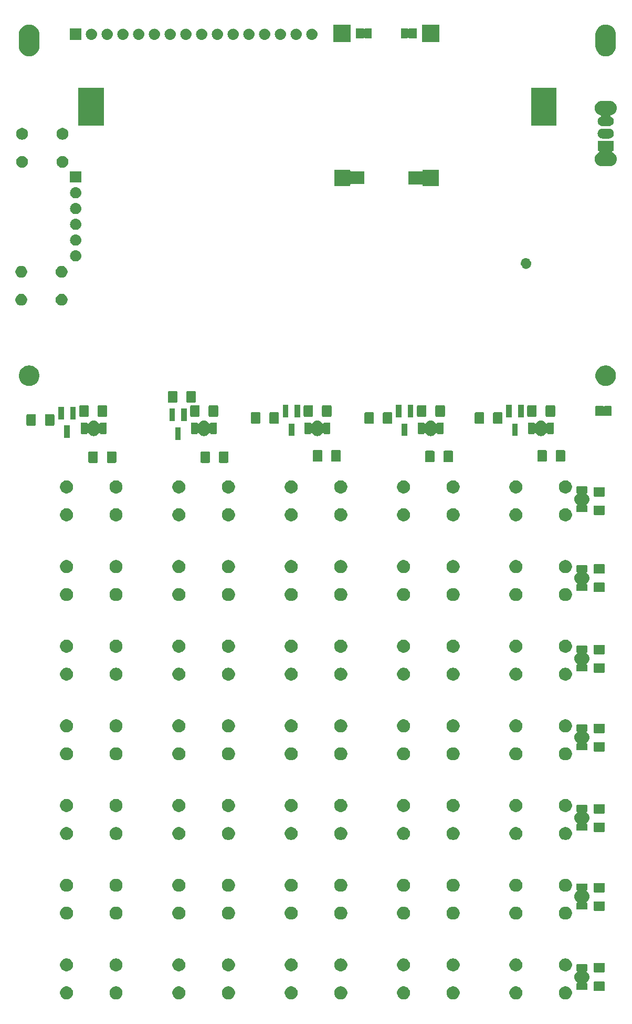
<source format=gbs>
G04 #@! TF.GenerationSoftware,KiCad,Pcbnew,(5.1.2)-1*
G04 #@! TF.CreationDate,2020-06-25T14:26:39+02:00*
G04 #@! TF.ProjectId,projet,70726f6a-6574-42e6-9b69-6361645f7063,rev?*
G04 #@! TF.SameCoordinates,Original*
G04 #@! TF.FileFunction,Soldermask,Bot*
G04 #@! TF.FilePolarity,Negative*
%FSLAX46Y46*%
G04 Gerber Fmt 4.6, Leading zero omitted, Abs format (unit mm)*
G04 Created by KiCad (PCBNEW (5.1.2)-1) date 2020-06-25 14:26:39*
%MOMM*%
%LPD*%
G04 APERTURE LIST*
%ADD10C,1.000000*%
%ADD11C,0.100000*%
G04 APERTURE END LIST*
D10*
X135509000Y-61214000D02*
G75*
G03X135509000Y-61214000I-381000J0D01*
G01*
D11*
G36*
X141795564Y-177664389D02*
G01*
X141986833Y-177743615D01*
X141986835Y-177743616D01*
X142158973Y-177858635D01*
X142305365Y-178005027D01*
X142416001Y-178170605D01*
X142420385Y-178177167D01*
X142499611Y-178368436D01*
X142540000Y-178571484D01*
X142540000Y-178778516D01*
X142499611Y-178981564D01*
X142420385Y-179172833D01*
X142420384Y-179172835D01*
X142305365Y-179344973D01*
X142158973Y-179491365D01*
X141986835Y-179606384D01*
X141986834Y-179606385D01*
X141986833Y-179606385D01*
X141795564Y-179685611D01*
X141592516Y-179726000D01*
X141385484Y-179726000D01*
X141182436Y-179685611D01*
X140991167Y-179606385D01*
X140991166Y-179606385D01*
X140991165Y-179606384D01*
X140819027Y-179491365D01*
X140672635Y-179344973D01*
X140557616Y-179172835D01*
X140557615Y-179172833D01*
X140478389Y-178981564D01*
X140438000Y-178778516D01*
X140438000Y-178571484D01*
X140478389Y-178368436D01*
X140557615Y-178177167D01*
X140562000Y-178170605D01*
X140672635Y-178005027D01*
X140819027Y-177858635D01*
X140991165Y-177743616D01*
X140991167Y-177743615D01*
X141182436Y-177664389D01*
X141385484Y-177624000D01*
X141592516Y-177624000D01*
X141795564Y-177664389D01*
X141795564Y-177664389D01*
G37*
G36*
X133795564Y-177664389D02*
G01*
X133986833Y-177743615D01*
X133986835Y-177743616D01*
X134158973Y-177858635D01*
X134305365Y-178005027D01*
X134416001Y-178170605D01*
X134420385Y-178177167D01*
X134499611Y-178368436D01*
X134540000Y-178571484D01*
X134540000Y-178778516D01*
X134499611Y-178981564D01*
X134420385Y-179172833D01*
X134420384Y-179172835D01*
X134305365Y-179344973D01*
X134158973Y-179491365D01*
X133986835Y-179606384D01*
X133986834Y-179606385D01*
X133986833Y-179606385D01*
X133795564Y-179685611D01*
X133592516Y-179726000D01*
X133385484Y-179726000D01*
X133182436Y-179685611D01*
X132991167Y-179606385D01*
X132991166Y-179606385D01*
X132991165Y-179606384D01*
X132819027Y-179491365D01*
X132672635Y-179344973D01*
X132557616Y-179172835D01*
X132557615Y-179172833D01*
X132478389Y-178981564D01*
X132438000Y-178778516D01*
X132438000Y-178571484D01*
X132478389Y-178368436D01*
X132557615Y-178177167D01*
X132562000Y-178170605D01*
X132672635Y-178005027D01*
X132819027Y-177858635D01*
X132991165Y-177743616D01*
X132991167Y-177743615D01*
X133182436Y-177664389D01*
X133385484Y-177624000D01*
X133592516Y-177624000D01*
X133795564Y-177664389D01*
X133795564Y-177664389D01*
G37*
G36*
X97555564Y-177664389D02*
G01*
X97746833Y-177743615D01*
X97746835Y-177743616D01*
X97918973Y-177858635D01*
X98065365Y-178005027D01*
X98176001Y-178170605D01*
X98180385Y-178177167D01*
X98259611Y-178368436D01*
X98300000Y-178571484D01*
X98300000Y-178778516D01*
X98259611Y-178981564D01*
X98180385Y-179172833D01*
X98180384Y-179172835D01*
X98065365Y-179344973D01*
X97918973Y-179491365D01*
X97746835Y-179606384D01*
X97746834Y-179606385D01*
X97746833Y-179606385D01*
X97555564Y-179685611D01*
X97352516Y-179726000D01*
X97145484Y-179726000D01*
X96942436Y-179685611D01*
X96751167Y-179606385D01*
X96751166Y-179606385D01*
X96751165Y-179606384D01*
X96579027Y-179491365D01*
X96432635Y-179344973D01*
X96317616Y-179172835D01*
X96317615Y-179172833D01*
X96238389Y-178981564D01*
X96198000Y-178778516D01*
X96198000Y-178571484D01*
X96238389Y-178368436D01*
X96317615Y-178177167D01*
X96322000Y-178170605D01*
X96432635Y-178005027D01*
X96579027Y-177858635D01*
X96751165Y-177743616D01*
X96751167Y-177743615D01*
X96942436Y-177664389D01*
X97145484Y-177624000D01*
X97352516Y-177624000D01*
X97555564Y-177664389D01*
X97555564Y-177664389D01*
G37*
G36*
X105555564Y-177664389D02*
G01*
X105746833Y-177743615D01*
X105746835Y-177743616D01*
X105918973Y-177858635D01*
X106065365Y-178005027D01*
X106176001Y-178170605D01*
X106180385Y-178177167D01*
X106259611Y-178368436D01*
X106300000Y-178571484D01*
X106300000Y-178778516D01*
X106259611Y-178981564D01*
X106180385Y-179172833D01*
X106180384Y-179172835D01*
X106065365Y-179344973D01*
X105918973Y-179491365D01*
X105746835Y-179606384D01*
X105746834Y-179606385D01*
X105746833Y-179606385D01*
X105555564Y-179685611D01*
X105352516Y-179726000D01*
X105145484Y-179726000D01*
X104942436Y-179685611D01*
X104751167Y-179606385D01*
X104751166Y-179606385D01*
X104751165Y-179606384D01*
X104579027Y-179491365D01*
X104432635Y-179344973D01*
X104317616Y-179172835D01*
X104317615Y-179172833D01*
X104238389Y-178981564D01*
X104198000Y-178778516D01*
X104198000Y-178571484D01*
X104238389Y-178368436D01*
X104317615Y-178177167D01*
X104322000Y-178170605D01*
X104432635Y-178005027D01*
X104579027Y-177858635D01*
X104751165Y-177743616D01*
X104751167Y-177743615D01*
X104942436Y-177664389D01*
X105145484Y-177624000D01*
X105352516Y-177624000D01*
X105555564Y-177664389D01*
X105555564Y-177664389D01*
G37*
G36*
X115675564Y-177664389D02*
G01*
X115866833Y-177743615D01*
X115866835Y-177743616D01*
X116038973Y-177858635D01*
X116185365Y-178005027D01*
X116296001Y-178170605D01*
X116300385Y-178177167D01*
X116379611Y-178368436D01*
X116420000Y-178571484D01*
X116420000Y-178778516D01*
X116379611Y-178981564D01*
X116300385Y-179172833D01*
X116300384Y-179172835D01*
X116185365Y-179344973D01*
X116038973Y-179491365D01*
X115866835Y-179606384D01*
X115866834Y-179606385D01*
X115866833Y-179606385D01*
X115675564Y-179685611D01*
X115472516Y-179726000D01*
X115265484Y-179726000D01*
X115062436Y-179685611D01*
X114871167Y-179606385D01*
X114871166Y-179606385D01*
X114871165Y-179606384D01*
X114699027Y-179491365D01*
X114552635Y-179344973D01*
X114437616Y-179172835D01*
X114437615Y-179172833D01*
X114358389Y-178981564D01*
X114318000Y-178778516D01*
X114318000Y-178571484D01*
X114358389Y-178368436D01*
X114437615Y-178177167D01*
X114442000Y-178170605D01*
X114552635Y-178005027D01*
X114699027Y-177858635D01*
X114871165Y-177743616D01*
X114871167Y-177743615D01*
X115062436Y-177664389D01*
X115265484Y-177624000D01*
X115472516Y-177624000D01*
X115675564Y-177664389D01*
X115675564Y-177664389D01*
G37*
G36*
X123675564Y-177664389D02*
G01*
X123866833Y-177743615D01*
X123866835Y-177743616D01*
X124038973Y-177858635D01*
X124185365Y-178005027D01*
X124296001Y-178170605D01*
X124300385Y-178177167D01*
X124379611Y-178368436D01*
X124420000Y-178571484D01*
X124420000Y-178778516D01*
X124379611Y-178981564D01*
X124300385Y-179172833D01*
X124300384Y-179172835D01*
X124185365Y-179344973D01*
X124038973Y-179491365D01*
X123866835Y-179606384D01*
X123866834Y-179606385D01*
X123866833Y-179606385D01*
X123675564Y-179685611D01*
X123472516Y-179726000D01*
X123265484Y-179726000D01*
X123062436Y-179685611D01*
X122871167Y-179606385D01*
X122871166Y-179606385D01*
X122871165Y-179606384D01*
X122699027Y-179491365D01*
X122552635Y-179344973D01*
X122437616Y-179172835D01*
X122437615Y-179172833D01*
X122358389Y-178981564D01*
X122318000Y-178778516D01*
X122318000Y-178571484D01*
X122358389Y-178368436D01*
X122437615Y-178177167D01*
X122442000Y-178170605D01*
X122552635Y-178005027D01*
X122699027Y-177858635D01*
X122871165Y-177743616D01*
X122871167Y-177743615D01*
X123062436Y-177664389D01*
X123265484Y-177624000D01*
X123472516Y-177624000D01*
X123675564Y-177664389D01*
X123675564Y-177664389D01*
G37*
G36*
X79435564Y-177664389D02*
G01*
X79626833Y-177743615D01*
X79626835Y-177743616D01*
X79798973Y-177858635D01*
X79945365Y-178005027D01*
X80056001Y-178170605D01*
X80060385Y-178177167D01*
X80139611Y-178368436D01*
X80180000Y-178571484D01*
X80180000Y-178778516D01*
X80139611Y-178981564D01*
X80060385Y-179172833D01*
X80060384Y-179172835D01*
X79945365Y-179344973D01*
X79798973Y-179491365D01*
X79626835Y-179606384D01*
X79626834Y-179606385D01*
X79626833Y-179606385D01*
X79435564Y-179685611D01*
X79232516Y-179726000D01*
X79025484Y-179726000D01*
X78822436Y-179685611D01*
X78631167Y-179606385D01*
X78631166Y-179606385D01*
X78631165Y-179606384D01*
X78459027Y-179491365D01*
X78312635Y-179344973D01*
X78197616Y-179172835D01*
X78197615Y-179172833D01*
X78118389Y-178981564D01*
X78078000Y-178778516D01*
X78078000Y-178571484D01*
X78118389Y-178368436D01*
X78197615Y-178177167D01*
X78202000Y-178170605D01*
X78312635Y-178005027D01*
X78459027Y-177858635D01*
X78631165Y-177743616D01*
X78631167Y-177743615D01*
X78822436Y-177664389D01*
X79025484Y-177624000D01*
X79232516Y-177624000D01*
X79435564Y-177664389D01*
X79435564Y-177664389D01*
G37*
G36*
X87435564Y-177664389D02*
G01*
X87626833Y-177743615D01*
X87626835Y-177743616D01*
X87798973Y-177858635D01*
X87945365Y-178005027D01*
X88056001Y-178170605D01*
X88060385Y-178177167D01*
X88139611Y-178368436D01*
X88180000Y-178571484D01*
X88180000Y-178778516D01*
X88139611Y-178981564D01*
X88060385Y-179172833D01*
X88060384Y-179172835D01*
X87945365Y-179344973D01*
X87798973Y-179491365D01*
X87626835Y-179606384D01*
X87626834Y-179606385D01*
X87626833Y-179606385D01*
X87435564Y-179685611D01*
X87232516Y-179726000D01*
X87025484Y-179726000D01*
X86822436Y-179685611D01*
X86631167Y-179606385D01*
X86631166Y-179606385D01*
X86631165Y-179606384D01*
X86459027Y-179491365D01*
X86312635Y-179344973D01*
X86197616Y-179172835D01*
X86197615Y-179172833D01*
X86118389Y-178981564D01*
X86078000Y-178778516D01*
X86078000Y-178571484D01*
X86118389Y-178368436D01*
X86197615Y-178177167D01*
X86202000Y-178170605D01*
X86312635Y-178005027D01*
X86459027Y-177858635D01*
X86631165Y-177743616D01*
X86631167Y-177743615D01*
X86822436Y-177664389D01*
X87025484Y-177624000D01*
X87232516Y-177624000D01*
X87435564Y-177664389D01*
X87435564Y-177664389D01*
G37*
G36*
X61315564Y-177664389D02*
G01*
X61506833Y-177743615D01*
X61506835Y-177743616D01*
X61678973Y-177858635D01*
X61825365Y-178005027D01*
X61936001Y-178170605D01*
X61940385Y-178177167D01*
X62019611Y-178368436D01*
X62060000Y-178571484D01*
X62060000Y-178778516D01*
X62019611Y-178981564D01*
X61940385Y-179172833D01*
X61940384Y-179172835D01*
X61825365Y-179344973D01*
X61678973Y-179491365D01*
X61506835Y-179606384D01*
X61506834Y-179606385D01*
X61506833Y-179606385D01*
X61315564Y-179685611D01*
X61112516Y-179726000D01*
X60905484Y-179726000D01*
X60702436Y-179685611D01*
X60511167Y-179606385D01*
X60511166Y-179606385D01*
X60511165Y-179606384D01*
X60339027Y-179491365D01*
X60192635Y-179344973D01*
X60077616Y-179172835D01*
X60077615Y-179172833D01*
X59998389Y-178981564D01*
X59958000Y-178778516D01*
X59958000Y-178571484D01*
X59998389Y-178368436D01*
X60077615Y-178177167D01*
X60082000Y-178170605D01*
X60192635Y-178005027D01*
X60339027Y-177858635D01*
X60511165Y-177743616D01*
X60511167Y-177743615D01*
X60702436Y-177664389D01*
X60905484Y-177624000D01*
X61112516Y-177624000D01*
X61315564Y-177664389D01*
X61315564Y-177664389D01*
G37*
G36*
X69315564Y-177664389D02*
G01*
X69506833Y-177743615D01*
X69506835Y-177743616D01*
X69678973Y-177858635D01*
X69825365Y-178005027D01*
X69936001Y-178170605D01*
X69940385Y-178177167D01*
X70019611Y-178368436D01*
X70060000Y-178571484D01*
X70060000Y-178778516D01*
X70019611Y-178981564D01*
X69940385Y-179172833D01*
X69940384Y-179172835D01*
X69825365Y-179344973D01*
X69678973Y-179491365D01*
X69506835Y-179606384D01*
X69506834Y-179606385D01*
X69506833Y-179606385D01*
X69315564Y-179685611D01*
X69112516Y-179726000D01*
X68905484Y-179726000D01*
X68702436Y-179685611D01*
X68511167Y-179606385D01*
X68511166Y-179606385D01*
X68511165Y-179606384D01*
X68339027Y-179491365D01*
X68192635Y-179344973D01*
X68077616Y-179172835D01*
X68077615Y-179172833D01*
X67998389Y-178981564D01*
X67958000Y-178778516D01*
X67958000Y-178571484D01*
X67998389Y-178368436D01*
X68077615Y-178177167D01*
X68082000Y-178170605D01*
X68192635Y-178005027D01*
X68339027Y-177858635D01*
X68511165Y-177743616D01*
X68511167Y-177743615D01*
X68702436Y-177664389D01*
X68905484Y-177624000D01*
X69112516Y-177624000D01*
X69315564Y-177664389D01*
X69315564Y-177664389D01*
G37*
G36*
X147714562Y-176840681D02*
G01*
X147749481Y-176851274D01*
X147781663Y-176868476D01*
X147809873Y-176891627D01*
X147833024Y-176919837D01*
X147850226Y-176952019D01*
X147860819Y-176986938D01*
X147865000Y-177029395D01*
X147865000Y-178170605D01*
X147860819Y-178213062D01*
X147850226Y-178247981D01*
X147833024Y-178280163D01*
X147809873Y-178308373D01*
X147781663Y-178331524D01*
X147749481Y-178348726D01*
X147714562Y-178359319D01*
X147672105Y-178363500D01*
X146205895Y-178363500D01*
X146163438Y-178359319D01*
X146128519Y-178348726D01*
X146096337Y-178331524D01*
X146068127Y-178308373D01*
X146044976Y-178280163D01*
X146027774Y-178247981D01*
X146017181Y-178213062D01*
X146013000Y-178170605D01*
X146013000Y-177029395D01*
X146017181Y-176986938D01*
X146027774Y-176952019D01*
X146044976Y-176919837D01*
X146068127Y-176891627D01*
X146096337Y-176868476D01*
X146128519Y-176851274D01*
X146163438Y-176840681D01*
X146205895Y-176836500D01*
X147672105Y-176836500D01*
X147714562Y-176840681D01*
X147714562Y-176840681D01*
G37*
G36*
X144961896Y-174076194D02*
G01*
X144987183Y-174083865D01*
X145010486Y-174096321D01*
X145030914Y-174113086D01*
X145047679Y-174133514D01*
X145060135Y-174156817D01*
X145067806Y-174182104D01*
X145071000Y-174214538D01*
X145071000Y-174983462D01*
X145067806Y-175015896D01*
X145060135Y-175041183D01*
X145047679Y-175064486D01*
X145030914Y-175084914D01*
X145010486Y-175101679D01*
X144987180Y-175114136D01*
X144981946Y-175115724D01*
X144959308Y-175125101D01*
X144938934Y-175138716D01*
X144921607Y-175156043D01*
X144907994Y-175176418D01*
X144898617Y-175199057D01*
X144893838Y-175223091D01*
X144893838Y-175247595D01*
X144898620Y-175271628D01*
X144907997Y-175294266D01*
X144921612Y-175314640D01*
X144938939Y-175331967D01*
X144959312Y-175345579D01*
X144975905Y-175354448D01*
X145120712Y-175473288D01*
X145239554Y-175618097D01*
X145327858Y-175783303D01*
X145327860Y-175783307D01*
X145382239Y-175962571D01*
X145382240Y-175962575D01*
X145400601Y-176149000D01*
X145382240Y-176335425D01*
X145382239Y-176335428D01*
X145382239Y-176335429D01*
X145327860Y-176514693D01*
X145327858Y-176514696D01*
X145327858Y-176514697D01*
X145239554Y-176679903D01*
X145120712Y-176824712D01*
X144975905Y-176943552D01*
X144959312Y-176952421D01*
X144938937Y-176966035D01*
X144921610Y-176983362D01*
X144907996Y-177003736D01*
X144898619Y-177026375D01*
X144893838Y-177050408D01*
X144893838Y-177074912D01*
X144898618Y-177098945D01*
X144907995Y-177121584D01*
X144921609Y-177141959D01*
X144938936Y-177159286D01*
X144959310Y-177172900D01*
X144981946Y-177182276D01*
X144987180Y-177183864D01*
X145010486Y-177196321D01*
X145030914Y-177213086D01*
X145047679Y-177233514D01*
X145060135Y-177256817D01*
X145067806Y-177282104D01*
X145071000Y-177314538D01*
X145071000Y-178083462D01*
X145067806Y-178115896D01*
X145060135Y-178141183D01*
X145047679Y-178164486D01*
X145030914Y-178184914D01*
X145010486Y-178201679D01*
X144987183Y-178214135D01*
X144961896Y-178221806D01*
X144929462Y-178225000D01*
X143360538Y-178225000D01*
X143328104Y-178221806D01*
X143302817Y-178214135D01*
X143279514Y-178201679D01*
X143259086Y-178184914D01*
X143242321Y-178164486D01*
X143229865Y-178141183D01*
X143222194Y-178115896D01*
X143219000Y-178083462D01*
X143219000Y-177314538D01*
X143222194Y-177282104D01*
X143229865Y-177256817D01*
X143242321Y-177233514D01*
X143259086Y-177213086D01*
X143279514Y-177196321D01*
X143302820Y-177183864D01*
X143308054Y-177182276D01*
X143330692Y-177172899D01*
X143351066Y-177159284D01*
X143368393Y-177141957D01*
X143382006Y-177121582D01*
X143391383Y-177098943D01*
X143396162Y-177074909D01*
X143396162Y-177050405D01*
X143391380Y-177026372D01*
X143382003Y-177003734D01*
X143368388Y-176983360D01*
X143351061Y-176966033D01*
X143330688Y-176952421D01*
X143314095Y-176943552D01*
X143169288Y-176824712D01*
X143050446Y-176679903D01*
X142962142Y-176514697D01*
X142962142Y-176514696D01*
X142962140Y-176514693D01*
X142907761Y-176335429D01*
X142907761Y-176335428D01*
X142907760Y-176335425D01*
X142889399Y-176149000D01*
X142907760Y-175962575D01*
X142907761Y-175962571D01*
X142962140Y-175783307D01*
X142962142Y-175783303D01*
X143050446Y-175618097D01*
X143169288Y-175473288D01*
X143314095Y-175354448D01*
X143330688Y-175345579D01*
X143351063Y-175331965D01*
X143368390Y-175314638D01*
X143382004Y-175294264D01*
X143391381Y-175271625D01*
X143396162Y-175247592D01*
X143396162Y-175223088D01*
X143391382Y-175199055D01*
X143382005Y-175176416D01*
X143368391Y-175156041D01*
X143351064Y-175138714D01*
X143330690Y-175125100D01*
X143308054Y-175115724D01*
X143302820Y-175114136D01*
X143279514Y-175101679D01*
X143259086Y-175084914D01*
X143242321Y-175064486D01*
X143229865Y-175041183D01*
X143222194Y-175015896D01*
X143219000Y-174983462D01*
X143219000Y-174214538D01*
X143222194Y-174182104D01*
X143229865Y-174156817D01*
X143242321Y-174133514D01*
X143259086Y-174113086D01*
X143279514Y-174096321D01*
X143302817Y-174083865D01*
X143328104Y-174076194D01*
X143360538Y-174073000D01*
X144929462Y-174073000D01*
X144961896Y-174076194D01*
X144961896Y-174076194D01*
G37*
G36*
X147714562Y-173865681D02*
G01*
X147749481Y-173876274D01*
X147781663Y-173893476D01*
X147809873Y-173916627D01*
X147833024Y-173944837D01*
X147850226Y-173977019D01*
X147860819Y-174011938D01*
X147865000Y-174054395D01*
X147865000Y-175195605D01*
X147860819Y-175238062D01*
X147850226Y-175272981D01*
X147833024Y-175305163D01*
X147809873Y-175333373D01*
X147781663Y-175356524D01*
X147749481Y-175373726D01*
X147714562Y-175384319D01*
X147672105Y-175388500D01*
X146205895Y-175388500D01*
X146163438Y-175384319D01*
X146128519Y-175373726D01*
X146096337Y-175356524D01*
X146068127Y-175333373D01*
X146044976Y-175305163D01*
X146027774Y-175272981D01*
X146017181Y-175238062D01*
X146013000Y-175195605D01*
X146013000Y-174054395D01*
X146017181Y-174011938D01*
X146027774Y-173977019D01*
X146044976Y-173944837D01*
X146068127Y-173916627D01*
X146096337Y-173893476D01*
X146128519Y-173876274D01*
X146163438Y-173865681D01*
X146205895Y-173861500D01*
X147672105Y-173861500D01*
X147714562Y-173865681D01*
X147714562Y-173865681D01*
G37*
G36*
X115675564Y-173164389D02*
G01*
X115866833Y-173243615D01*
X115866835Y-173243616D01*
X116038973Y-173358635D01*
X116185365Y-173505027D01*
X116300385Y-173677167D01*
X116379611Y-173868436D01*
X116420000Y-174071484D01*
X116420000Y-174278516D01*
X116379611Y-174481564D01*
X116300385Y-174672833D01*
X116300384Y-174672835D01*
X116185365Y-174844973D01*
X116038973Y-174991365D01*
X115866835Y-175106384D01*
X115866834Y-175106385D01*
X115866833Y-175106385D01*
X115675564Y-175185611D01*
X115472516Y-175226000D01*
X115265484Y-175226000D01*
X115062436Y-175185611D01*
X114871167Y-175106385D01*
X114871166Y-175106385D01*
X114871165Y-175106384D01*
X114699027Y-174991365D01*
X114552635Y-174844973D01*
X114437616Y-174672835D01*
X114437615Y-174672833D01*
X114358389Y-174481564D01*
X114318000Y-174278516D01*
X114318000Y-174071484D01*
X114358389Y-173868436D01*
X114437615Y-173677167D01*
X114552635Y-173505027D01*
X114699027Y-173358635D01*
X114871165Y-173243616D01*
X114871167Y-173243615D01*
X115062436Y-173164389D01*
X115265484Y-173124000D01*
X115472516Y-173124000D01*
X115675564Y-173164389D01*
X115675564Y-173164389D01*
G37*
G36*
X97555564Y-173164389D02*
G01*
X97746833Y-173243615D01*
X97746835Y-173243616D01*
X97918973Y-173358635D01*
X98065365Y-173505027D01*
X98180385Y-173677167D01*
X98259611Y-173868436D01*
X98300000Y-174071484D01*
X98300000Y-174278516D01*
X98259611Y-174481564D01*
X98180385Y-174672833D01*
X98180384Y-174672835D01*
X98065365Y-174844973D01*
X97918973Y-174991365D01*
X97746835Y-175106384D01*
X97746834Y-175106385D01*
X97746833Y-175106385D01*
X97555564Y-175185611D01*
X97352516Y-175226000D01*
X97145484Y-175226000D01*
X96942436Y-175185611D01*
X96751167Y-175106385D01*
X96751166Y-175106385D01*
X96751165Y-175106384D01*
X96579027Y-174991365D01*
X96432635Y-174844973D01*
X96317616Y-174672835D01*
X96317615Y-174672833D01*
X96238389Y-174481564D01*
X96198000Y-174278516D01*
X96198000Y-174071484D01*
X96238389Y-173868436D01*
X96317615Y-173677167D01*
X96432635Y-173505027D01*
X96579027Y-173358635D01*
X96751165Y-173243616D01*
X96751167Y-173243615D01*
X96942436Y-173164389D01*
X97145484Y-173124000D01*
X97352516Y-173124000D01*
X97555564Y-173164389D01*
X97555564Y-173164389D01*
G37*
G36*
X105555564Y-173164389D02*
G01*
X105746833Y-173243615D01*
X105746835Y-173243616D01*
X105918973Y-173358635D01*
X106065365Y-173505027D01*
X106180385Y-173677167D01*
X106259611Y-173868436D01*
X106300000Y-174071484D01*
X106300000Y-174278516D01*
X106259611Y-174481564D01*
X106180385Y-174672833D01*
X106180384Y-174672835D01*
X106065365Y-174844973D01*
X105918973Y-174991365D01*
X105746835Y-175106384D01*
X105746834Y-175106385D01*
X105746833Y-175106385D01*
X105555564Y-175185611D01*
X105352516Y-175226000D01*
X105145484Y-175226000D01*
X104942436Y-175185611D01*
X104751167Y-175106385D01*
X104751166Y-175106385D01*
X104751165Y-175106384D01*
X104579027Y-174991365D01*
X104432635Y-174844973D01*
X104317616Y-174672835D01*
X104317615Y-174672833D01*
X104238389Y-174481564D01*
X104198000Y-174278516D01*
X104198000Y-174071484D01*
X104238389Y-173868436D01*
X104317615Y-173677167D01*
X104432635Y-173505027D01*
X104579027Y-173358635D01*
X104751165Y-173243616D01*
X104751167Y-173243615D01*
X104942436Y-173164389D01*
X105145484Y-173124000D01*
X105352516Y-173124000D01*
X105555564Y-173164389D01*
X105555564Y-173164389D01*
G37*
G36*
X61315564Y-173164389D02*
G01*
X61506833Y-173243615D01*
X61506835Y-173243616D01*
X61678973Y-173358635D01*
X61825365Y-173505027D01*
X61940385Y-173677167D01*
X62019611Y-173868436D01*
X62060000Y-174071484D01*
X62060000Y-174278516D01*
X62019611Y-174481564D01*
X61940385Y-174672833D01*
X61940384Y-174672835D01*
X61825365Y-174844973D01*
X61678973Y-174991365D01*
X61506835Y-175106384D01*
X61506834Y-175106385D01*
X61506833Y-175106385D01*
X61315564Y-175185611D01*
X61112516Y-175226000D01*
X60905484Y-175226000D01*
X60702436Y-175185611D01*
X60511167Y-175106385D01*
X60511166Y-175106385D01*
X60511165Y-175106384D01*
X60339027Y-174991365D01*
X60192635Y-174844973D01*
X60077616Y-174672835D01*
X60077615Y-174672833D01*
X59998389Y-174481564D01*
X59958000Y-174278516D01*
X59958000Y-174071484D01*
X59998389Y-173868436D01*
X60077615Y-173677167D01*
X60192635Y-173505027D01*
X60339027Y-173358635D01*
X60511165Y-173243616D01*
X60511167Y-173243615D01*
X60702436Y-173164389D01*
X60905484Y-173124000D01*
X61112516Y-173124000D01*
X61315564Y-173164389D01*
X61315564Y-173164389D01*
G37*
G36*
X69315564Y-173164389D02*
G01*
X69506833Y-173243615D01*
X69506835Y-173243616D01*
X69678973Y-173358635D01*
X69825365Y-173505027D01*
X69940385Y-173677167D01*
X70019611Y-173868436D01*
X70060000Y-174071484D01*
X70060000Y-174278516D01*
X70019611Y-174481564D01*
X69940385Y-174672833D01*
X69940384Y-174672835D01*
X69825365Y-174844973D01*
X69678973Y-174991365D01*
X69506835Y-175106384D01*
X69506834Y-175106385D01*
X69506833Y-175106385D01*
X69315564Y-175185611D01*
X69112516Y-175226000D01*
X68905484Y-175226000D01*
X68702436Y-175185611D01*
X68511167Y-175106385D01*
X68511166Y-175106385D01*
X68511165Y-175106384D01*
X68339027Y-174991365D01*
X68192635Y-174844973D01*
X68077616Y-174672835D01*
X68077615Y-174672833D01*
X67998389Y-174481564D01*
X67958000Y-174278516D01*
X67958000Y-174071484D01*
X67998389Y-173868436D01*
X68077615Y-173677167D01*
X68192635Y-173505027D01*
X68339027Y-173358635D01*
X68511165Y-173243616D01*
X68511167Y-173243615D01*
X68702436Y-173164389D01*
X68905484Y-173124000D01*
X69112516Y-173124000D01*
X69315564Y-173164389D01*
X69315564Y-173164389D01*
G37*
G36*
X123675564Y-173164389D02*
G01*
X123866833Y-173243615D01*
X123866835Y-173243616D01*
X124038973Y-173358635D01*
X124185365Y-173505027D01*
X124300385Y-173677167D01*
X124379611Y-173868436D01*
X124420000Y-174071484D01*
X124420000Y-174278516D01*
X124379611Y-174481564D01*
X124300385Y-174672833D01*
X124300384Y-174672835D01*
X124185365Y-174844973D01*
X124038973Y-174991365D01*
X123866835Y-175106384D01*
X123866834Y-175106385D01*
X123866833Y-175106385D01*
X123675564Y-175185611D01*
X123472516Y-175226000D01*
X123265484Y-175226000D01*
X123062436Y-175185611D01*
X122871167Y-175106385D01*
X122871166Y-175106385D01*
X122871165Y-175106384D01*
X122699027Y-174991365D01*
X122552635Y-174844973D01*
X122437616Y-174672835D01*
X122437615Y-174672833D01*
X122358389Y-174481564D01*
X122318000Y-174278516D01*
X122318000Y-174071484D01*
X122358389Y-173868436D01*
X122437615Y-173677167D01*
X122552635Y-173505027D01*
X122699027Y-173358635D01*
X122871165Y-173243616D01*
X122871167Y-173243615D01*
X123062436Y-173164389D01*
X123265484Y-173124000D01*
X123472516Y-173124000D01*
X123675564Y-173164389D01*
X123675564Y-173164389D01*
G37*
G36*
X79435564Y-173164389D02*
G01*
X79626833Y-173243615D01*
X79626835Y-173243616D01*
X79798973Y-173358635D01*
X79945365Y-173505027D01*
X80060385Y-173677167D01*
X80139611Y-173868436D01*
X80180000Y-174071484D01*
X80180000Y-174278516D01*
X80139611Y-174481564D01*
X80060385Y-174672833D01*
X80060384Y-174672835D01*
X79945365Y-174844973D01*
X79798973Y-174991365D01*
X79626835Y-175106384D01*
X79626834Y-175106385D01*
X79626833Y-175106385D01*
X79435564Y-175185611D01*
X79232516Y-175226000D01*
X79025484Y-175226000D01*
X78822436Y-175185611D01*
X78631167Y-175106385D01*
X78631166Y-175106385D01*
X78631165Y-175106384D01*
X78459027Y-174991365D01*
X78312635Y-174844973D01*
X78197616Y-174672835D01*
X78197615Y-174672833D01*
X78118389Y-174481564D01*
X78078000Y-174278516D01*
X78078000Y-174071484D01*
X78118389Y-173868436D01*
X78197615Y-173677167D01*
X78312635Y-173505027D01*
X78459027Y-173358635D01*
X78631165Y-173243616D01*
X78631167Y-173243615D01*
X78822436Y-173164389D01*
X79025484Y-173124000D01*
X79232516Y-173124000D01*
X79435564Y-173164389D01*
X79435564Y-173164389D01*
G37*
G36*
X133795564Y-173164389D02*
G01*
X133986833Y-173243615D01*
X133986835Y-173243616D01*
X134158973Y-173358635D01*
X134305365Y-173505027D01*
X134420385Y-173677167D01*
X134499611Y-173868436D01*
X134540000Y-174071484D01*
X134540000Y-174278516D01*
X134499611Y-174481564D01*
X134420385Y-174672833D01*
X134420384Y-174672835D01*
X134305365Y-174844973D01*
X134158973Y-174991365D01*
X133986835Y-175106384D01*
X133986834Y-175106385D01*
X133986833Y-175106385D01*
X133795564Y-175185611D01*
X133592516Y-175226000D01*
X133385484Y-175226000D01*
X133182436Y-175185611D01*
X132991167Y-175106385D01*
X132991166Y-175106385D01*
X132991165Y-175106384D01*
X132819027Y-174991365D01*
X132672635Y-174844973D01*
X132557616Y-174672835D01*
X132557615Y-174672833D01*
X132478389Y-174481564D01*
X132438000Y-174278516D01*
X132438000Y-174071484D01*
X132478389Y-173868436D01*
X132557615Y-173677167D01*
X132672635Y-173505027D01*
X132819027Y-173358635D01*
X132991165Y-173243616D01*
X132991167Y-173243615D01*
X133182436Y-173164389D01*
X133385484Y-173124000D01*
X133592516Y-173124000D01*
X133795564Y-173164389D01*
X133795564Y-173164389D01*
G37*
G36*
X87435564Y-173164389D02*
G01*
X87626833Y-173243615D01*
X87626835Y-173243616D01*
X87798973Y-173358635D01*
X87945365Y-173505027D01*
X88060385Y-173677167D01*
X88139611Y-173868436D01*
X88180000Y-174071484D01*
X88180000Y-174278516D01*
X88139611Y-174481564D01*
X88060385Y-174672833D01*
X88060384Y-174672835D01*
X87945365Y-174844973D01*
X87798973Y-174991365D01*
X87626835Y-175106384D01*
X87626834Y-175106385D01*
X87626833Y-175106385D01*
X87435564Y-175185611D01*
X87232516Y-175226000D01*
X87025484Y-175226000D01*
X86822436Y-175185611D01*
X86631167Y-175106385D01*
X86631166Y-175106385D01*
X86631165Y-175106384D01*
X86459027Y-174991365D01*
X86312635Y-174844973D01*
X86197616Y-174672835D01*
X86197615Y-174672833D01*
X86118389Y-174481564D01*
X86078000Y-174278516D01*
X86078000Y-174071484D01*
X86118389Y-173868436D01*
X86197615Y-173677167D01*
X86312635Y-173505027D01*
X86459027Y-173358635D01*
X86631165Y-173243616D01*
X86631167Y-173243615D01*
X86822436Y-173164389D01*
X87025484Y-173124000D01*
X87232516Y-173124000D01*
X87435564Y-173164389D01*
X87435564Y-173164389D01*
G37*
G36*
X141795564Y-173164389D02*
G01*
X141986833Y-173243615D01*
X141986835Y-173243616D01*
X142158973Y-173358635D01*
X142305365Y-173505027D01*
X142420385Y-173677167D01*
X142499611Y-173868436D01*
X142540000Y-174071484D01*
X142540000Y-174278516D01*
X142499611Y-174481564D01*
X142420385Y-174672833D01*
X142420384Y-174672835D01*
X142305365Y-174844973D01*
X142158973Y-174991365D01*
X141986835Y-175106384D01*
X141986834Y-175106385D01*
X141986833Y-175106385D01*
X141795564Y-175185611D01*
X141592516Y-175226000D01*
X141385484Y-175226000D01*
X141182436Y-175185611D01*
X140991167Y-175106385D01*
X140991166Y-175106385D01*
X140991165Y-175106384D01*
X140819027Y-174991365D01*
X140672635Y-174844973D01*
X140557616Y-174672835D01*
X140557615Y-174672833D01*
X140478389Y-174481564D01*
X140438000Y-174278516D01*
X140438000Y-174071484D01*
X140478389Y-173868436D01*
X140557615Y-173677167D01*
X140672635Y-173505027D01*
X140819027Y-173358635D01*
X140991165Y-173243616D01*
X140991167Y-173243615D01*
X141182436Y-173164389D01*
X141385484Y-173124000D01*
X141592516Y-173124000D01*
X141795564Y-173164389D01*
X141795564Y-173164389D01*
G37*
G36*
X87435564Y-164834389D02*
G01*
X87626833Y-164913615D01*
X87626835Y-164913616D01*
X87798973Y-165028635D01*
X87945365Y-165175027D01*
X88021924Y-165289605D01*
X88060385Y-165347167D01*
X88139611Y-165538436D01*
X88180000Y-165741484D01*
X88180000Y-165948516D01*
X88139611Y-166151564D01*
X88060385Y-166342833D01*
X88060384Y-166342835D01*
X87945365Y-166514973D01*
X87798973Y-166661365D01*
X87626835Y-166776384D01*
X87626834Y-166776385D01*
X87626833Y-166776385D01*
X87435564Y-166855611D01*
X87232516Y-166896000D01*
X87025484Y-166896000D01*
X86822436Y-166855611D01*
X86631167Y-166776385D01*
X86631166Y-166776385D01*
X86631165Y-166776384D01*
X86459027Y-166661365D01*
X86312635Y-166514973D01*
X86197616Y-166342835D01*
X86197615Y-166342833D01*
X86118389Y-166151564D01*
X86078000Y-165948516D01*
X86078000Y-165741484D01*
X86118389Y-165538436D01*
X86197615Y-165347167D01*
X86236077Y-165289605D01*
X86312635Y-165175027D01*
X86459027Y-165028635D01*
X86631165Y-164913616D01*
X86631167Y-164913615D01*
X86822436Y-164834389D01*
X87025484Y-164794000D01*
X87232516Y-164794000D01*
X87435564Y-164834389D01*
X87435564Y-164834389D01*
G37*
G36*
X115675564Y-164834389D02*
G01*
X115866833Y-164913615D01*
X115866835Y-164913616D01*
X116038973Y-165028635D01*
X116185365Y-165175027D01*
X116261924Y-165289605D01*
X116300385Y-165347167D01*
X116379611Y-165538436D01*
X116420000Y-165741484D01*
X116420000Y-165948516D01*
X116379611Y-166151564D01*
X116300385Y-166342833D01*
X116300384Y-166342835D01*
X116185365Y-166514973D01*
X116038973Y-166661365D01*
X115866835Y-166776384D01*
X115866834Y-166776385D01*
X115866833Y-166776385D01*
X115675564Y-166855611D01*
X115472516Y-166896000D01*
X115265484Y-166896000D01*
X115062436Y-166855611D01*
X114871167Y-166776385D01*
X114871166Y-166776385D01*
X114871165Y-166776384D01*
X114699027Y-166661365D01*
X114552635Y-166514973D01*
X114437616Y-166342835D01*
X114437615Y-166342833D01*
X114358389Y-166151564D01*
X114318000Y-165948516D01*
X114318000Y-165741484D01*
X114358389Y-165538436D01*
X114437615Y-165347167D01*
X114476077Y-165289605D01*
X114552635Y-165175027D01*
X114699027Y-165028635D01*
X114871165Y-164913616D01*
X114871167Y-164913615D01*
X115062436Y-164834389D01*
X115265484Y-164794000D01*
X115472516Y-164794000D01*
X115675564Y-164834389D01*
X115675564Y-164834389D01*
G37*
G36*
X97555564Y-164834389D02*
G01*
X97746833Y-164913615D01*
X97746835Y-164913616D01*
X97918973Y-165028635D01*
X98065365Y-165175027D01*
X98141924Y-165289605D01*
X98180385Y-165347167D01*
X98259611Y-165538436D01*
X98300000Y-165741484D01*
X98300000Y-165948516D01*
X98259611Y-166151564D01*
X98180385Y-166342833D01*
X98180384Y-166342835D01*
X98065365Y-166514973D01*
X97918973Y-166661365D01*
X97746835Y-166776384D01*
X97746834Y-166776385D01*
X97746833Y-166776385D01*
X97555564Y-166855611D01*
X97352516Y-166896000D01*
X97145484Y-166896000D01*
X96942436Y-166855611D01*
X96751167Y-166776385D01*
X96751166Y-166776385D01*
X96751165Y-166776384D01*
X96579027Y-166661365D01*
X96432635Y-166514973D01*
X96317616Y-166342835D01*
X96317615Y-166342833D01*
X96238389Y-166151564D01*
X96198000Y-165948516D01*
X96198000Y-165741484D01*
X96238389Y-165538436D01*
X96317615Y-165347167D01*
X96356077Y-165289605D01*
X96432635Y-165175027D01*
X96579027Y-165028635D01*
X96751165Y-164913616D01*
X96751167Y-164913615D01*
X96942436Y-164834389D01*
X97145484Y-164794000D01*
X97352516Y-164794000D01*
X97555564Y-164834389D01*
X97555564Y-164834389D01*
G37*
G36*
X123675564Y-164834389D02*
G01*
X123866833Y-164913615D01*
X123866835Y-164913616D01*
X124038973Y-165028635D01*
X124185365Y-165175027D01*
X124261924Y-165289605D01*
X124300385Y-165347167D01*
X124379611Y-165538436D01*
X124420000Y-165741484D01*
X124420000Y-165948516D01*
X124379611Y-166151564D01*
X124300385Y-166342833D01*
X124300384Y-166342835D01*
X124185365Y-166514973D01*
X124038973Y-166661365D01*
X123866835Y-166776384D01*
X123866834Y-166776385D01*
X123866833Y-166776385D01*
X123675564Y-166855611D01*
X123472516Y-166896000D01*
X123265484Y-166896000D01*
X123062436Y-166855611D01*
X122871167Y-166776385D01*
X122871166Y-166776385D01*
X122871165Y-166776384D01*
X122699027Y-166661365D01*
X122552635Y-166514973D01*
X122437616Y-166342835D01*
X122437615Y-166342833D01*
X122358389Y-166151564D01*
X122318000Y-165948516D01*
X122318000Y-165741484D01*
X122358389Y-165538436D01*
X122437615Y-165347167D01*
X122476077Y-165289605D01*
X122552635Y-165175027D01*
X122699027Y-165028635D01*
X122871165Y-164913616D01*
X122871167Y-164913615D01*
X123062436Y-164834389D01*
X123265484Y-164794000D01*
X123472516Y-164794000D01*
X123675564Y-164834389D01*
X123675564Y-164834389D01*
G37*
G36*
X133795564Y-164834389D02*
G01*
X133986833Y-164913615D01*
X133986835Y-164913616D01*
X134158973Y-165028635D01*
X134305365Y-165175027D01*
X134381924Y-165289605D01*
X134420385Y-165347167D01*
X134499611Y-165538436D01*
X134540000Y-165741484D01*
X134540000Y-165948516D01*
X134499611Y-166151564D01*
X134420385Y-166342833D01*
X134420384Y-166342835D01*
X134305365Y-166514973D01*
X134158973Y-166661365D01*
X133986835Y-166776384D01*
X133986834Y-166776385D01*
X133986833Y-166776385D01*
X133795564Y-166855611D01*
X133592516Y-166896000D01*
X133385484Y-166896000D01*
X133182436Y-166855611D01*
X132991167Y-166776385D01*
X132991166Y-166776385D01*
X132991165Y-166776384D01*
X132819027Y-166661365D01*
X132672635Y-166514973D01*
X132557616Y-166342835D01*
X132557615Y-166342833D01*
X132478389Y-166151564D01*
X132438000Y-165948516D01*
X132438000Y-165741484D01*
X132478389Y-165538436D01*
X132557615Y-165347167D01*
X132596077Y-165289605D01*
X132672635Y-165175027D01*
X132819027Y-165028635D01*
X132991165Y-164913616D01*
X132991167Y-164913615D01*
X133182436Y-164834389D01*
X133385484Y-164794000D01*
X133592516Y-164794000D01*
X133795564Y-164834389D01*
X133795564Y-164834389D01*
G37*
G36*
X141795564Y-164834389D02*
G01*
X141986833Y-164913615D01*
X141986835Y-164913616D01*
X142158973Y-165028635D01*
X142305365Y-165175027D01*
X142381924Y-165289605D01*
X142420385Y-165347167D01*
X142499611Y-165538436D01*
X142540000Y-165741484D01*
X142540000Y-165948516D01*
X142499611Y-166151564D01*
X142420385Y-166342833D01*
X142420384Y-166342835D01*
X142305365Y-166514973D01*
X142158973Y-166661365D01*
X141986835Y-166776384D01*
X141986834Y-166776385D01*
X141986833Y-166776385D01*
X141795564Y-166855611D01*
X141592516Y-166896000D01*
X141385484Y-166896000D01*
X141182436Y-166855611D01*
X140991167Y-166776385D01*
X140991166Y-166776385D01*
X140991165Y-166776384D01*
X140819027Y-166661365D01*
X140672635Y-166514973D01*
X140557616Y-166342835D01*
X140557615Y-166342833D01*
X140478389Y-166151564D01*
X140438000Y-165948516D01*
X140438000Y-165741484D01*
X140478389Y-165538436D01*
X140557615Y-165347167D01*
X140596077Y-165289605D01*
X140672635Y-165175027D01*
X140819027Y-165028635D01*
X140991165Y-164913616D01*
X140991167Y-164913615D01*
X141182436Y-164834389D01*
X141385484Y-164794000D01*
X141592516Y-164794000D01*
X141795564Y-164834389D01*
X141795564Y-164834389D01*
G37*
G36*
X105555564Y-164834389D02*
G01*
X105746833Y-164913615D01*
X105746835Y-164913616D01*
X105918973Y-165028635D01*
X106065365Y-165175027D01*
X106141924Y-165289605D01*
X106180385Y-165347167D01*
X106259611Y-165538436D01*
X106300000Y-165741484D01*
X106300000Y-165948516D01*
X106259611Y-166151564D01*
X106180385Y-166342833D01*
X106180384Y-166342835D01*
X106065365Y-166514973D01*
X105918973Y-166661365D01*
X105746835Y-166776384D01*
X105746834Y-166776385D01*
X105746833Y-166776385D01*
X105555564Y-166855611D01*
X105352516Y-166896000D01*
X105145484Y-166896000D01*
X104942436Y-166855611D01*
X104751167Y-166776385D01*
X104751166Y-166776385D01*
X104751165Y-166776384D01*
X104579027Y-166661365D01*
X104432635Y-166514973D01*
X104317616Y-166342835D01*
X104317615Y-166342833D01*
X104238389Y-166151564D01*
X104198000Y-165948516D01*
X104198000Y-165741484D01*
X104238389Y-165538436D01*
X104317615Y-165347167D01*
X104356077Y-165289605D01*
X104432635Y-165175027D01*
X104579027Y-165028635D01*
X104751165Y-164913616D01*
X104751167Y-164913615D01*
X104942436Y-164834389D01*
X105145484Y-164794000D01*
X105352516Y-164794000D01*
X105555564Y-164834389D01*
X105555564Y-164834389D01*
G37*
G36*
X79435564Y-164834389D02*
G01*
X79626833Y-164913615D01*
X79626835Y-164913616D01*
X79798973Y-165028635D01*
X79945365Y-165175027D01*
X80021924Y-165289605D01*
X80060385Y-165347167D01*
X80139611Y-165538436D01*
X80180000Y-165741484D01*
X80180000Y-165948516D01*
X80139611Y-166151564D01*
X80060385Y-166342833D01*
X80060384Y-166342835D01*
X79945365Y-166514973D01*
X79798973Y-166661365D01*
X79626835Y-166776384D01*
X79626834Y-166776385D01*
X79626833Y-166776385D01*
X79435564Y-166855611D01*
X79232516Y-166896000D01*
X79025484Y-166896000D01*
X78822436Y-166855611D01*
X78631167Y-166776385D01*
X78631166Y-166776385D01*
X78631165Y-166776384D01*
X78459027Y-166661365D01*
X78312635Y-166514973D01*
X78197616Y-166342835D01*
X78197615Y-166342833D01*
X78118389Y-166151564D01*
X78078000Y-165948516D01*
X78078000Y-165741484D01*
X78118389Y-165538436D01*
X78197615Y-165347167D01*
X78236077Y-165289605D01*
X78312635Y-165175027D01*
X78459027Y-165028635D01*
X78631165Y-164913616D01*
X78631167Y-164913615D01*
X78822436Y-164834389D01*
X79025484Y-164794000D01*
X79232516Y-164794000D01*
X79435564Y-164834389D01*
X79435564Y-164834389D01*
G37*
G36*
X69315564Y-164834389D02*
G01*
X69506833Y-164913615D01*
X69506835Y-164913616D01*
X69678973Y-165028635D01*
X69825365Y-165175027D01*
X69901924Y-165289605D01*
X69940385Y-165347167D01*
X70019611Y-165538436D01*
X70060000Y-165741484D01*
X70060000Y-165948516D01*
X70019611Y-166151564D01*
X69940385Y-166342833D01*
X69940384Y-166342835D01*
X69825365Y-166514973D01*
X69678973Y-166661365D01*
X69506835Y-166776384D01*
X69506834Y-166776385D01*
X69506833Y-166776385D01*
X69315564Y-166855611D01*
X69112516Y-166896000D01*
X68905484Y-166896000D01*
X68702436Y-166855611D01*
X68511167Y-166776385D01*
X68511166Y-166776385D01*
X68511165Y-166776384D01*
X68339027Y-166661365D01*
X68192635Y-166514973D01*
X68077616Y-166342835D01*
X68077615Y-166342833D01*
X67998389Y-166151564D01*
X67958000Y-165948516D01*
X67958000Y-165741484D01*
X67998389Y-165538436D01*
X68077615Y-165347167D01*
X68116077Y-165289605D01*
X68192635Y-165175027D01*
X68339027Y-165028635D01*
X68511165Y-164913616D01*
X68511167Y-164913615D01*
X68702436Y-164834389D01*
X68905484Y-164794000D01*
X69112516Y-164794000D01*
X69315564Y-164834389D01*
X69315564Y-164834389D01*
G37*
G36*
X61315564Y-164834389D02*
G01*
X61506833Y-164913615D01*
X61506835Y-164913616D01*
X61678973Y-165028635D01*
X61825365Y-165175027D01*
X61901924Y-165289605D01*
X61940385Y-165347167D01*
X62019611Y-165538436D01*
X62060000Y-165741484D01*
X62060000Y-165948516D01*
X62019611Y-166151564D01*
X61940385Y-166342833D01*
X61940384Y-166342835D01*
X61825365Y-166514973D01*
X61678973Y-166661365D01*
X61506835Y-166776384D01*
X61506834Y-166776385D01*
X61506833Y-166776385D01*
X61315564Y-166855611D01*
X61112516Y-166896000D01*
X60905484Y-166896000D01*
X60702436Y-166855611D01*
X60511167Y-166776385D01*
X60511166Y-166776385D01*
X60511165Y-166776384D01*
X60339027Y-166661365D01*
X60192635Y-166514973D01*
X60077616Y-166342835D01*
X60077615Y-166342833D01*
X59998389Y-166151564D01*
X59958000Y-165948516D01*
X59958000Y-165741484D01*
X59998389Y-165538436D01*
X60077615Y-165347167D01*
X60116077Y-165289605D01*
X60192635Y-165175027D01*
X60339027Y-165028635D01*
X60511165Y-164913616D01*
X60511167Y-164913615D01*
X60702436Y-164834389D01*
X60905484Y-164794000D01*
X61112516Y-164794000D01*
X61315564Y-164834389D01*
X61315564Y-164834389D01*
G37*
G36*
X147714562Y-163959681D02*
G01*
X147749481Y-163970274D01*
X147781663Y-163987476D01*
X147809873Y-164010627D01*
X147833024Y-164038837D01*
X147850226Y-164071019D01*
X147860819Y-164105938D01*
X147865000Y-164148395D01*
X147865000Y-165289605D01*
X147860819Y-165332062D01*
X147850226Y-165366981D01*
X147833024Y-165399163D01*
X147809873Y-165427373D01*
X147781663Y-165450524D01*
X147749481Y-165467726D01*
X147714562Y-165478319D01*
X147672105Y-165482500D01*
X146205895Y-165482500D01*
X146163438Y-165478319D01*
X146128519Y-165467726D01*
X146096337Y-165450524D01*
X146068127Y-165427373D01*
X146044976Y-165399163D01*
X146027774Y-165366981D01*
X146017181Y-165332062D01*
X146013000Y-165289605D01*
X146013000Y-164148395D01*
X146017181Y-164105938D01*
X146027774Y-164071019D01*
X146044976Y-164038837D01*
X146068127Y-164010627D01*
X146096337Y-163987476D01*
X146128519Y-163970274D01*
X146163438Y-163959681D01*
X146205895Y-163955500D01*
X147672105Y-163955500D01*
X147714562Y-163959681D01*
X147714562Y-163959681D01*
G37*
G36*
X144961896Y-161096194D02*
G01*
X144987183Y-161103865D01*
X145010486Y-161116321D01*
X145030914Y-161133086D01*
X145047679Y-161153514D01*
X145060135Y-161176817D01*
X145067806Y-161202104D01*
X145071000Y-161234538D01*
X145071000Y-162003462D01*
X145067806Y-162035896D01*
X145060135Y-162061183D01*
X145047679Y-162084486D01*
X145030914Y-162104914D01*
X145010486Y-162121679D01*
X144987180Y-162134136D01*
X144981946Y-162135724D01*
X144959308Y-162145101D01*
X144938934Y-162158716D01*
X144921607Y-162176043D01*
X144907994Y-162196418D01*
X144898617Y-162219057D01*
X144893838Y-162243091D01*
X144893838Y-162267595D01*
X144898620Y-162291628D01*
X144907997Y-162314266D01*
X144921612Y-162334640D01*
X144938939Y-162351967D01*
X144959312Y-162365579D01*
X144975905Y-162374448D01*
X145120712Y-162493288D01*
X145239554Y-162638097D01*
X145327858Y-162803303D01*
X145327860Y-162803307D01*
X145382239Y-162982571D01*
X145382240Y-162982575D01*
X145400601Y-163169000D01*
X145382240Y-163355425D01*
X145382239Y-163355428D01*
X145382239Y-163355429D01*
X145327860Y-163534693D01*
X145327858Y-163534696D01*
X145327858Y-163534697D01*
X145239554Y-163699903D01*
X145120712Y-163844712D01*
X144975905Y-163963552D01*
X144959312Y-163972421D01*
X144938937Y-163986035D01*
X144921610Y-164003362D01*
X144907996Y-164023736D01*
X144898619Y-164046375D01*
X144893838Y-164070408D01*
X144893838Y-164094912D01*
X144898618Y-164118945D01*
X144907995Y-164141584D01*
X144921609Y-164161959D01*
X144938936Y-164179286D01*
X144959310Y-164192900D01*
X144981946Y-164202276D01*
X144987180Y-164203864D01*
X145010486Y-164216321D01*
X145030914Y-164233086D01*
X145047679Y-164253514D01*
X145060135Y-164276817D01*
X145067806Y-164302104D01*
X145071000Y-164334538D01*
X145071000Y-165103462D01*
X145067806Y-165135896D01*
X145060135Y-165161183D01*
X145047679Y-165184486D01*
X145030914Y-165204914D01*
X145010486Y-165221679D01*
X144987183Y-165234135D01*
X144961896Y-165241806D01*
X144929462Y-165245000D01*
X143360538Y-165245000D01*
X143328104Y-165241806D01*
X143302817Y-165234135D01*
X143279514Y-165221679D01*
X143259086Y-165204914D01*
X143242321Y-165184486D01*
X143229865Y-165161183D01*
X143222194Y-165135896D01*
X143219000Y-165103462D01*
X143219000Y-164334538D01*
X143222194Y-164302104D01*
X143229865Y-164276817D01*
X143242321Y-164253514D01*
X143259086Y-164233086D01*
X143279514Y-164216321D01*
X143302820Y-164203864D01*
X143308054Y-164202276D01*
X143330692Y-164192899D01*
X143351066Y-164179284D01*
X143368393Y-164161957D01*
X143382006Y-164141582D01*
X143391383Y-164118943D01*
X143396162Y-164094909D01*
X143396162Y-164070405D01*
X143391380Y-164046372D01*
X143382003Y-164023734D01*
X143368388Y-164003360D01*
X143351061Y-163986033D01*
X143330688Y-163972421D01*
X143314095Y-163963552D01*
X143169288Y-163844712D01*
X143050446Y-163699903D01*
X142962142Y-163534697D01*
X142962142Y-163534696D01*
X142962140Y-163534693D01*
X142907761Y-163355429D01*
X142907761Y-163355428D01*
X142907760Y-163355425D01*
X142889399Y-163169000D01*
X142907760Y-162982575D01*
X142907761Y-162982571D01*
X142962140Y-162803307D01*
X142962142Y-162803303D01*
X143050446Y-162638097D01*
X143169288Y-162493288D01*
X143314095Y-162374448D01*
X143330688Y-162365579D01*
X143351063Y-162351965D01*
X143368390Y-162334638D01*
X143382004Y-162314264D01*
X143391381Y-162291625D01*
X143396162Y-162267592D01*
X143396162Y-162243088D01*
X143391382Y-162219055D01*
X143382005Y-162196416D01*
X143368391Y-162176041D01*
X143351064Y-162158714D01*
X143330690Y-162145100D01*
X143308054Y-162135724D01*
X143302820Y-162134136D01*
X143279514Y-162121679D01*
X143259086Y-162104914D01*
X143242321Y-162084486D01*
X143229865Y-162061183D01*
X143222194Y-162035896D01*
X143219000Y-162003462D01*
X143219000Y-161234538D01*
X143222194Y-161202104D01*
X143229865Y-161176817D01*
X143242321Y-161153514D01*
X143259086Y-161133086D01*
X143279514Y-161116321D01*
X143302817Y-161103865D01*
X143328104Y-161096194D01*
X143360538Y-161093000D01*
X144929462Y-161093000D01*
X144961896Y-161096194D01*
X144961896Y-161096194D01*
G37*
G36*
X147714562Y-160984681D02*
G01*
X147749481Y-160995274D01*
X147781663Y-161012476D01*
X147809873Y-161035627D01*
X147833024Y-161063837D01*
X147850226Y-161096019D01*
X147860819Y-161130938D01*
X147865000Y-161173395D01*
X147865000Y-162314605D01*
X147860819Y-162357062D01*
X147850226Y-162391981D01*
X147833024Y-162424163D01*
X147809873Y-162452373D01*
X147781663Y-162475524D01*
X147749481Y-162492726D01*
X147714562Y-162503319D01*
X147672105Y-162507500D01*
X146205895Y-162507500D01*
X146163438Y-162503319D01*
X146128519Y-162492726D01*
X146096337Y-162475524D01*
X146068127Y-162452373D01*
X146044976Y-162424163D01*
X146027774Y-162391981D01*
X146017181Y-162357062D01*
X146013000Y-162314605D01*
X146013000Y-161173395D01*
X146017181Y-161130938D01*
X146027774Y-161096019D01*
X146044976Y-161063837D01*
X146068127Y-161035627D01*
X146096337Y-161012476D01*
X146128519Y-160995274D01*
X146163438Y-160984681D01*
X146205895Y-160980500D01*
X147672105Y-160980500D01*
X147714562Y-160984681D01*
X147714562Y-160984681D01*
G37*
G36*
X141795564Y-160334389D02*
G01*
X141986833Y-160413615D01*
X141986835Y-160413616D01*
X142158973Y-160528635D01*
X142305365Y-160675027D01*
X142420385Y-160847167D01*
X142499611Y-161038436D01*
X142540000Y-161241484D01*
X142540000Y-161448516D01*
X142499611Y-161651564D01*
X142420385Y-161842833D01*
X142420384Y-161842835D01*
X142305365Y-162014973D01*
X142158973Y-162161365D01*
X141986835Y-162276384D01*
X141986834Y-162276385D01*
X141986833Y-162276385D01*
X141795564Y-162355611D01*
X141592516Y-162396000D01*
X141385484Y-162396000D01*
X141182436Y-162355611D01*
X140991167Y-162276385D01*
X140991166Y-162276385D01*
X140991165Y-162276384D01*
X140819027Y-162161365D01*
X140672635Y-162014973D01*
X140557616Y-161842835D01*
X140557615Y-161842833D01*
X140478389Y-161651564D01*
X140438000Y-161448516D01*
X140438000Y-161241484D01*
X140478389Y-161038436D01*
X140557615Y-160847167D01*
X140672635Y-160675027D01*
X140819027Y-160528635D01*
X140991165Y-160413616D01*
X140991167Y-160413615D01*
X141182436Y-160334389D01*
X141385484Y-160294000D01*
X141592516Y-160294000D01*
X141795564Y-160334389D01*
X141795564Y-160334389D01*
G37*
G36*
X87435564Y-160334389D02*
G01*
X87626833Y-160413615D01*
X87626835Y-160413616D01*
X87798973Y-160528635D01*
X87945365Y-160675027D01*
X88060385Y-160847167D01*
X88139611Y-161038436D01*
X88180000Y-161241484D01*
X88180000Y-161448516D01*
X88139611Y-161651564D01*
X88060385Y-161842833D01*
X88060384Y-161842835D01*
X87945365Y-162014973D01*
X87798973Y-162161365D01*
X87626835Y-162276384D01*
X87626834Y-162276385D01*
X87626833Y-162276385D01*
X87435564Y-162355611D01*
X87232516Y-162396000D01*
X87025484Y-162396000D01*
X86822436Y-162355611D01*
X86631167Y-162276385D01*
X86631166Y-162276385D01*
X86631165Y-162276384D01*
X86459027Y-162161365D01*
X86312635Y-162014973D01*
X86197616Y-161842835D01*
X86197615Y-161842833D01*
X86118389Y-161651564D01*
X86078000Y-161448516D01*
X86078000Y-161241484D01*
X86118389Y-161038436D01*
X86197615Y-160847167D01*
X86312635Y-160675027D01*
X86459027Y-160528635D01*
X86631165Y-160413616D01*
X86631167Y-160413615D01*
X86822436Y-160334389D01*
X87025484Y-160294000D01*
X87232516Y-160294000D01*
X87435564Y-160334389D01*
X87435564Y-160334389D01*
G37*
G36*
X133795564Y-160334389D02*
G01*
X133986833Y-160413615D01*
X133986835Y-160413616D01*
X134158973Y-160528635D01*
X134305365Y-160675027D01*
X134420385Y-160847167D01*
X134499611Y-161038436D01*
X134540000Y-161241484D01*
X134540000Y-161448516D01*
X134499611Y-161651564D01*
X134420385Y-161842833D01*
X134420384Y-161842835D01*
X134305365Y-162014973D01*
X134158973Y-162161365D01*
X133986835Y-162276384D01*
X133986834Y-162276385D01*
X133986833Y-162276385D01*
X133795564Y-162355611D01*
X133592516Y-162396000D01*
X133385484Y-162396000D01*
X133182436Y-162355611D01*
X132991167Y-162276385D01*
X132991166Y-162276385D01*
X132991165Y-162276384D01*
X132819027Y-162161365D01*
X132672635Y-162014973D01*
X132557616Y-161842835D01*
X132557615Y-161842833D01*
X132478389Y-161651564D01*
X132438000Y-161448516D01*
X132438000Y-161241484D01*
X132478389Y-161038436D01*
X132557615Y-160847167D01*
X132672635Y-160675027D01*
X132819027Y-160528635D01*
X132991165Y-160413616D01*
X132991167Y-160413615D01*
X133182436Y-160334389D01*
X133385484Y-160294000D01*
X133592516Y-160294000D01*
X133795564Y-160334389D01*
X133795564Y-160334389D01*
G37*
G36*
X79435564Y-160334389D02*
G01*
X79626833Y-160413615D01*
X79626835Y-160413616D01*
X79798973Y-160528635D01*
X79945365Y-160675027D01*
X80060385Y-160847167D01*
X80139611Y-161038436D01*
X80180000Y-161241484D01*
X80180000Y-161448516D01*
X80139611Y-161651564D01*
X80060385Y-161842833D01*
X80060384Y-161842835D01*
X79945365Y-162014973D01*
X79798973Y-162161365D01*
X79626835Y-162276384D01*
X79626834Y-162276385D01*
X79626833Y-162276385D01*
X79435564Y-162355611D01*
X79232516Y-162396000D01*
X79025484Y-162396000D01*
X78822436Y-162355611D01*
X78631167Y-162276385D01*
X78631166Y-162276385D01*
X78631165Y-162276384D01*
X78459027Y-162161365D01*
X78312635Y-162014973D01*
X78197616Y-161842835D01*
X78197615Y-161842833D01*
X78118389Y-161651564D01*
X78078000Y-161448516D01*
X78078000Y-161241484D01*
X78118389Y-161038436D01*
X78197615Y-160847167D01*
X78312635Y-160675027D01*
X78459027Y-160528635D01*
X78631165Y-160413616D01*
X78631167Y-160413615D01*
X78822436Y-160334389D01*
X79025484Y-160294000D01*
X79232516Y-160294000D01*
X79435564Y-160334389D01*
X79435564Y-160334389D01*
G37*
G36*
X69315564Y-160334389D02*
G01*
X69506833Y-160413615D01*
X69506835Y-160413616D01*
X69678973Y-160528635D01*
X69825365Y-160675027D01*
X69940385Y-160847167D01*
X70019611Y-161038436D01*
X70060000Y-161241484D01*
X70060000Y-161448516D01*
X70019611Y-161651564D01*
X69940385Y-161842833D01*
X69940384Y-161842835D01*
X69825365Y-162014973D01*
X69678973Y-162161365D01*
X69506835Y-162276384D01*
X69506834Y-162276385D01*
X69506833Y-162276385D01*
X69315564Y-162355611D01*
X69112516Y-162396000D01*
X68905484Y-162396000D01*
X68702436Y-162355611D01*
X68511167Y-162276385D01*
X68511166Y-162276385D01*
X68511165Y-162276384D01*
X68339027Y-162161365D01*
X68192635Y-162014973D01*
X68077616Y-161842835D01*
X68077615Y-161842833D01*
X67998389Y-161651564D01*
X67958000Y-161448516D01*
X67958000Y-161241484D01*
X67998389Y-161038436D01*
X68077615Y-160847167D01*
X68192635Y-160675027D01*
X68339027Y-160528635D01*
X68511165Y-160413616D01*
X68511167Y-160413615D01*
X68702436Y-160334389D01*
X68905484Y-160294000D01*
X69112516Y-160294000D01*
X69315564Y-160334389D01*
X69315564Y-160334389D01*
G37*
G36*
X61315564Y-160334389D02*
G01*
X61506833Y-160413615D01*
X61506835Y-160413616D01*
X61678973Y-160528635D01*
X61825365Y-160675027D01*
X61940385Y-160847167D01*
X62019611Y-161038436D01*
X62060000Y-161241484D01*
X62060000Y-161448516D01*
X62019611Y-161651564D01*
X61940385Y-161842833D01*
X61940384Y-161842835D01*
X61825365Y-162014973D01*
X61678973Y-162161365D01*
X61506835Y-162276384D01*
X61506834Y-162276385D01*
X61506833Y-162276385D01*
X61315564Y-162355611D01*
X61112516Y-162396000D01*
X60905484Y-162396000D01*
X60702436Y-162355611D01*
X60511167Y-162276385D01*
X60511166Y-162276385D01*
X60511165Y-162276384D01*
X60339027Y-162161365D01*
X60192635Y-162014973D01*
X60077616Y-161842835D01*
X60077615Y-161842833D01*
X59998389Y-161651564D01*
X59958000Y-161448516D01*
X59958000Y-161241484D01*
X59998389Y-161038436D01*
X60077615Y-160847167D01*
X60192635Y-160675027D01*
X60339027Y-160528635D01*
X60511165Y-160413616D01*
X60511167Y-160413615D01*
X60702436Y-160334389D01*
X60905484Y-160294000D01*
X61112516Y-160294000D01*
X61315564Y-160334389D01*
X61315564Y-160334389D01*
G37*
G36*
X123675564Y-160334389D02*
G01*
X123866833Y-160413615D01*
X123866835Y-160413616D01*
X124038973Y-160528635D01*
X124185365Y-160675027D01*
X124300385Y-160847167D01*
X124379611Y-161038436D01*
X124420000Y-161241484D01*
X124420000Y-161448516D01*
X124379611Y-161651564D01*
X124300385Y-161842833D01*
X124300384Y-161842835D01*
X124185365Y-162014973D01*
X124038973Y-162161365D01*
X123866835Y-162276384D01*
X123866834Y-162276385D01*
X123866833Y-162276385D01*
X123675564Y-162355611D01*
X123472516Y-162396000D01*
X123265484Y-162396000D01*
X123062436Y-162355611D01*
X122871167Y-162276385D01*
X122871166Y-162276385D01*
X122871165Y-162276384D01*
X122699027Y-162161365D01*
X122552635Y-162014973D01*
X122437616Y-161842835D01*
X122437615Y-161842833D01*
X122358389Y-161651564D01*
X122318000Y-161448516D01*
X122318000Y-161241484D01*
X122358389Y-161038436D01*
X122437615Y-160847167D01*
X122552635Y-160675027D01*
X122699027Y-160528635D01*
X122871165Y-160413616D01*
X122871167Y-160413615D01*
X123062436Y-160334389D01*
X123265484Y-160294000D01*
X123472516Y-160294000D01*
X123675564Y-160334389D01*
X123675564Y-160334389D01*
G37*
G36*
X105555564Y-160334389D02*
G01*
X105746833Y-160413615D01*
X105746835Y-160413616D01*
X105918973Y-160528635D01*
X106065365Y-160675027D01*
X106180385Y-160847167D01*
X106259611Y-161038436D01*
X106300000Y-161241484D01*
X106300000Y-161448516D01*
X106259611Y-161651564D01*
X106180385Y-161842833D01*
X106180384Y-161842835D01*
X106065365Y-162014973D01*
X105918973Y-162161365D01*
X105746835Y-162276384D01*
X105746834Y-162276385D01*
X105746833Y-162276385D01*
X105555564Y-162355611D01*
X105352516Y-162396000D01*
X105145484Y-162396000D01*
X104942436Y-162355611D01*
X104751167Y-162276385D01*
X104751166Y-162276385D01*
X104751165Y-162276384D01*
X104579027Y-162161365D01*
X104432635Y-162014973D01*
X104317616Y-161842835D01*
X104317615Y-161842833D01*
X104238389Y-161651564D01*
X104198000Y-161448516D01*
X104198000Y-161241484D01*
X104238389Y-161038436D01*
X104317615Y-160847167D01*
X104432635Y-160675027D01*
X104579027Y-160528635D01*
X104751165Y-160413616D01*
X104751167Y-160413615D01*
X104942436Y-160334389D01*
X105145484Y-160294000D01*
X105352516Y-160294000D01*
X105555564Y-160334389D01*
X105555564Y-160334389D01*
G37*
G36*
X97555564Y-160334389D02*
G01*
X97746833Y-160413615D01*
X97746835Y-160413616D01*
X97918973Y-160528635D01*
X98065365Y-160675027D01*
X98180385Y-160847167D01*
X98259611Y-161038436D01*
X98300000Y-161241484D01*
X98300000Y-161448516D01*
X98259611Y-161651564D01*
X98180385Y-161842833D01*
X98180384Y-161842835D01*
X98065365Y-162014973D01*
X97918973Y-162161365D01*
X97746835Y-162276384D01*
X97746834Y-162276385D01*
X97746833Y-162276385D01*
X97555564Y-162355611D01*
X97352516Y-162396000D01*
X97145484Y-162396000D01*
X96942436Y-162355611D01*
X96751167Y-162276385D01*
X96751166Y-162276385D01*
X96751165Y-162276384D01*
X96579027Y-162161365D01*
X96432635Y-162014973D01*
X96317616Y-161842835D01*
X96317615Y-161842833D01*
X96238389Y-161651564D01*
X96198000Y-161448516D01*
X96198000Y-161241484D01*
X96238389Y-161038436D01*
X96317615Y-160847167D01*
X96432635Y-160675027D01*
X96579027Y-160528635D01*
X96751165Y-160413616D01*
X96751167Y-160413615D01*
X96942436Y-160334389D01*
X97145484Y-160294000D01*
X97352516Y-160294000D01*
X97555564Y-160334389D01*
X97555564Y-160334389D01*
G37*
G36*
X115675564Y-160334389D02*
G01*
X115866833Y-160413615D01*
X115866835Y-160413616D01*
X116038973Y-160528635D01*
X116185365Y-160675027D01*
X116300385Y-160847167D01*
X116379611Y-161038436D01*
X116420000Y-161241484D01*
X116420000Y-161448516D01*
X116379611Y-161651564D01*
X116300385Y-161842833D01*
X116300384Y-161842835D01*
X116185365Y-162014973D01*
X116038973Y-162161365D01*
X115866835Y-162276384D01*
X115866834Y-162276385D01*
X115866833Y-162276385D01*
X115675564Y-162355611D01*
X115472516Y-162396000D01*
X115265484Y-162396000D01*
X115062436Y-162355611D01*
X114871167Y-162276385D01*
X114871166Y-162276385D01*
X114871165Y-162276384D01*
X114699027Y-162161365D01*
X114552635Y-162014973D01*
X114437616Y-161842835D01*
X114437615Y-161842833D01*
X114358389Y-161651564D01*
X114318000Y-161448516D01*
X114318000Y-161241484D01*
X114358389Y-161038436D01*
X114437615Y-160847167D01*
X114552635Y-160675027D01*
X114699027Y-160528635D01*
X114871165Y-160413616D01*
X114871167Y-160413615D01*
X115062436Y-160334389D01*
X115265484Y-160294000D01*
X115472516Y-160294000D01*
X115675564Y-160334389D01*
X115675564Y-160334389D01*
G37*
G36*
X141795564Y-152004389D02*
G01*
X141986833Y-152083615D01*
X141986835Y-152083616D01*
X142158973Y-152198635D01*
X142305365Y-152345027D01*
X142400351Y-152487183D01*
X142420385Y-152517167D01*
X142499611Y-152708436D01*
X142540000Y-152911484D01*
X142540000Y-153118516D01*
X142499611Y-153321564D01*
X142420385Y-153512833D01*
X142420384Y-153512835D01*
X142305365Y-153684973D01*
X142158973Y-153831365D01*
X141986835Y-153946384D01*
X141986834Y-153946385D01*
X141986833Y-153946385D01*
X141795564Y-154025611D01*
X141592516Y-154066000D01*
X141385484Y-154066000D01*
X141182436Y-154025611D01*
X140991167Y-153946385D01*
X140991166Y-153946385D01*
X140991165Y-153946384D01*
X140819027Y-153831365D01*
X140672635Y-153684973D01*
X140557616Y-153512835D01*
X140557615Y-153512833D01*
X140478389Y-153321564D01*
X140438000Y-153118516D01*
X140438000Y-152911484D01*
X140478389Y-152708436D01*
X140557615Y-152517167D01*
X140577650Y-152487183D01*
X140672635Y-152345027D01*
X140819027Y-152198635D01*
X140991165Y-152083616D01*
X140991167Y-152083615D01*
X141182436Y-152004389D01*
X141385484Y-151964000D01*
X141592516Y-151964000D01*
X141795564Y-152004389D01*
X141795564Y-152004389D01*
G37*
G36*
X61315564Y-152004389D02*
G01*
X61506833Y-152083615D01*
X61506835Y-152083616D01*
X61678973Y-152198635D01*
X61825365Y-152345027D01*
X61920351Y-152487183D01*
X61940385Y-152517167D01*
X62019611Y-152708436D01*
X62060000Y-152911484D01*
X62060000Y-153118516D01*
X62019611Y-153321564D01*
X61940385Y-153512833D01*
X61940384Y-153512835D01*
X61825365Y-153684973D01*
X61678973Y-153831365D01*
X61506835Y-153946384D01*
X61506834Y-153946385D01*
X61506833Y-153946385D01*
X61315564Y-154025611D01*
X61112516Y-154066000D01*
X60905484Y-154066000D01*
X60702436Y-154025611D01*
X60511167Y-153946385D01*
X60511166Y-153946385D01*
X60511165Y-153946384D01*
X60339027Y-153831365D01*
X60192635Y-153684973D01*
X60077616Y-153512835D01*
X60077615Y-153512833D01*
X59998389Y-153321564D01*
X59958000Y-153118516D01*
X59958000Y-152911484D01*
X59998389Y-152708436D01*
X60077615Y-152517167D01*
X60097650Y-152487183D01*
X60192635Y-152345027D01*
X60339027Y-152198635D01*
X60511165Y-152083616D01*
X60511167Y-152083615D01*
X60702436Y-152004389D01*
X60905484Y-151964000D01*
X61112516Y-151964000D01*
X61315564Y-152004389D01*
X61315564Y-152004389D01*
G37*
G36*
X69315564Y-152004389D02*
G01*
X69506833Y-152083615D01*
X69506835Y-152083616D01*
X69678973Y-152198635D01*
X69825365Y-152345027D01*
X69920351Y-152487183D01*
X69940385Y-152517167D01*
X70019611Y-152708436D01*
X70060000Y-152911484D01*
X70060000Y-153118516D01*
X70019611Y-153321564D01*
X69940385Y-153512833D01*
X69940384Y-153512835D01*
X69825365Y-153684973D01*
X69678973Y-153831365D01*
X69506835Y-153946384D01*
X69506834Y-153946385D01*
X69506833Y-153946385D01*
X69315564Y-154025611D01*
X69112516Y-154066000D01*
X68905484Y-154066000D01*
X68702436Y-154025611D01*
X68511167Y-153946385D01*
X68511166Y-153946385D01*
X68511165Y-153946384D01*
X68339027Y-153831365D01*
X68192635Y-153684973D01*
X68077616Y-153512835D01*
X68077615Y-153512833D01*
X67998389Y-153321564D01*
X67958000Y-153118516D01*
X67958000Y-152911484D01*
X67998389Y-152708436D01*
X68077615Y-152517167D01*
X68097650Y-152487183D01*
X68192635Y-152345027D01*
X68339027Y-152198635D01*
X68511165Y-152083616D01*
X68511167Y-152083615D01*
X68702436Y-152004389D01*
X68905484Y-151964000D01*
X69112516Y-151964000D01*
X69315564Y-152004389D01*
X69315564Y-152004389D01*
G37*
G36*
X79435564Y-152004389D02*
G01*
X79626833Y-152083615D01*
X79626835Y-152083616D01*
X79798973Y-152198635D01*
X79945365Y-152345027D01*
X80040351Y-152487183D01*
X80060385Y-152517167D01*
X80139611Y-152708436D01*
X80180000Y-152911484D01*
X80180000Y-153118516D01*
X80139611Y-153321564D01*
X80060385Y-153512833D01*
X80060384Y-153512835D01*
X79945365Y-153684973D01*
X79798973Y-153831365D01*
X79626835Y-153946384D01*
X79626834Y-153946385D01*
X79626833Y-153946385D01*
X79435564Y-154025611D01*
X79232516Y-154066000D01*
X79025484Y-154066000D01*
X78822436Y-154025611D01*
X78631167Y-153946385D01*
X78631166Y-153946385D01*
X78631165Y-153946384D01*
X78459027Y-153831365D01*
X78312635Y-153684973D01*
X78197616Y-153512835D01*
X78197615Y-153512833D01*
X78118389Y-153321564D01*
X78078000Y-153118516D01*
X78078000Y-152911484D01*
X78118389Y-152708436D01*
X78197615Y-152517167D01*
X78217650Y-152487183D01*
X78312635Y-152345027D01*
X78459027Y-152198635D01*
X78631165Y-152083616D01*
X78631167Y-152083615D01*
X78822436Y-152004389D01*
X79025484Y-151964000D01*
X79232516Y-151964000D01*
X79435564Y-152004389D01*
X79435564Y-152004389D01*
G37*
G36*
X87435564Y-152004389D02*
G01*
X87626833Y-152083615D01*
X87626835Y-152083616D01*
X87798973Y-152198635D01*
X87945365Y-152345027D01*
X88040351Y-152487183D01*
X88060385Y-152517167D01*
X88139611Y-152708436D01*
X88180000Y-152911484D01*
X88180000Y-153118516D01*
X88139611Y-153321564D01*
X88060385Y-153512833D01*
X88060384Y-153512835D01*
X87945365Y-153684973D01*
X87798973Y-153831365D01*
X87626835Y-153946384D01*
X87626834Y-153946385D01*
X87626833Y-153946385D01*
X87435564Y-154025611D01*
X87232516Y-154066000D01*
X87025484Y-154066000D01*
X86822436Y-154025611D01*
X86631167Y-153946385D01*
X86631166Y-153946385D01*
X86631165Y-153946384D01*
X86459027Y-153831365D01*
X86312635Y-153684973D01*
X86197616Y-153512835D01*
X86197615Y-153512833D01*
X86118389Y-153321564D01*
X86078000Y-153118516D01*
X86078000Y-152911484D01*
X86118389Y-152708436D01*
X86197615Y-152517167D01*
X86217650Y-152487183D01*
X86312635Y-152345027D01*
X86459027Y-152198635D01*
X86631165Y-152083616D01*
X86631167Y-152083615D01*
X86822436Y-152004389D01*
X87025484Y-151964000D01*
X87232516Y-151964000D01*
X87435564Y-152004389D01*
X87435564Y-152004389D01*
G37*
G36*
X97555564Y-152004389D02*
G01*
X97746833Y-152083615D01*
X97746835Y-152083616D01*
X97918973Y-152198635D01*
X98065365Y-152345027D01*
X98160351Y-152487183D01*
X98180385Y-152517167D01*
X98259611Y-152708436D01*
X98300000Y-152911484D01*
X98300000Y-153118516D01*
X98259611Y-153321564D01*
X98180385Y-153512833D01*
X98180384Y-153512835D01*
X98065365Y-153684973D01*
X97918973Y-153831365D01*
X97746835Y-153946384D01*
X97746834Y-153946385D01*
X97746833Y-153946385D01*
X97555564Y-154025611D01*
X97352516Y-154066000D01*
X97145484Y-154066000D01*
X96942436Y-154025611D01*
X96751167Y-153946385D01*
X96751166Y-153946385D01*
X96751165Y-153946384D01*
X96579027Y-153831365D01*
X96432635Y-153684973D01*
X96317616Y-153512835D01*
X96317615Y-153512833D01*
X96238389Y-153321564D01*
X96198000Y-153118516D01*
X96198000Y-152911484D01*
X96238389Y-152708436D01*
X96317615Y-152517167D01*
X96337650Y-152487183D01*
X96432635Y-152345027D01*
X96579027Y-152198635D01*
X96751165Y-152083616D01*
X96751167Y-152083615D01*
X96942436Y-152004389D01*
X97145484Y-151964000D01*
X97352516Y-151964000D01*
X97555564Y-152004389D01*
X97555564Y-152004389D01*
G37*
G36*
X105555564Y-152004389D02*
G01*
X105746833Y-152083615D01*
X105746835Y-152083616D01*
X105918973Y-152198635D01*
X106065365Y-152345027D01*
X106160351Y-152487183D01*
X106180385Y-152517167D01*
X106259611Y-152708436D01*
X106300000Y-152911484D01*
X106300000Y-153118516D01*
X106259611Y-153321564D01*
X106180385Y-153512833D01*
X106180384Y-153512835D01*
X106065365Y-153684973D01*
X105918973Y-153831365D01*
X105746835Y-153946384D01*
X105746834Y-153946385D01*
X105746833Y-153946385D01*
X105555564Y-154025611D01*
X105352516Y-154066000D01*
X105145484Y-154066000D01*
X104942436Y-154025611D01*
X104751167Y-153946385D01*
X104751166Y-153946385D01*
X104751165Y-153946384D01*
X104579027Y-153831365D01*
X104432635Y-153684973D01*
X104317616Y-153512835D01*
X104317615Y-153512833D01*
X104238389Y-153321564D01*
X104198000Y-153118516D01*
X104198000Y-152911484D01*
X104238389Y-152708436D01*
X104317615Y-152517167D01*
X104337650Y-152487183D01*
X104432635Y-152345027D01*
X104579027Y-152198635D01*
X104751165Y-152083616D01*
X104751167Y-152083615D01*
X104942436Y-152004389D01*
X105145484Y-151964000D01*
X105352516Y-151964000D01*
X105555564Y-152004389D01*
X105555564Y-152004389D01*
G37*
G36*
X133795564Y-152004389D02*
G01*
X133986833Y-152083615D01*
X133986835Y-152083616D01*
X134158973Y-152198635D01*
X134305365Y-152345027D01*
X134400351Y-152487183D01*
X134420385Y-152517167D01*
X134499611Y-152708436D01*
X134540000Y-152911484D01*
X134540000Y-153118516D01*
X134499611Y-153321564D01*
X134420385Y-153512833D01*
X134420384Y-153512835D01*
X134305365Y-153684973D01*
X134158973Y-153831365D01*
X133986835Y-153946384D01*
X133986834Y-153946385D01*
X133986833Y-153946385D01*
X133795564Y-154025611D01*
X133592516Y-154066000D01*
X133385484Y-154066000D01*
X133182436Y-154025611D01*
X132991167Y-153946385D01*
X132991166Y-153946385D01*
X132991165Y-153946384D01*
X132819027Y-153831365D01*
X132672635Y-153684973D01*
X132557616Y-153512835D01*
X132557615Y-153512833D01*
X132478389Y-153321564D01*
X132438000Y-153118516D01*
X132438000Y-152911484D01*
X132478389Y-152708436D01*
X132557615Y-152517167D01*
X132577650Y-152487183D01*
X132672635Y-152345027D01*
X132819027Y-152198635D01*
X132991165Y-152083616D01*
X132991167Y-152083615D01*
X133182436Y-152004389D01*
X133385484Y-151964000D01*
X133592516Y-151964000D01*
X133795564Y-152004389D01*
X133795564Y-152004389D01*
G37*
G36*
X115675564Y-152004389D02*
G01*
X115866833Y-152083615D01*
X115866835Y-152083616D01*
X116038973Y-152198635D01*
X116185365Y-152345027D01*
X116280351Y-152487183D01*
X116300385Y-152517167D01*
X116379611Y-152708436D01*
X116420000Y-152911484D01*
X116420000Y-153118516D01*
X116379611Y-153321564D01*
X116300385Y-153512833D01*
X116300384Y-153512835D01*
X116185365Y-153684973D01*
X116038973Y-153831365D01*
X115866835Y-153946384D01*
X115866834Y-153946385D01*
X115866833Y-153946385D01*
X115675564Y-154025611D01*
X115472516Y-154066000D01*
X115265484Y-154066000D01*
X115062436Y-154025611D01*
X114871167Y-153946385D01*
X114871166Y-153946385D01*
X114871165Y-153946384D01*
X114699027Y-153831365D01*
X114552635Y-153684973D01*
X114437616Y-153512835D01*
X114437615Y-153512833D01*
X114358389Y-153321564D01*
X114318000Y-153118516D01*
X114318000Y-152911484D01*
X114358389Y-152708436D01*
X114437615Y-152517167D01*
X114457650Y-152487183D01*
X114552635Y-152345027D01*
X114699027Y-152198635D01*
X114871165Y-152083616D01*
X114871167Y-152083615D01*
X115062436Y-152004389D01*
X115265484Y-151964000D01*
X115472516Y-151964000D01*
X115675564Y-152004389D01*
X115675564Y-152004389D01*
G37*
G36*
X123675564Y-152004389D02*
G01*
X123866833Y-152083615D01*
X123866835Y-152083616D01*
X124038973Y-152198635D01*
X124185365Y-152345027D01*
X124280351Y-152487183D01*
X124300385Y-152517167D01*
X124379611Y-152708436D01*
X124420000Y-152911484D01*
X124420000Y-153118516D01*
X124379611Y-153321564D01*
X124300385Y-153512833D01*
X124300384Y-153512835D01*
X124185365Y-153684973D01*
X124038973Y-153831365D01*
X123866835Y-153946384D01*
X123866834Y-153946385D01*
X123866833Y-153946385D01*
X123675564Y-154025611D01*
X123472516Y-154066000D01*
X123265484Y-154066000D01*
X123062436Y-154025611D01*
X122871167Y-153946385D01*
X122871166Y-153946385D01*
X122871165Y-153946384D01*
X122699027Y-153831365D01*
X122552635Y-153684973D01*
X122437616Y-153512835D01*
X122437615Y-153512833D01*
X122358389Y-153321564D01*
X122318000Y-153118516D01*
X122318000Y-152911484D01*
X122358389Y-152708436D01*
X122437615Y-152517167D01*
X122457650Y-152487183D01*
X122552635Y-152345027D01*
X122699027Y-152198635D01*
X122871165Y-152083616D01*
X122871167Y-152083615D01*
X123062436Y-152004389D01*
X123265484Y-151964000D01*
X123472516Y-151964000D01*
X123675564Y-152004389D01*
X123675564Y-152004389D01*
G37*
G36*
X147714562Y-151259681D02*
G01*
X147749481Y-151270274D01*
X147781663Y-151287476D01*
X147809873Y-151310627D01*
X147833024Y-151338837D01*
X147850226Y-151371019D01*
X147860819Y-151405938D01*
X147865000Y-151448395D01*
X147865000Y-152589605D01*
X147860819Y-152632062D01*
X147850226Y-152666981D01*
X147833024Y-152699163D01*
X147809873Y-152727373D01*
X147781663Y-152750524D01*
X147749481Y-152767726D01*
X147714562Y-152778319D01*
X147672105Y-152782500D01*
X146205895Y-152782500D01*
X146163438Y-152778319D01*
X146128519Y-152767726D01*
X146096337Y-152750524D01*
X146068127Y-152727373D01*
X146044976Y-152699163D01*
X146027774Y-152666981D01*
X146017181Y-152632062D01*
X146013000Y-152589605D01*
X146013000Y-151448395D01*
X146017181Y-151405938D01*
X146027774Y-151371019D01*
X146044976Y-151338837D01*
X146068127Y-151310627D01*
X146096337Y-151287476D01*
X146128519Y-151270274D01*
X146163438Y-151259681D01*
X146205895Y-151255500D01*
X147672105Y-151255500D01*
X147714562Y-151259681D01*
X147714562Y-151259681D01*
G37*
G36*
X144961896Y-148422194D02*
G01*
X144987183Y-148429865D01*
X145010486Y-148442321D01*
X145030914Y-148459086D01*
X145047679Y-148479514D01*
X145060135Y-148502817D01*
X145067806Y-148528104D01*
X145071000Y-148560538D01*
X145071000Y-149329462D01*
X145067806Y-149361896D01*
X145060135Y-149387183D01*
X145047679Y-149410486D01*
X145030914Y-149430914D01*
X145010486Y-149447679D01*
X144987180Y-149460136D01*
X144981946Y-149461724D01*
X144959308Y-149471101D01*
X144938934Y-149484716D01*
X144921607Y-149502043D01*
X144907994Y-149522418D01*
X144898617Y-149545057D01*
X144893838Y-149569091D01*
X144893838Y-149593595D01*
X144898620Y-149617628D01*
X144907997Y-149640266D01*
X144921612Y-149660640D01*
X144938939Y-149677967D01*
X144959312Y-149691579D01*
X144975905Y-149700448D01*
X145120712Y-149819288D01*
X145239554Y-149964097D01*
X145327858Y-150129303D01*
X145327860Y-150129307D01*
X145382239Y-150308571D01*
X145382240Y-150308575D01*
X145400601Y-150495000D01*
X145382240Y-150681425D01*
X145382239Y-150681428D01*
X145382239Y-150681429D01*
X145327860Y-150860693D01*
X145327858Y-150860696D01*
X145327858Y-150860697D01*
X145239554Y-151025903D01*
X145120712Y-151170712D01*
X144975905Y-151289552D01*
X144959312Y-151298421D01*
X144938937Y-151312035D01*
X144921610Y-151329362D01*
X144907996Y-151349736D01*
X144898619Y-151372375D01*
X144893838Y-151396408D01*
X144893838Y-151420912D01*
X144898618Y-151444945D01*
X144907995Y-151467584D01*
X144921609Y-151487959D01*
X144938936Y-151505286D01*
X144959310Y-151518900D01*
X144981946Y-151528276D01*
X144987180Y-151529864D01*
X145010486Y-151542321D01*
X145030914Y-151559086D01*
X145047679Y-151579514D01*
X145060135Y-151602817D01*
X145067806Y-151628104D01*
X145071000Y-151660538D01*
X145071000Y-152429462D01*
X145067806Y-152461896D01*
X145060135Y-152487183D01*
X145047679Y-152510486D01*
X145030914Y-152530914D01*
X145010486Y-152547679D01*
X144987183Y-152560135D01*
X144961896Y-152567806D01*
X144929462Y-152571000D01*
X143360538Y-152571000D01*
X143328104Y-152567806D01*
X143302817Y-152560135D01*
X143279514Y-152547679D01*
X143259086Y-152530914D01*
X143242321Y-152510486D01*
X143229865Y-152487183D01*
X143222194Y-152461896D01*
X143219000Y-152429462D01*
X143219000Y-151660538D01*
X143222194Y-151628104D01*
X143229865Y-151602817D01*
X143242321Y-151579514D01*
X143259086Y-151559086D01*
X143279514Y-151542321D01*
X143302820Y-151529864D01*
X143308054Y-151528276D01*
X143330692Y-151518899D01*
X143351066Y-151505284D01*
X143368393Y-151487957D01*
X143382006Y-151467582D01*
X143391383Y-151444943D01*
X143396162Y-151420909D01*
X143396162Y-151396405D01*
X143391380Y-151372372D01*
X143382003Y-151349734D01*
X143368388Y-151329360D01*
X143351061Y-151312033D01*
X143330688Y-151298421D01*
X143314095Y-151289552D01*
X143169288Y-151170712D01*
X143050446Y-151025903D01*
X142962142Y-150860697D01*
X142962142Y-150860696D01*
X142962140Y-150860693D01*
X142907761Y-150681429D01*
X142907761Y-150681428D01*
X142907760Y-150681425D01*
X142889399Y-150495000D01*
X142907760Y-150308575D01*
X142907761Y-150308571D01*
X142962140Y-150129307D01*
X142962142Y-150129303D01*
X143050446Y-149964097D01*
X143169288Y-149819288D01*
X143314095Y-149700448D01*
X143330688Y-149691579D01*
X143351063Y-149677965D01*
X143368390Y-149660638D01*
X143382004Y-149640264D01*
X143391381Y-149617625D01*
X143396162Y-149593592D01*
X143396162Y-149569088D01*
X143391382Y-149545055D01*
X143382005Y-149522416D01*
X143368391Y-149502041D01*
X143351064Y-149484714D01*
X143330690Y-149471100D01*
X143308054Y-149461724D01*
X143302820Y-149460136D01*
X143279514Y-149447679D01*
X143259086Y-149430914D01*
X143242321Y-149410486D01*
X143229865Y-149387183D01*
X143222194Y-149361896D01*
X143219000Y-149329462D01*
X143219000Y-148560538D01*
X143222194Y-148528104D01*
X143229865Y-148502817D01*
X143242321Y-148479514D01*
X143259086Y-148459086D01*
X143279514Y-148442321D01*
X143302817Y-148429865D01*
X143328104Y-148422194D01*
X143360538Y-148419000D01*
X144929462Y-148419000D01*
X144961896Y-148422194D01*
X144961896Y-148422194D01*
G37*
G36*
X147714562Y-148284681D02*
G01*
X147749481Y-148295274D01*
X147781663Y-148312476D01*
X147809873Y-148335627D01*
X147833024Y-148363837D01*
X147850226Y-148396019D01*
X147860819Y-148430938D01*
X147865000Y-148473395D01*
X147865000Y-149614605D01*
X147860819Y-149657062D01*
X147850226Y-149691981D01*
X147833024Y-149724163D01*
X147809873Y-149752373D01*
X147781663Y-149775524D01*
X147749481Y-149792726D01*
X147714562Y-149803319D01*
X147672105Y-149807500D01*
X146205895Y-149807500D01*
X146163438Y-149803319D01*
X146128519Y-149792726D01*
X146096337Y-149775524D01*
X146068127Y-149752373D01*
X146044976Y-149724163D01*
X146027774Y-149691981D01*
X146017181Y-149657062D01*
X146013000Y-149614605D01*
X146013000Y-148473395D01*
X146017181Y-148430938D01*
X146027774Y-148396019D01*
X146044976Y-148363837D01*
X146068127Y-148335627D01*
X146096337Y-148312476D01*
X146128519Y-148295274D01*
X146163438Y-148284681D01*
X146205895Y-148280500D01*
X147672105Y-148280500D01*
X147714562Y-148284681D01*
X147714562Y-148284681D01*
G37*
G36*
X61315564Y-147504389D02*
G01*
X61506833Y-147583615D01*
X61506835Y-147583616D01*
X61678973Y-147698635D01*
X61825365Y-147845027D01*
X61940385Y-148017167D01*
X62019611Y-148208436D01*
X62060000Y-148411484D01*
X62060000Y-148618516D01*
X62019611Y-148821564D01*
X61940385Y-149012833D01*
X61940384Y-149012835D01*
X61825365Y-149184973D01*
X61678973Y-149331365D01*
X61506835Y-149446384D01*
X61506834Y-149446385D01*
X61506833Y-149446385D01*
X61315564Y-149525611D01*
X61112516Y-149566000D01*
X60905484Y-149566000D01*
X60702436Y-149525611D01*
X60511167Y-149446385D01*
X60511166Y-149446385D01*
X60511165Y-149446384D01*
X60339027Y-149331365D01*
X60192635Y-149184973D01*
X60077616Y-149012835D01*
X60077615Y-149012833D01*
X59998389Y-148821564D01*
X59958000Y-148618516D01*
X59958000Y-148411484D01*
X59998389Y-148208436D01*
X60077615Y-148017167D01*
X60192635Y-147845027D01*
X60339027Y-147698635D01*
X60511165Y-147583616D01*
X60511167Y-147583615D01*
X60702436Y-147504389D01*
X60905484Y-147464000D01*
X61112516Y-147464000D01*
X61315564Y-147504389D01*
X61315564Y-147504389D01*
G37*
G36*
X69315564Y-147504389D02*
G01*
X69506833Y-147583615D01*
X69506835Y-147583616D01*
X69678973Y-147698635D01*
X69825365Y-147845027D01*
X69940385Y-148017167D01*
X70019611Y-148208436D01*
X70060000Y-148411484D01*
X70060000Y-148618516D01*
X70019611Y-148821564D01*
X69940385Y-149012833D01*
X69940384Y-149012835D01*
X69825365Y-149184973D01*
X69678973Y-149331365D01*
X69506835Y-149446384D01*
X69506834Y-149446385D01*
X69506833Y-149446385D01*
X69315564Y-149525611D01*
X69112516Y-149566000D01*
X68905484Y-149566000D01*
X68702436Y-149525611D01*
X68511167Y-149446385D01*
X68511166Y-149446385D01*
X68511165Y-149446384D01*
X68339027Y-149331365D01*
X68192635Y-149184973D01*
X68077616Y-149012835D01*
X68077615Y-149012833D01*
X67998389Y-148821564D01*
X67958000Y-148618516D01*
X67958000Y-148411484D01*
X67998389Y-148208436D01*
X68077615Y-148017167D01*
X68192635Y-147845027D01*
X68339027Y-147698635D01*
X68511165Y-147583616D01*
X68511167Y-147583615D01*
X68702436Y-147504389D01*
X68905484Y-147464000D01*
X69112516Y-147464000D01*
X69315564Y-147504389D01*
X69315564Y-147504389D01*
G37*
G36*
X105555564Y-147504389D02*
G01*
X105746833Y-147583615D01*
X105746835Y-147583616D01*
X105918973Y-147698635D01*
X106065365Y-147845027D01*
X106180385Y-148017167D01*
X106259611Y-148208436D01*
X106300000Y-148411484D01*
X106300000Y-148618516D01*
X106259611Y-148821564D01*
X106180385Y-149012833D01*
X106180384Y-149012835D01*
X106065365Y-149184973D01*
X105918973Y-149331365D01*
X105746835Y-149446384D01*
X105746834Y-149446385D01*
X105746833Y-149446385D01*
X105555564Y-149525611D01*
X105352516Y-149566000D01*
X105145484Y-149566000D01*
X104942436Y-149525611D01*
X104751167Y-149446385D01*
X104751166Y-149446385D01*
X104751165Y-149446384D01*
X104579027Y-149331365D01*
X104432635Y-149184973D01*
X104317616Y-149012835D01*
X104317615Y-149012833D01*
X104238389Y-148821564D01*
X104198000Y-148618516D01*
X104198000Y-148411484D01*
X104238389Y-148208436D01*
X104317615Y-148017167D01*
X104432635Y-147845027D01*
X104579027Y-147698635D01*
X104751165Y-147583616D01*
X104751167Y-147583615D01*
X104942436Y-147504389D01*
X105145484Y-147464000D01*
X105352516Y-147464000D01*
X105555564Y-147504389D01*
X105555564Y-147504389D01*
G37*
G36*
X79435564Y-147504389D02*
G01*
X79626833Y-147583615D01*
X79626835Y-147583616D01*
X79798973Y-147698635D01*
X79945365Y-147845027D01*
X80060385Y-148017167D01*
X80139611Y-148208436D01*
X80180000Y-148411484D01*
X80180000Y-148618516D01*
X80139611Y-148821564D01*
X80060385Y-149012833D01*
X80060384Y-149012835D01*
X79945365Y-149184973D01*
X79798973Y-149331365D01*
X79626835Y-149446384D01*
X79626834Y-149446385D01*
X79626833Y-149446385D01*
X79435564Y-149525611D01*
X79232516Y-149566000D01*
X79025484Y-149566000D01*
X78822436Y-149525611D01*
X78631167Y-149446385D01*
X78631166Y-149446385D01*
X78631165Y-149446384D01*
X78459027Y-149331365D01*
X78312635Y-149184973D01*
X78197616Y-149012835D01*
X78197615Y-149012833D01*
X78118389Y-148821564D01*
X78078000Y-148618516D01*
X78078000Y-148411484D01*
X78118389Y-148208436D01*
X78197615Y-148017167D01*
X78312635Y-147845027D01*
X78459027Y-147698635D01*
X78631165Y-147583616D01*
X78631167Y-147583615D01*
X78822436Y-147504389D01*
X79025484Y-147464000D01*
X79232516Y-147464000D01*
X79435564Y-147504389D01*
X79435564Y-147504389D01*
G37*
G36*
X133795564Y-147504389D02*
G01*
X133986833Y-147583615D01*
X133986835Y-147583616D01*
X134158973Y-147698635D01*
X134305365Y-147845027D01*
X134420385Y-148017167D01*
X134499611Y-148208436D01*
X134540000Y-148411484D01*
X134540000Y-148618516D01*
X134499611Y-148821564D01*
X134420385Y-149012833D01*
X134420384Y-149012835D01*
X134305365Y-149184973D01*
X134158973Y-149331365D01*
X133986835Y-149446384D01*
X133986834Y-149446385D01*
X133986833Y-149446385D01*
X133795564Y-149525611D01*
X133592516Y-149566000D01*
X133385484Y-149566000D01*
X133182436Y-149525611D01*
X132991167Y-149446385D01*
X132991166Y-149446385D01*
X132991165Y-149446384D01*
X132819027Y-149331365D01*
X132672635Y-149184973D01*
X132557616Y-149012835D01*
X132557615Y-149012833D01*
X132478389Y-148821564D01*
X132438000Y-148618516D01*
X132438000Y-148411484D01*
X132478389Y-148208436D01*
X132557615Y-148017167D01*
X132672635Y-147845027D01*
X132819027Y-147698635D01*
X132991165Y-147583616D01*
X132991167Y-147583615D01*
X133182436Y-147504389D01*
X133385484Y-147464000D01*
X133592516Y-147464000D01*
X133795564Y-147504389D01*
X133795564Y-147504389D01*
G37*
G36*
X141795564Y-147504389D02*
G01*
X141986833Y-147583615D01*
X141986835Y-147583616D01*
X142158973Y-147698635D01*
X142305365Y-147845027D01*
X142420385Y-148017167D01*
X142499611Y-148208436D01*
X142540000Y-148411484D01*
X142540000Y-148618516D01*
X142499611Y-148821564D01*
X142420385Y-149012833D01*
X142420384Y-149012835D01*
X142305365Y-149184973D01*
X142158973Y-149331365D01*
X141986835Y-149446384D01*
X141986834Y-149446385D01*
X141986833Y-149446385D01*
X141795564Y-149525611D01*
X141592516Y-149566000D01*
X141385484Y-149566000D01*
X141182436Y-149525611D01*
X140991167Y-149446385D01*
X140991166Y-149446385D01*
X140991165Y-149446384D01*
X140819027Y-149331365D01*
X140672635Y-149184973D01*
X140557616Y-149012835D01*
X140557615Y-149012833D01*
X140478389Y-148821564D01*
X140438000Y-148618516D01*
X140438000Y-148411484D01*
X140478389Y-148208436D01*
X140557615Y-148017167D01*
X140672635Y-147845027D01*
X140819027Y-147698635D01*
X140991165Y-147583616D01*
X140991167Y-147583615D01*
X141182436Y-147504389D01*
X141385484Y-147464000D01*
X141592516Y-147464000D01*
X141795564Y-147504389D01*
X141795564Y-147504389D01*
G37*
G36*
X87435564Y-147504389D02*
G01*
X87626833Y-147583615D01*
X87626835Y-147583616D01*
X87798973Y-147698635D01*
X87945365Y-147845027D01*
X88060385Y-148017167D01*
X88139611Y-148208436D01*
X88180000Y-148411484D01*
X88180000Y-148618516D01*
X88139611Y-148821564D01*
X88060385Y-149012833D01*
X88060384Y-149012835D01*
X87945365Y-149184973D01*
X87798973Y-149331365D01*
X87626835Y-149446384D01*
X87626834Y-149446385D01*
X87626833Y-149446385D01*
X87435564Y-149525611D01*
X87232516Y-149566000D01*
X87025484Y-149566000D01*
X86822436Y-149525611D01*
X86631167Y-149446385D01*
X86631166Y-149446385D01*
X86631165Y-149446384D01*
X86459027Y-149331365D01*
X86312635Y-149184973D01*
X86197616Y-149012835D01*
X86197615Y-149012833D01*
X86118389Y-148821564D01*
X86078000Y-148618516D01*
X86078000Y-148411484D01*
X86118389Y-148208436D01*
X86197615Y-148017167D01*
X86312635Y-147845027D01*
X86459027Y-147698635D01*
X86631165Y-147583616D01*
X86631167Y-147583615D01*
X86822436Y-147504389D01*
X87025484Y-147464000D01*
X87232516Y-147464000D01*
X87435564Y-147504389D01*
X87435564Y-147504389D01*
G37*
G36*
X97555564Y-147504389D02*
G01*
X97746833Y-147583615D01*
X97746835Y-147583616D01*
X97918973Y-147698635D01*
X98065365Y-147845027D01*
X98180385Y-148017167D01*
X98259611Y-148208436D01*
X98300000Y-148411484D01*
X98300000Y-148618516D01*
X98259611Y-148821564D01*
X98180385Y-149012833D01*
X98180384Y-149012835D01*
X98065365Y-149184973D01*
X97918973Y-149331365D01*
X97746835Y-149446384D01*
X97746834Y-149446385D01*
X97746833Y-149446385D01*
X97555564Y-149525611D01*
X97352516Y-149566000D01*
X97145484Y-149566000D01*
X96942436Y-149525611D01*
X96751167Y-149446385D01*
X96751166Y-149446385D01*
X96751165Y-149446384D01*
X96579027Y-149331365D01*
X96432635Y-149184973D01*
X96317616Y-149012835D01*
X96317615Y-149012833D01*
X96238389Y-148821564D01*
X96198000Y-148618516D01*
X96198000Y-148411484D01*
X96238389Y-148208436D01*
X96317615Y-148017167D01*
X96432635Y-147845027D01*
X96579027Y-147698635D01*
X96751165Y-147583616D01*
X96751167Y-147583615D01*
X96942436Y-147504389D01*
X97145484Y-147464000D01*
X97352516Y-147464000D01*
X97555564Y-147504389D01*
X97555564Y-147504389D01*
G37*
G36*
X115675564Y-147504389D02*
G01*
X115866833Y-147583615D01*
X115866835Y-147583616D01*
X116038973Y-147698635D01*
X116185365Y-147845027D01*
X116300385Y-148017167D01*
X116379611Y-148208436D01*
X116420000Y-148411484D01*
X116420000Y-148618516D01*
X116379611Y-148821564D01*
X116300385Y-149012833D01*
X116300384Y-149012835D01*
X116185365Y-149184973D01*
X116038973Y-149331365D01*
X115866835Y-149446384D01*
X115866834Y-149446385D01*
X115866833Y-149446385D01*
X115675564Y-149525611D01*
X115472516Y-149566000D01*
X115265484Y-149566000D01*
X115062436Y-149525611D01*
X114871167Y-149446385D01*
X114871166Y-149446385D01*
X114871165Y-149446384D01*
X114699027Y-149331365D01*
X114552635Y-149184973D01*
X114437616Y-149012835D01*
X114437615Y-149012833D01*
X114358389Y-148821564D01*
X114318000Y-148618516D01*
X114318000Y-148411484D01*
X114358389Y-148208436D01*
X114437615Y-148017167D01*
X114552635Y-147845027D01*
X114699027Y-147698635D01*
X114871165Y-147583616D01*
X114871167Y-147583615D01*
X115062436Y-147504389D01*
X115265484Y-147464000D01*
X115472516Y-147464000D01*
X115675564Y-147504389D01*
X115675564Y-147504389D01*
G37*
G36*
X123675564Y-147504389D02*
G01*
X123866833Y-147583615D01*
X123866835Y-147583616D01*
X124038973Y-147698635D01*
X124185365Y-147845027D01*
X124300385Y-148017167D01*
X124379611Y-148208436D01*
X124420000Y-148411484D01*
X124420000Y-148618516D01*
X124379611Y-148821564D01*
X124300385Y-149012833D01*
X124300384Y-149012835D01*
X124185365Y-149184973D01*
X124038973Y-149331365D01*
X123866835Y-149446384D01*
X123866834Y-149446385D01*
X123866833Y-149446385D01*
X123675564Y-149525611D01*
X123472516Y-149566000D01*
X123265484Y-149566000D01*
X123062436Y-149525611D01*
X122871167Y-149446385D01*
X122871166Y-149446385D01*
X122871165Y-149446384D01*
X122699027Y-149331365D01*
X122552635Y-149184973D01*
X122437616Y-149012835D01*
X122437615Y-149012833D01*
X122358389Y-148821564D01*
X122318000Y-148618516D01*
X122318000Y-148411484D01*
X122358389Y-148208436D01*
X122437615Y-148017167D01*
X122552635Y-147845027D01*
X122699027Y-147698635D01*
X122871165Y-147583616D01*
X122871167Y-147583615D01*
X123062436Y-147504389D01*
X123265484Y-147464000D01*
X123472516Y-147464000D01*
X123675564Y-147504389D01*
X123675564Y-147504389D01*
G37*
G36*
X115675564Y-139174389D02*
G01*
X115866833Y-139253615D01*
X115866835Y-139253616D01*
X116038973Y-139368635D01*
X116185365Y-139515027D01*
X116294302Y-139678062D01*
X116300385Y-139687167D01*
X116379611Y-139878436D01*
X116420000Y-140081484D01*
X116420000Y-140288516D01*
X116379611Y-140491564D01*
X116300385Y-140682833D01*
X116300384Y-140682835D01*
X116185365Y-140854973D01*
X116038973Y-141001365D01*
X115866835Y-141116384D01*
X115866834Y-141116385D01*
X115866833Y-141116385D01*
X115675564Y-141195611D01*
X115472516Y-141236000D01*
X115265484Y-141236000D01*
X115062436Y-141195611D01*
X114871167Y-141116385D01*
X114871166Y-141116385D01*
X114871165Y-141116384D01*
X114699027Y-141001365D01*
X114552635Y-140854973D01*
X114437616Y-140682835D01*
X114437615Y-140682833D01*
X114358389Y-140491564D01*
X114318000Y-140288516D01*
X114318000Y-140081484D01*
X114358389Y-139878436D01*
X114437615Y-139687167D01*
X114443699Y-139678062D01*
X114552635Y-139515027D01*
X114699027Y-139368635D01*
X114871165Y-139253616D01*
X114871167Y-139253615D01*
X115062436Y-139174389D01*
X115265484Y-139134000D01*
X115472516Y-139134000D01*
X115675564Y-139174389D01*
X115675564Y-139174389D01*
G37*
G36*
X123675564Y-139174389D02*
G01*
X123866833Y-139253615D01*
X123866835Y-139253616D01*
X124038973Y-139368635D01*
X124185365Y-139515027D01*
X124294302Y-139678062D01*
X124300385Y-139687167D01*
X124379611Y-139878436D01*
X124420000Y-140081484D01*
X124420000Y-140288516D01*
X124379611Y-140491564D01*
X124300385Y-140682833D01*
X124300384Y-140682835D01*
X124185365Y-140854973D01*
X124038973Y-141001365D01*
X123866835Y-141116384D01*
X123866834Y-141116385D01*
X123866833Y-141116385D01*
X123675564Y-141195611D01*
X123472516Y-141236000D01*
X123265484Y-141236000D01*
X123062436Y-141195611D01*
X122871167Y-141116385D01*
X122871166Y-141116385D01*
X122871165Y-141116384D01*
X122699027Y-141001365D01*
X122552635Y-140854973D01*
X122437616Y-140682835D01*
X122437615Y-140682833D01*
X122358389Y-140491564D01*
X122318000Y-140288516D01*
X122318000Y-140081484D01*
X122358389Y-139878436D01*
X122437615Y-139687167D01*
X122443699Y-139678062D01*
X122552635Y-139515027D01*
X122699027Y-139368635D01*
X122871165Y-139253616D01*
X122871167Y-139253615D01*
X123062436Y-139174389D01*
X123265484Y-139134000D01*
X123472516Y-139134000D01*
X123675564Y-139174389D01*
X123675564Y-139174389D01*
G37*
G36*
X133795564Y-139174389D02*
G01*
X133986833Y-139253615D01*
X133986835Y-139253616D01*
X134158973Y-139368635D01*
X134305365Y-139515027D01*
X134414302Y-139678062D01*
X134420385Y-139687167D01*
X134499611Y-139878436D01*
X134540000Y-140081484D01*
X134540000Y-140288516D01*
X134499611Y-140491564D01*
X134420385Y-140682833D01*
X134420384Y-140682835D01*
X134305365Y-140854973D01*
X134158973Y-141001365D01*
X133986835Y-141116384D01*
X133986834Y-141116385D01*
X133986833Y-141116385D01*
X133795564Y-141195611D01*
X133592516Y-141236000D01*
X133385484Y-141236000D01*
X133182436Y-141195611D01*
X132991167Y-141116385D01*
X132991166Y-141116385D01*
X132991165Y-141116384D01*
X132819027Y-141001365D01*
X132672635Y-140854973D01*
X132557616Y-140682835D01*
X132557615Y-140682833D01*
X132478389Y-140491564D01*
X132438000Y-140288516D01*
X132438000Y-140081484D01*
X132478389Y-139878436D01*
X132557615Y-139687167D01*
X132563699Y-139678062D01*
X132672635Y-139515027D01*
X132819027Y-139368635D01*
X132991165Y-139253616D01*
X132991167Y-139253615D01*
X133182436Y-139174389D01*
X133385484Y-139134000D01*
X133592516Y-139134000D01*
X133795564Y-139174389D01*
X133795564Y-139174389D01*
G37*
G36*
X61315564Y-139174389D02*
G01*
X61506833Y-139253615D01*
X61506835Y-139253616D01*
X61678973Y-139368635D01*
X61825365Y-139515027D01*
X61934302Y-139678062D01*
X61940385Y-139687167D01*
X62019611Y-139878436D01*
X62060000Y-140081484D01*
X62060000Y-140288516D01*
X62019611Y-140491564D01*
X61940385Y-140682833D01*
X61940384Y-140682835D01*
X61825365Y-140854973D01*
X61678973Y-141001365D01*
X61506835Y-141116384D01*
X61506834Y-141116385D01*
X61506833Y-141116385D01*
X61315564Y-141195611D01*
X61112516Y-141236000D01*
X60905484Y-141236000D01*
X60702436Y-141195611D01*
X60511167Y-141116385D01*
X60511166Y-141116385D01*
X60511165Y-141116384D01*
X60339027Y-141001365D01*
X60192635Y-140854973D01*
X60077616Y-140682835D01*
X60077615Y-140682833D01*
X59998389Y-140491564D01*
X59958000Y-140288516D01*
X59958000Y-140081484D01*
X59998389Y-139878436D01*
X60077615Y-139687167D01*
X60083699Y-139678062D01*
X60192635Y-139515027D01*
X60339027Y-139368635D01*
X60511165Y-139253616D01*
X60511167Y-139253615D01*
X60702436Y-139174389D01*
X60905484Y-139134000D01*
X61112516Y-139134000D01*
X61315564Y-139174389D01*
X61315564Y-139174389D01*
G37*
G36*
X141795564Y-139174389D02*
G01*
X141986833Y-139253615D01*
X141986835Y-139253616D01*
X142158973Y-139368635D01*
X142305365Y-139515027D01*
X142414302Y-139678062D01*
X142420385Y-139687167D01*
X142499611Y-139878436D01*
X142540000Y-140081484D01*
X142540000Y-140288516D01*
X142499611Y-140491564D01*
X142420385Y-140682833D01*
X142420384Y-140682835D01*
X142305365Y-140854973D01*
X142158973Y-141001365D01*
X141986835Y-141116384D01*
X141986834Y-141116385D01*
X141986833Y-141116385D01*
X141795564Y-141195611D01*
X141592516Y-141236000D01*
X141385484Y-141236000D01*
X141182436Y-141195611D01*
X140991167Y-141116385D01*
X140991166Y-141116385D01*
X140991165Y-141116384D01*
X140819027Y-141001365D01*
X140672635Y-140854973D01*
X140557616Y-140682835D01*
X140557615Y-140682833D01*
X140478389Y-140491564D01*
X140438000Y-140288516D01*
X140438000Y-140081484D01*
X140478389Y-139878436D01*
X140557615Y-139687167D01*
X140563699Y-139678062D01*
X140672635Y-139515027D01*
X140819027Y-139368635D01*
X140991165Y-139253616D01*
X140991167Y-139253615D01*
X141182436Y-139174389D01*
X141385484Y-139134000D01*
X141592516Y-139134000D01*
X141795564Y-139174389D01*
X141795564Y-139174389D01*
G37*
G36*
X97555564Y-139174389D02*
G01*
X97746833Y-139253615D01*
X97746835Y-139253616D01*
X97918973Y-139368635D01*
X98065365Y-139515027D01*
X98174302Y-139678062D01*
X98180385Y-139687167D01*
X98259611Y-139878436D01*
X98300000Y-140081484D01*
X98300000Y-140288516D01*
X98259611Y-140491564D01*
X98180385Y-140682833D01*
X98180384Y-140682835D01*
X98065365Y-140854973D01*
X97918973Y-141001365D01*
X97746835Y-141116384D01*
X97746834Y-141116385D01*
X97746833Y-141116385D01*
X97555564Y-141195611D01*
X97352516Y-141236000D01*
X97145484Y-141236000D01*
X96942436Y-141195611D01*
X96751167Y-141116385D01*
X96751166Y-141116385D01*
X96751165Y-141116384D01*
X96579027Y-141001365D01*
X96432635Y-140854973D01*
X96317616Y-140682835D01*
X96317615Y-140682833D01*
X96238389Y-140491564D01*
X96198000Y-140288516D01*
X96198000Y-140081484D01*
X96238389Y-139878436D01*
X96317615Y-139687167D01*
X96323699Y-139678062D01*
X96432635Y-139515027D01*
X96579027Y-139368635D01*
X96751165Y-139253616D01*
X96751167Y-139253615D01*
X96942436Y-139174389D01*
X97145484Y-139134000D01*
X97352516Y-139134000D01*
X97555564Y-139174389D01*
X97555564Y-139174389D01*
G37*
G36*
X79435564Y-139174389D02*
G01*
X79626833Y-139253615D01*
X79626835Y-139253616D01*
X79798973Y-139368635D01*
X79945365Y-139515027D01*
X80054302Y-139678062D01*
X80060385Y-139687167D01*
X80139611Y-139878436D01*
X80180000Y-140081484D01*
X80180000Y-140288516D01*
X80139611Y-140491564D01*
X80060385Y-140682833D01*
X80060384Y-140682835D01*
X79945365Y-140854973D01*
X79798973Y-141001365D01*
X79626835Y-141116384D01*
X79626834Y-141116385D01*
X79626833Y-141116385D01*
X79435564Y-141195611D01*
X79232516Y-141236000D01*
X79025484Y-141236000D01*
X78822436Y-141195611D01*
X78631167Y-141116385D01*
X78631166Y-141116385D01*
X78631165Y-141116384D01*
X78459027Y-141001365D01*
X78312635Y-140854973D01*
X78197616Y-140682835D01*
X78197615Y-140682833D01*
X78118389Y-140491564D01*
X78078000Y-140288516D01*
X78078000Y-140081484D01*
X78118389Y-139878436D01*
X78197615Y-139687167D01*
X78203699Y-139678062D01*
X78312635Y-139515027D01*
X78459027Y-139368635D01*
X78631165Y-139253616D01*
X78631167Y-139253615D01*
X78822436Y-139174389D01*
X79025484Y-139134000D01*
X79232516Y-139134000D01*
X79435564Y-139174389D01*
X79435564Y-139174389D01*
G37*
G36*
X87435564Y-139174389D02*
G01*
X87626833Y-139253615D01*
X87626835Y-139253616D01*
X87798973Y-139368635D01*
X87945365Y-139515027D01*
X88054302Y-139678062D01*
X88060385Y-139687167D01*
X88139611Y-139878436D01*
X88180000Y-140081484D01*
X88180000Y-140288516D01*
X88139611Y-140491564D01*
X88060385Y-140682833D01*
X88060384Y-140682835D01*
X87945365Y-140854973D01*
X87798973Y-141001365D01*
X87626835Y-141116384D01*
X87626834Y-141116385D01*
X87626833Y-141116385D01*
X87435564Y-141195611D01*
X87232516Y-141236000D01*
X87025484Y-141236000D01*
X86822436Y-141195611D01*
X86631167Y-141116385D01*
X86631166Y-141116385D01*
X86631165Y-141116384D01*
X86459027Y-141001365D01*
X86312635Y-140854973D01*
X86197616Y-140682835D01*
X86197615Y-140682833D01*
X86118389Y-140491564D01*
X86078000Y-140288516D01*
X86078000Y-140081484D01*
X86118389Y-139878436D01*
X86197615Y-139687167D01*
X86203699Y-139678062D01*
X86312635Y-139515027D01*
X86459027Y-139368635D01*
X86631165Y-139253616D01*
X86631167Y-139253615D01*
X86822436Y-139174389D01*
X87025484Y-139134000D01*
X87232516Y-139134000D01*
X87435564Y-139174389D01*
X87435564Y-139174389D01*
G37*
G36*
X69315564Y-139174389D02*
G01*
X69506833Y-139253615D01*
X69506835Y-139253616D01*
X69678973Y-139368635D01*
X69825365Y-139515027D01*
X69934302Y-139678062D01*
X69940385Y-139687167D01*
X70019611Y-139878436D01*
X70060000Y-140081484D01*
X70060000Y-140288516D01*
X70019611Y-140491564D01*
X69940385Y-140682833D01*
X69940384Y-140682835D01*
X69825365Y-140854973D01*
X69678973Y-141001365D01*
X69506835Y-141116384D01*
X69506834Y-141116385D01*
X69506833Y-141116385D01*
X69315564Y-141195611D01*
X69112516Y-141236000D01*
X68905484Y-141236000D01*
X68702436Y-141195611D01*
X68511167Y-141116385D01*
X68511166Y-141116385D01*
X68511165Y-141116384D01*
X68339027Y-141001365D01*
X68192635Y-140854973D01*
X68077616Y-140682835D01*
X68077615Y-140682833D01*
X67998389Y-140491564D01*
X67958000Y-140288516D01*
X67958000Y-140081484D01*
X67998389Y-139878436D01*
X68077615Y-139687167D01*
X68083699Y-139678062D01*
X68192635Y-139515027D01*
X68339027Y-139368635D01*
X68511165Y-139253616D01*
X68511167Y-139253615D01*
X68702436Y-139174389D01*
X68905484Y-139134000D01*
X69112516Y-139134000D01*
X69315564Y-139174389D01*
X69315564Y-139174389D01*
G37*
G36*
X105555564Y-139174389D02*
G01*
X105746833Y-139253615D01*
X105746835Y-139253616D01*
X105918973Y-139368635D01*
X106065365Y-139515027D01*
X106174302Y-139678062D01*
X106180385Y-139687167D01*
X106259611Y-139878436D01*
X106300000Y-140081484D01*
X106300000Y-140288516D01*
X106259611Y-140491564D01*
X106180385Y-140682833D01*
X106180384Y-140682835D01*
X106065365Y-140854973D01*
X105918973Y-141001365D01*
X105746835Y-141116384D01*
X105746834Y-141116385D01*
X105746833Y-141116385D01*
X105555564Y-141195611D01*
X105352516Y-141236000D01*
X105145484Y-141236000D01*
X104942436Y-141195611D01*
X104751167Y-141116385D01*
X104751166Y-141116385D01*
X104751165Y-141116384D01*
X104579027Y-141001365D01*
X104432635Y-140854973D01*
X104317616Y-140682835D01*
X104317615Y-140682833D01*
X104238389Y-140491564D01*
X104198000Y-140288516D01*
X104198000Y-140081484D01*
X104238389Y-139878436D01*
X104317615Y-139687167D01*
X104323699Y-139678062D01*
X104432635Y-139515027D01*
X104579027Y-139368635D01*
X104751165Y-139253616D01*
X104751167Y-139253615D01*
X104942436Y-139174389D01*
X105145484Y-139134000D01*
X105352516Y-139134000D01*
X105555564Y-139174389D01*
X105555564Y-139174389D01*
G37*
G36*
X147714562Y-138305681D02*
G01*
X147749481Y-138316274D01*
X147781663Y-138333476D01*
X147809873Y-138356627D01*
X147833024Y-138384837D01*
X147850226Y-138417019D01*
X147860819Y-138451938D01*
X147865000Y-138494395D01*
X147865000Y-139635605D01*
X147860819Y-139678062D01*
X147850226Y-139712981D01*
X147833024Y-139745163D01*
X147809873Y-139773373D01*
X147781663Y-139796524D01*
X147749481Y-139813726D01*
X147714562Y-139824319D01*
X147672105Y-139828500D01*
X146205895Y-139828500D01*
X146163438Y-139824319D01*
X146128519Y-139813726D01*
X146096337Y-139796524D01*
X146068127Y-139773373D01*
X146044976Y-139745163D01*
X146027774Y-139712981D01*
X146017181Y-139678062D01*
X146013000Y-139635605D01*
X146013000Y-138494395D01*
X146017181Y-138451938D01*
X146027774Y-138417019D01*
X146044976Y-138384837D01*
X146068127Y-138356627D01*
X146096337Y-138333476D01*
X146128519Y-138316274D01*
X146163438Y-138305681D01*
X146205895Y-138301500D01*
X147672105Y-138301500D01*
X147714562Y-138305681D01*
X147714562Y-138305681D01*
G37*
G36*
X144961896Y-135468194D02*
G01*
X144987183Y-135475865D01*
X145010486Y-135488321D01*
X145030914Y-135505086D01*
X145047679Y-135525514D01*
X145060135Y-135548817D01*
X145067806Y-135574104D01*
X145071000Y-135606538D01*
X145071000Y-136375462D01*
X145067806Y-136407896D01*
X145060135Y-136433183D01*
X145047679Y-136456486D01*
X145030914Y-136476914D01*
X145010486Y-136493679D01*
X144987180Y-136506136D01*
X144981946Y-136507724D01*
X144959308Y-136517101D01*
X144938934Y-136530716D01*
X144921607Y-136548043D01*
X144907994Y-136568418D01*
X144898617Y-136591057D01*
X144893838Y-136615091D01*
X144893838Y-136639595D01*
X144898620Y-136663628D01*
X144907997Y-136686266D01*
X144921612Y-136706640D01*
X144938939Y-136723967D01*
X144959312Y-136737579D01*
X144975905Y-136746448D01*
X145120712Y-136865288D01*
X145239554Y-137010097D01*
X145327858Y-137175303D01*
X145327860Y-137175307D01*
X145382239Y-137354571D01*
X145382240Y-137354575D01*
X145400601Y-137541000D01*
X145382240Y-137727425D01*
X145382239Y-137727428D01*
X145382239Y-137727429D01*
X145327860Y-137906693D01*
X145327858Y-137906696D01*
X145327858Y-137906697D01*
X145239554Y-138071903D01*
X145120712Y-138216712D01*
X144975905Y-138335552D01*
X144959312Y-138344421D01*
X144938937Y-138358035D01*
X144921610Y-138375362D01*
X144907996Y-138395736D01*
X144898619Y-138418375D01*
X144893838Y-138442408D01*
X144893838Y-138466912D01*
X144898618Y-138490945D01*
X144907995Y-138513584D01*
X144921609Y-138533959D01*
X144938936Y-138551286D01*
X144959310Y-138564900D01*
X144981946Y-138574276D01*
X144987180Y-138575864D01*
X145010486Y-138588321D01*
X145030914Y-138605086D01*
X145047679Y-138625514D01*
X145060135Y-138648817D01*
X145067806Y-138674104D01*
X145071000Y-138706538D01*
X145071000Y-139475462D01*
X145067806Y-139507896D01*
X145060135Y-139533183D01*
X145047679Y-139556486D01*
X145030914Y-139576914D01*
X145010486Y-139593679D01*
X144987183Y-139606135D01*
X144961896Y-139613806D01*
X144929462Y-139617000D01*
X143360538Y-139617000D01*
X143328104Y-139613806D01*
X143302817Y-139606135D01*
X143279514Y-139593679D01*
X143259086Y-139576914D01*
X143242321Y-139556486D01*
X143229865Y-139533183D01*
X143222194Y-139507896D01*
X143219000Y-139475462D01*
X143219000Y-138706538D01*
X143222194Y-138674104D01*
X143229865Y-138648817D01*
X143242321Y-138625514D01*
X143259086Y-138605086D01*
X143279514Y-138588321D01*
X143302820Y-138575864D01*
X143308054Y-138574276D01*
X143330692Y-138564899D01*
X143351066Y-138551284D01*
X143368393Y-138533957D01*
X143382006Y-138513582D01*
X143391383Y-138490943D01*
X143396162Y-138466909D01*
X143396162Y-138442405D01*
X143391380Y-138418372D01*
X143382003Y-138395734D01*
X143368388Y-138375360D01*
X143351061Y-138358033D01*
X143330688Y-138344421D01*
X143314095Y-138335552D01*
X143169288Y-138216712D01*
X143050446Y-138071903D01*
X142962142Y-137906697D01*
X142962142Y-137906696D01*
X142962140Y-137906693D01*
X142907761Y-137727429D01*
X142907761Y-137727428D01*
X142907760Y-137727425D01*
X142889399Y-137541000D01*
X142907760Y-137354575D01*
X142907761Y-137354571D01*
X142962140Y-137175307D01*
X142962142Y-137175303D01*
X143050446Y-137010097D01*
X143169288Y-136865288D01*
X143314095Y-136746448D01*
X143330688Y-136737579D01*
X143351063Y-136723965D01*
X143368390Y-136706638D01*
X143382004Y-136686264D01*
X143391381Y-136663625D01*
X143396162Y-136639592D01*
X143396162Y-136615088D01*
X143391382Y-136591055D01*
X143382005Y-136568416D01*
X143368391Y-136548041D01*
X143351064Y-136530714D01*
X143330690Y-136517100D01*
X143308054Y-136507724D01*
X143302820Y-136506136D01*
X143279514Y-136493679D01*
X143259086Y-136476914D01*
X143242321Y-136456486D01*
X143229865Y-136433183D01*
X143222194Y-136407896D01*
X143219000Y-136375462D01*
X143219000Y-135606538D01*
X143222194Y-135574104D01*
X143229865Y-135548817D01*
X143242321Y-135525514D01*
X143259086Y-135505086D01*
X143279514Y-135488321D01*
X143302817Y-135475865D01*
X143328104Y-135468194D01*
X143360538Y-135465000D01*
X144929462Y-135465000D01*
X144961896Y-135468194D01*
X144961896Y-135468194D01*
G37*
G36*
X147714562Y-135330681D02*
G01*
X147749481Y-135341274D01*
X147781663Y-135358476D01*
X147809873Y-135381627D01*
X147833024Y-135409837D01*
X147850226Y-135442019D01*
X147860819Y-135476938D01*
X147865000Y-135519395D01*
X147865000Y-136660605D01*
X147860819Y-136703062D01*
X147850226Y-136737981D01*
X147833024Y-136770163D01*
X147809873Y-136798373D01*
X147781663Y-136821524D01*
X147749481Y-136838726D01*
X147714562Y-136849319D01*
X147672105Y-136853500D01*
X146205895Y-136853500D01*
X146163438Y-136849319D01*
X146128519Y-136838726D01*
X146096337Y-136821524D01*
X146068127Y-136798373D01*
X146044976Y-136770163D01*
X146027774Y-136737981D01*
X146017181Y-136703062D01*
X146013000Y-136660605D01*
X146013000Y-135519395D01*
X146017181Y-135476938D01*
X146027774Y-135442019D01*
X146044976Y-135409837D01*
X146068127Y-135381627D01*
X146096337Y-135358476D01*
X146128519Y-135341274D01*
X146163438Y-135330681D01*
X146205895Y-135326500D01*
X147672105Y-135326500D01*
X147714562Y-135330681D01*
X147714562Y-135330681D01*
G37*
G36*
X69315564Y-134674389D02*
G01*
X69506833Y-134753615D01*
X69506835Y-134753616D01*
X69678973Y-134868635D01*
X69825365Y-135015027D01*
X69940385Y-135187167D01*
X70019611Y-135378436D01*
X70060000Y-135581484D01*
X70060000Y-135788516D01*
X70019611Y-135991564D01*
X69940385Y-136182833D01*
X69940384Y-136182835D01*
X69825365Y-136354973D01*
X69678973Y-136501365D01*
X69506835Y-136616384D01*
X69506834Y-136616385D01*
X69506833Y-136616385D01*
X69315564Y-136695611D01*
X69112516Y-136736000D01*
X68905484Y-136736000D01*
X68702436Y-136695611D01*
X68511167Y-136616385D01*
X68511166Y-136616385D01*
X68511165Y-136616384D01*
X68339027Y-136501365D01*
X68192635Y-136354973D01*
X68077616Y-136182835D01*
X68077615Y-136182833D01*
X67998389Y-135991564D01*
X67958000Y-135788516D01*
X67958000Y-135581484D01*
X67998389Y-135378436D01*
X68077615Y-135187167D01*
X68192635Y-135015027D01*
X68339027Y-134868635D01*
X68511165Y-134753616D01*
X68511167Y-134753615D01*
X68702436Y-134674389D01*
X68905484Y-134634000D01*
X69112516Y-134634000D01*
X69315564Y-134674389D01*
X69315564Y-134674389D01*
G37*
G36*
X123675564Y-134674389D02*
G01*
X123866833Y-134753615D01*
X123866835Y-134753616D01*
X124038973Y-134868635D01*
X124185365Y-135015027D01*
X124300385Y-135187167D01*
X124379611Y-135378436D01*
X124420000Y-135581484D01*
X124420000Y-135788516D01*
X124379611Y-135991564D01*
X124300385Y-136182833D01*
X124300384Y-136182835D01*
X124185365Y-136354973D01*
X124038973Y-136501365D01*
X123866835Y-136616384D01*
X123866834Y-136616385D01*
X123866833Y-136616385D01*
X123675564Y-136695611D01*
X123472516Y-136736000D01*
X123265484Y-136736000D01*
X123062436Y-136695611D01*
X122871167Y-136616385D01*
X122871166Y-136616385D01*
X122871165Y-136616384D01*
X122699027Y-136501365D01*
X122552635Y-136354973D01*
X122437616Y-136182835D01*
X122437615Y-136182833D01*
X122358389Y-135991564D01*
X122318000Y-135788516D01*
X122318000Y-135581484D01*
X122358389Y-135378436D01*
X122437615Y-135187167D01*
X122552635Y-135015027D01*
X122699027Y-134868635D01*
X122871165Y-134753616D01*
X122871167Y-134753615D01*
X123062436Y-134674389D01*
X123265484Y-134634000D01*
X123472516Y-134634000D01*
X123675564Y-134674389D01*
X123675564Y-134674389D01*
G37*
G36*
X97555564Y-134674389D02*
G01*
X97746833Y-134753615D01*
X97746835Y-134753616D01*
X97918973Y-134868635D01*
X98065365Y-135015027D01*
X98180385Y-135187167D01*
X98259611Y-135378436D01*
X98300000Y-135581484D01*
X98300000Y-135788516D01*
X98259611Y-135991564D01*
X98180385Y-136182833D01*
X98180384Y-136182835D01*
X98065365Y-136354973D01*
X97918973Y-136501365D01*
X97746835Y-136616384D01*
X97746834Y-136616385D01*
X97746833Y-136616385D01*
X97555564Y-136695611D01*
X97352516Y-136736000D01*
X97145484Y-136736000D01*
X96942436Y-136695611D01*
X96751167Y-136616385D01*
X96751166Y-136616385D01*
X96751165Y-136616384D01*
X96579027Y-136501365D01*
X96432635Y-136354973D01*
X96317616Y-136182835D01*
X96317615Y-136182833D01*
X96238389Y-135991564D01*
X96198000Y-135788516D01*
X96198000Y-135581484D01*
X96238389Y-135378436D01*
X96317615Y-135187167D01*
X96432635Y-135015027D01*
X96579027Y-134868635D01*
X96751165Y-134753616D01*
X96751167Y-134753615D01*
X96942436Y-134674389D01*
X97145484Y-134634000D01*
X97352516Y-134634000D01*
X97555564Y-134674389D01*
X97555564Y-134674389D01*
G37*
G36*
X79435564Y-134674389D02*
G01*
X79626833Y-134753615D01*
X79626835Y-134753616D01*
X79798973Y-134868635D01*
X79945365Y-135015027D01*
X80060385Y-135187167D01*
X80139611Y-135378436D01*
X80180000Y-135581484D01*
X80180000Y-135788516D01*
X80139611Y-135991564D01*
X80060385Y-136182833D01*
X80060384Y-136182835D01*
X79945365Y-136354973D01*
X79798973Y-136501365D01*
X79626835Y-136616384D01*
X79626834Y-136616385D01*
X79626833Y-136616385D01*
X79435564Y-136695611D01*
X79232516Y-136736000D01*
X79025484Y-136736000D01*
X78822436Y-136695611D01*
X78631167Y-136616385D01*
X78631166Y-136616385D01*
X78631165Y-136616384D01*
X78459027Y-136501365D01*
X78312635Y-136354973D01*
X78197616Y-136182835D01*
X78197615Y-136182833D01*
X78118389Y-135991564D01*
X78078000Y-135788516D01*
X78078000Y-135581484D01*
X78118389Y-135378436D01*
X78197615Y-135187167D01*
X78312635Y-135015027D01*
X78459027Y-134868635D01*
X78631165Y-134753616D01*
X78631167Y-134753615D01*
X78822436Y-134674389D01*
X79025484Y-134634000D01*
X79232516Y-134634000D01*
X79435564Y-134674389D01*
X79435564Y-134674389D01*
G37*
G36*
X133795564Y-134674389D02*
G01*
X133986833Y-134753615D01*
X133986835Y-134753616D01*
X134158973Y-134868635D01*
X134305365Y-135015027D01*
X134420385Y-135187167D01*
X134499611Y-135378436D01*
X134540000Y-135581484D01*
X134540000Y-135788516D01*
X134499611Y-135991564D01*
X134420385Y-136182833D01*
X134420384Y-136182835D01*
X134305365Y-136354973D01*
X134158973Y-136501365D01*
X133986835Y-136616384D01*
X133986834Y-136616385D01*
X133986833Y-136616385D01*
X133795564Y-136695611D01*
X133592516Y-136736000D01*
X133385484Y-136736000D01*
X133182436Y-136695611D01*
X132991167Y-136616385D01*
X132991166Y-136616385D01*
X132991165Y-136616384D01*
X132819027Y-136501365D01*
X132672635Y-136354973D01*
X132557616Y-136182835D01*
X132557615Y-136182833D01*
X132478389Y-135991564D01*
X132438000Y-135788516D01*
X132438000Y-135581484D01*
X132478389Y-135378436D01*
X132557615Y-135187167D01*
X132672635Y-135015027D01*
X132819027Y-134868635D01*
X132991165Y-134753616D01*
X132991167Y-134753615D01*
X133182436Y-134674389D01*
X133385484Y-134634000D01*
X133592516Y-134634000D01*
X133795564Y-134674389D01*
X133795564Y-134674389D01*
G37*
G36*
X61315564Y-134674389D02*
G01*
X61506833Y-134753615D01*
X61506835Y-134753616D01*
X61678973Y-134868635D01*
X61825365Y-135015027D01*
X61940385Y-135187167D01*
X62019611Y-135378436D01*
X62060000Y-135581484D01*
X62060000Y-135788516D01*
X62019611Y-135991564D01*
X61940385Y-136182833D01*
X61940384Y-136182835D01*
X61825365Y-136354973D01*
X61678973Y-136501365D01*
X61506835Y-136616384D01*
X61506834Y-136616385D01*
X61506833Y-136616385D01*
X61315564Y-136695611D01*
X61112516Y-136736000D01*
X60905484Y-136736000D01*
X60702436Y-136695611D01*
X60511167Y-136616385D01*
X60511166Y-136616385D01*
X60511165Y-136616384D01*
X60339027Y-136501365D01*
X60192635Y-136354973D01*
X60077616Y-136182835D01*
X60077615Y-136182833D01*
X59998389Y-135991564D01*
X59958000Y-135788516D01*
X59958000Y-135581484D01*
X59998389Y-135378436D01*
X60077615Y-135187167D01*
X60192635Y-135015027D01*
X60339027Y-134868635D01*
X60511165Y-134753616D01*
X60511167Y-134753615D01*
X60702436Y-134674389D01*
X60905484Y-134634000D01*
X61112516Y-134634000D01*
X61315564Y-134674389D01*
X61315564Y-134674389D01*
G37*
G36*
X115675564Y-134674389D02*
G01*
X115866833Y-134753615D01*
X115866835Y-134753616D01*
X116038973Y-134868635D01*
X116185365Y-135015027D01*
X116300385Y-135187167D01*
X116379611Y-135378436D01*
X116420000Y-135581484D01*
X116420000Y-135788516D01*
X116379611Y-135991564D01*
X116300385Y-136182833D01*
X116300384Y-136182835D01*
X116185365Y-136354973D01*
X116038973Y-136501365D01*
X115866835Y-136616384D01*
X115866834Y-136616385D01*
X115866833Y-136616385D01*
X115675564Y-136695611D01*
X115472516Y-136736000D01*
X115265484Y-136736000D01*
X115062436Y-136695611D01*
X114871167Y-136616385D01*
X114871166Y-136616385D01*
X114871165Y-136616384D01*
X114699027Y-136501365D01*
X114552635Y-136354973D01*
X114437616Y-136182835D01*
X114437615Y-136182833D01*
X114358389Y-135991564D01*
X114318000Y-135788516D01*
X114318000Y-135581484D01*
X114358389Y-135378436D01*
X114437615Y-135187167D01*
X114552635Y-135015027D01*
X114699027Y-134868635D01*
X114871165Y-134753616D01*
X114871167Y-134753615D01*
X115062436Y-134674389D01*
X115265484Y-134634000D01*
X115472516Y-134634000D01*
X115675564Y-134674389D01*
X115675564Y-134674389D01*
G37*
G36*
X105555564Y-134674389D02*
G01*
X105746833Y-134753615D01*
X105746835Y-134753616D01*
X105918973Y-134868635D01*
X106065365Y-135015027D01*
X106180385Y-135187167D01*
X106259611Y-135378436D01*
X106300000Y-135581484D01*
X106300000Y-135788516D01*
X106259611Y-135991564D01*
X106180385Y-136182833D01*
X106180384Y-136182835D01*
X106065365Y-136354973D01*
X105918973Y-136501365D01*
X105746835Y-136616384D01*
X105746834Y-136616385D01*
X105746833Y-136616385D01*
X105555564Y-136695611D01*
X105352516Y-136736000D01*
X105145484Y-136736000D01*
X104942436Y-136695611D01*
X104751167Y-136616385D01*
X104751166Y-136616385D01*
X104751165Y-136616384D01*
X104579027Y-136501365D01*
X104432635Y-136354973D01*
X104317616Y-136182835D01*
X104317615Y-136182833D01*
X104238389Y-135991564D01*
X104198000Y-135788516D01*
X104198000Y-135581484D01*
X104238389Y-135378436D01*
X104317615Y-135187167D01*
X104432635Y-135015027D01*
X104579027Y-134868635D01*
X104751165Y-134753616D01*
X104751167Y-134753615D01*
X104942436Y-134674389D01*
X105145484Y-134634000D01*
X105352516Y-134634000D01*
X105555564Y-134674389D01*
X105555564Y-134674389D01*
G37*
G36*
X87435564Y-134674389D02*
G01*
X87626833Y-134753615D01*
X87626835Y-134753616D01*
X87798973Y-134868635D01*
X87945365Y-135015027D01*
X88060385Y-135187167D01*
X88139611Y-135378436D01*
X88180000Y-135581484D01*
X88180000Y-135788516D01*
X88139611Y-135991564D01*
X88060385Y-136182833D01*
X88060384Y-136182835D01*
X87945365Y-136354973D01*
X87798973Y-136501365D01*
X87626835Y-136616384D01*
X87626834Y-136616385D01*
X87626833Y-136616385D01*
X87435564Y-136695611D01*
X87232516Y-136736000D01*
X87025484Y-136736000D01*
X86822436Y-136695611D01*
X86631167Y-136616385D01*
X86631166Y-136616385D01*
X86631165Y-136616384D01*
X86459027Y-136501365D01*
X86312635Y-136354973D01*
X86197616Y-136182835D01*
X86197615Y-136182833D01*
X86118389Y-135991564D01*
X86078000Y-135788516D01*
X86078000Y-135581484D01*
X86118389Y-135378436D01*
X86197615Y-135187167D01*
X86312635Y-135015027D01*
X86459027Y-134868635D01*
X86631165Y-134753616D01*
X86631167Y-134753615D01*
X86822436Y-134674389D01*
X87025484Y-134634000D01*
X87232516Y-134634000D01*
X87435564Y-134674389D01*
X87435564Y-134674389D01*
G37*
G36*
X141795564Y-134674389D02*
G01*
X141986833Y-134753615D01*
X141986835Y-134753616D01*
X142158973Y-134868635D01*
X142305365Y-135015027D01*
X142420385Y-135187167D01*
X142499611Y-135378436D01*
X142540000Y-135581484D01*
X142540000Y-135788516D01*
X142499611Y-135991564D01*
X142420385Y-136182833D01*
X142420384Y-136182835D01*
X142305365Y-136354973D01*
X142158973Y-136501365D01*
X141986835Y-136616384D01*
X141986834Y-136616385D01*
X141986833Y-136616385D01*
X141795564Y-136695611D01*
X141592516Y-136736000D01*
X141385484Y-136736000D01*
X141182436Y-136695611D01*
X140991167Y-136616385D01*
X140991166Y-136616385D01*
X140991165Y-136616384D01*
X140819027Y-136501365D01*
X140672635Y-136354973D01*
X140557616Y-136182835D01*
X140557615Y-136182833D01*
X140478389Y-135991564D01*
X140438000Y-135788516D01*
X140438000Y-135581484D01*
X140478389Y-135378436D01*
X140557615Y-135187167D01*
X140672635Y-135015027D01*
X140819027Y-134868635D01*
X140991165Y-134753616D01*
X140991167Y-134753615D01*
X141182436Y-134674389D01*
X141385484Y-134634000D01*
X141592516Y-134634000D01*
X141795564Y-134674389D01*
X141795564Y-134674389D01*
G37*
G36*
X115675564Y-126344389D02*
G01*
X115866833Y-126423615D01*
X115866835Y-126423616D01*
X116038973Y-126538635D01*
X116185365Y-126685027D01*
X116284360Y-126833183D01*
X116300385Y-126857167D01*
X116379611Y-127048436D01*
X116420000Y-127251484D01*
X116420000Y-127458516D01*
X116379611Y-127661564D01*
X116300385Y-127852833D01*
X116300384Y-127852835D01*
X116185365Y-128024973D01*
X116038973Y-128171365D01*
X115866835Y-128286384D01*
X115866834Y-128286385D01*
X115866833Y-128286385D01*
X115675564Y-128365611D01*
X115472516Y-128406000D01*
X115265484Y-128406000D01*
X115062436Y-128365611D01*
X114871167Y-128286385D01*
X114871166Y-128286385D01*
X114871165Y-128286384D01*
X114699027Y-128171365D01*
X114552635Y-128024973D01*
X114437616Y-127852835D01*
X114437615Y-127852833D01*
X114358389Y-127661564D01*
X114318000Y-127458516D01*
X114318000Y-127251484D01*
X114358389Y-127048436D01*
X114437615Y-126857167D01*
X114453641Y-126833183D01*
X114552635Y-126685027D01*
X114699027Y-126538635D01*
X114871165Y-126423616D01*
X114871167Y-126423615D01*
X115062436Y-126344389D01*
X115265484Y-126304000D01*
X115472516Y-126304000D01*
X115675564Y-126344389D01*
X115675564Y-126344389D01*
G37*
G36*
X87435564Y-126344389D02*
G01*
X87626833Y-126423615D01*
X87626835Y-126423616D01*
X87798973Y-126538635D01*
X87945365Y-126685027D01*
X88044360Y-126833183D01*
X88060385Y-126857167D01*
X88139611Y-127048436D01*
X88180000Y-127251484D01*
X88180000Y-127458516D01*
X88139611Y-127661564D01*
X88060385Y-127852833D01*
X88060384Y-127852835D01*
X87945365Y-128024973D01*
X87798973Y-128171365D01*
X87626835Y-128286384D01*
X87626834Y-128286385D01*
X87626833Y-128286385D01*
X87435564Y-128365611D01*
X87232516Y-128406000D01*
X87025484Y-128406000D01*
X86822436Y-128365611D01*
X86631167Y-128286385D01*
X86631166Y-128286385D01*
X86631165Y-128286384D01*
X86459027Y-128171365D01*
X86312635Y-128024973D01*
X86197616Y-127852835D01*
X86197615Y-127852833D01*
X86118389Y-127661564D01*
X86078000Y-127458516D01*
X86078000Y-127251484D01*
X86118389Y-127048436D01*
X86197615Y-126857167D01*
X86213641Y-126833183D01*
X86312635Y-126685027D01*
X86459027Y-126538635D01*
X86631165Y-126423616D01*
X86631167Y-126423615D01*
X86822436Y-126344389D01*
X87025484Y-126304000D01*
X87232516Y-126304000D01*
X87435564Y-126344389D01*
X87435564Y-126344389D01*
G37*
G36*
X79435564Y-126344389D02*
G01*
X79626833Y-126423615D01*
X79626835Y-126423616D01*
X79798973Y-126538635D01*
X79945365Y-126685027D01*
X80044360Y-126833183D01*
X80060385Y-126857167D01*
X80139611Y-127048436D01*
X80180000Y-127251484D01*
X80180000Y-127458516D01*
X80139611Y-127661564D01*
X80060385Y-127852833D01*
X80060384Y-127852835D01*
X79945365Y-128024973D01*
X79798973Y-128171365D01*
X79626835Y-128286384D01*
X79626834Y-128286385D01*
X79626833Y-128286385D01*
X79435564Y-128365611D01*
X79232516Y-128406000D01*
X79025484Y-128406000D01*
X78822436Y-128365611D01*
X78631167Y-128286385D01*
X78631166Y-128286385D01*
X78631165Y-128286384D01*
X78459027Y-128171365D01*
X78312635Y-128024973D01*
X78197616Y-127852835D01*
X78197615Y-127852833D01*
X78118389Y-127661564D01*
X78078000Y-127458516D01*
X78078000Y-127251484D01*
X78118389Y-127048436D01*
X78197615Y-126857167D01*
X78213641Y-126833183D01*
X78312635Y-126685027D01*
X78459027Y-126538635D01*
X78631165Y-126423616D01*
X78631167Y-126423615D01*
X78822436Y-126344389D01*
X79025484Y-126304000D01*
X79232516Y-126304000D01*
X79435564Y-126344389D01*
X79435564Y-126344389D01*
G37*
G36*
X69315564Y-126344389D02*
G01*
X69506833Y-126423615D01*
X69506835Y-126423616D01*
X69678973Y-126538635D01*
X69825365Y-126685027D01*
X69924360Y-126833183D01*
X69940385Y-126857167D01*
X70019611Y-127048436D01*
X70060000Y-127251484D01*
X70060000Y-127458516D01*
X70019611Y-127661564D01*
X69940385Y-127852833D01*
X69940384Y-127852835D01*
X69825365Y-128024973D01*
X69678973Y-128171365D01*
X69506835Y-128286384D01*
X69506834Y-128286385D01*
X69506833Y-128286385D01*
X69315564Y-128365611D01*
X69112516Y-128406000D01*
X68905484Y-128406000D01*
X68702436Y-128365611D01*
X68511167Y-128286385D01*
X68511166Y-128286385D01*
X68511165Y-128286384D01*
X68339027Y-128171365D01*
X68192635Y-128024973D01*
X68077616Y-127852835D01*
X68077615Y-127852833D01*
X67998389Y-127661564D01*
X67958000Y-127458516D01*
X67958000Y-127251484D01*
X67998389Y-127048436D01*
X68077615Y-126857167D01*
X68093641Y-126833183D01*
X68192635Y-126685027D01*
X68339027Y-126538635D01*
X68511165Y-126423616D01*
X68511167Y-126423615D01*
X68702436Y-126344389D01*
X68905484Y-126304000D01*
X69112516Y-126304000D01*
X69315564Y-126344389D01*
X69315564Y-126344389D01*
G37*
G36*
X141795564Y-126344389D02*
G01*
X141986833Y-126423615D01*
X141986835Y-126423616D01*
X142158973Y-126538635D01*
X142305365Y-126685027D01*
X142404360Y-126833183D01*
X142420385Y-126857167D01*
X142499611Y-127048436D01*
X142540000Y-127251484D01*
X142540000Y-127458516D01*
X142499611Y-127661564D01*
X142420385Y-127852833D01*
X142420384Y-127852835D01*
X142305365Y-128024973D01*
X142158973Y-128171365D01*
X141986835Y-128286384D01*
X141986834Y-128286385D01*
X141986833Y-128286385D01*
X141795564Y-128365611D01*
X141592516Y-128406000D01*
X141385484Y-128406000D01*
X141182436Y-128365611D01*
X140991167Y-128286385D01*
X140991166Y-128286385D01*
X140991165Y-128286384D01*
X140819027Y-128171365D01*
X140672635Y-128024973D01*
X140557616Y-127852835D01*
X140557615Y-127852833D01*
X140478389Y-127661564D01*
X140438000Y-127458516D01*
X140438000Y-127251484D01*
X140478389Y-127048436D01*
X140557615Y-126857167D01*
X140573641Y-126833183D01*
X140672635Y-126685027D01*
X140819027Y-126538635D01*
X140991165Y-126423616D01*
X140991167Y-126423615D01*
X141182436Y-126344389D01*
X141385484Y-126304000D01*
X141592516Y-126304000D01*
X141795564Y-126344389D01*
X141795564Y-126344389D01*
G37*
G36*
X97555564Y-126344389D02*
G01*
X97746833Y-126423615D01*
X97746835Y-126423616D01*
X97918973Y-126538635D01*
X98065365Y-126685027D01*
X98164360Y-126833183D01*
X98180385Y-126857167D01*
X98259611Y-127048436D01*
X98300000Y-127251484D01*
X98300000Y-127458516D01*
X98259611Y-127661564D01*
X98180385Y-127852833D01*
X98180384Y-127852835D01*
X98065365Y-128024973D01*
X97918973Y-128171365D01*
X97746835Y-128286384D01*
X97746834Y-128286385D01*
X97746833Y-128286385D01*
X97555564Y-128365611D01*
X97352516Y-128406000D01*
X97145484Y-128406000D01*
X96942436Y-128365611D01*
X96751167Y-128286385D01*
X96751166Y-128286385D01*
X96751165Y-128286384D01*
X96579027Y-128171365D01*
X96432635Y-128024973D01*
X96317616Y-127852835D01*
X96317615Y-127852833D01*
X96238389Y-127661564D01*
X96198000Y-127458516D01*
X96198000Y-127251484D01*
X96238389Y-127048436D01*
X96317615Y-126857167D01*
X96333641Y-126833183D01*
X96432635Y-126685027D01*
X96579027Y-126538635D01*
X96751165Y-126423616D01*
X96751167Y-126423615D01*
X96942436Y-126344389D01*
X97145484Y-126304000D01*
X97352516Y-126304000D01*
X97555564Y-126344389D01*
X97555564Y-126344389D01*
G37*
G36*
X61315564Y-126344389D02*
G01*
X61506833Y-126423615D01*
X61506835Y-126423616D01*
X61678973Y-126538635D01*
X61825365Y-126685027D01*
X61924360Y-126833183D01*
X61940385Y-126857167D01*
X62019611Y-127048436D01*
X62060000Y-127251484D01*
X62060000Y-127458516D01*
X62019611Y-127661564D01*
X61940385Y-127852833D01*
X61940384Y-127852835D01*
X61825365Y-128024973D01*
X61678973Y-128171365D01*
X61506835Y-128286384D01*
X61506834Y-128286385D01*
X61506833Y-128286385D01*
X61315564Y-128365611D01*
X61112516Y-128406000D01*
X60905484Y-128406000D01*
X60702436Y-128365611D01*
X60511167Y-128286385D01*
X60511166Y-128286385D01*
X60511165Y-128286384D01*
X60339027Y-128171365D01*
X60192635Y-128024973D01*
X60077616Y-127852835D01*
X60077615Y-127852833D01*
X59998389Y-127661564D01*
X59958000Y-127458516D01*
X59958000Y-127251484D01*
X59998389Y-127048436D01*
X60077615Y-126857167D01*
X60093641Y-126833183D01*
X60192635Y-126685027D01*
X60339027Y-126538635D01*
X60511165Y-126423616D01*
X60511167Y-126423615D01*
X60702436Y-126344389D01*
X60905484Y-126304000D01*
X61112516Y-126304000D01*
X61315564Y-126344389D01*
X61315564Y-126344389D01*
G37*
G36*
X123675564Y-126344389D02*
G01*
X123866833Y-126423615D01*
X123866835Y-126423616D01*
X124038973Y-126538635D01*
X124185365Y-126685027D01*
X124284360Y-126833183D01*
X124300385Y-126857167D01*
X124379611Y-127048436D01*
X124420000Y-127251484D01*
X124420000Y-127458516D01*
X124379611Y-127661564D01*
X124300385Y-127852833D01*
X124300384Y-127852835D01*
X124185365Y-128024973D01*
X124038973Y-128171365D01*
X123866835Y-128286384D01*
X123866834Y-128286385D01*
X123866833Y-128286385D01*
X123675564Y-128365611D01*
X123472516Y-128406000D01*
X123265484Y-128406000D01*
X123062436Y-128365611D01*
X122871167Y-128286385D01*
X122871166Y-128286385D01*
X122871165Y-128286384D01*
X122699027Y-128171365D01*
X122552635Y-128024973D01*
X122437616Y-127852835D01*
X122437615Y-127852833D01*
X122358389Y-127661564D01*
X122318000Y-127458516D01*
X122318000Y-127251484D01*
X122358389Y-127048436D01*
X122437615Y-126857167D01*
X122453641Y-126833183D01*
X122552635Y-126685027D01*
X122699027Y-126538635D01*
X122871165Y-126423616D01*
X122871167Y-126423615D01*
X123062436Y-126344389D01*
X123265484Y-126304000D01*
X123472516Y-126304000D01*
X123675564Y-126344389D01*
X123675564Y-126344389D01*
G37*
G36*
X105555564Y-126344389D02*
G01*
X105746833Y-126423615D01*
X105746835Y-126423616D01*
X105918973Y-126538635D01*
X106065365Y-126685027D01*
X106164360Y-126833183D01*
X106180385Y-126857167D01*
X106259611Y-127048436D01*
X106300000Y-127251484D01*
X106300000Y-127458516D01*
X106259611Y-127661564D01*
X106180385Y-127852833D01*
X106180384Y-127852835D01*
X106065365Y-128024973D01*
X105918973Y-128171365D01*
X105746835Y-128286384D01*
X105746834Y-128286385D01*
X105746833Y-128286385D01*
X105555564Y-128365611D01*
X105352516Y-128406000D01*
X105145484Y-128406000D01*
X104942436Y-128365611D01*
X104751167Y-128286385D01*
X104751166Y-128286385D01*
X104751165Y-128286384D01*
X104579027Y-128171365D01*
X104432635Y-128024973D01*
X104317616Y-127852835D01*
X104317615Y-127852833D01*
X104238389Y-127661564D01*
X104198000Y-127458516D01*
X104198000Y-127251484D01*
X104238389Y-127048436D01*
X104317615Y-126857167D01*
X104333641Y-126833183D01*
X104432635Y-126685027D01*
X104579027Y-126538635D01*
X104751165Y-126423616D01*
X104751167Y-126423615D01*
X104942436Y-126344389D01*
X105145484Y-126304000D01*
X105352516Y-126304000D01*
X105555564Y-126344389D01*
X105555564Y-126344389D01*
G37*
G36*
X133795564Y-126344389D02*
G01*
X133986833Y-126423615D01*
X133986835Y-126423616D01*
X134158973Y-126538635D01*
X134305365Y-126685027D01*
X134404360Y-126833183D01*
X134420385Y-126857167D01*
X134499611Y-127048436D01*
X134540000Y-127251484D01*
X134540000Y-127458516D01*
X134499611Y-127661564D01*
X134420385Y-127852833D01*
X134420384Y-127852835D01*
X134305365Y-128024973D01*
X134158973Y-128171365D01*
X133986835Y-128286384D01*
X133986834Y-128286385D01*
X133986833Y-128286385D01*
X133795564Y-128365611D01*
X133592516Y-128406000D01*
X133385484Y-128406000D01*
X133182436Y-128365611D01*
X132991167Y-128286385D01*
X132991166Y-128286385D01*
X132991165Y-128286384D01*
X132819027Y-128171365D01*
X132672635Y-128024973D01*
X132557616Y-127852835D01*
X132557615Y-127852833D01*
X132478389Y-127661564D01*
X132438000Y-127458516D01*
X132438000Y-127251484D01*
X132478389Y-127048436D01*
X132557615Y-126857167D01*
X132573641Y-126833183D01*
X132672635Y-126685027D01*
X132819027Y-126538635D01*
X132991165Y-126423616D01*
X132991167Y-126423615D01*
X133182436Y-126344389D01*
X133385484Y-126304000D01*
X133592516Y-126304000D01*
X133795564Y-126344389D01*
X133795564Y-126344389D01*
G37*
G36*
X147714562Y-125605681D02*
G01*
X147749481Y-125616274D01*
X147781663Y-125633476D01*
X147809873Y-125656627D01*
X147833024Y-125684837D01*
X147850226Y-125717019D01*
X147860819Y-125751938D01*
X147865000Y-125794395D01*
X147865000Y-126935605D01*
X147860819Y-126978062D01*
X147850226Y-127012981D01*
X147833024Y-127045163D01*
X147809873Y-127073373D01*
X147781663Y-127096524D01*
X147749481Y-127113726D01*
X147714562Y-127124319D01*
X147672105Y-127128500D01*
X146205895Y-127128500D01*
X146163438Y-127124319D01*
X146128519Y-127113726D01*
X146096337Y-127096524D01*
X146068127Y-127073373D01*
X146044976Y-127045163D01*
X146027774Y-127012981D01*
X146017181Y-126978062D01*
X146013000Y-126935605D01*
X146013000Y-125794395D01*
X146017181Y-125751938D01*
X146027774Y-125717019D01*
X146044976Y-125684837D01*
X146068127Y-125656627D01*
X146096337Y-125633476D01*
X146128519Y-125616274D01*
X146163438Y-125605681D01*
X146205895Y-125601500D01*
X147672105Y-125601500D01*
X147714562Y-125605681D01*
X147714562Y-125605681D01*
G37*
G36*
X144961896Y-122768194D02*
G01*
X144987183Y-122775865D01*
X145010486Y-122788321D01*
X145030914Y-122805086D01*
X145047679Y-122825514D01*
X145060135Y-122848817D01*
X145067806Y-122874104D01*
X145071000Y-122906538D01*
X145071000Y-123675462D01*
X145067806Y-123707896D01*
X145060135Y-123733183D01*
X145047679Y-123756486D01*
X145030914Y-123776914D01*
X145010486Y-123793679D01*
X144987180Y-123806136D01*
X144981946Y-123807724D01*
X144959308Y-123817101D01*
X144938934Y-123830716D01*
X144921607Y-123848043D01*
X144907994Y-123868418D01*
X144898617Y-123891057D01*
X144893838Y-123915091D01*
X144893838Y-123939595D01*
X144898620Y-123963628D01*
X144907997Y-123986266D01*
X144921612Y-124006640D01*
X144938939Y-124023967D01*
X144959312Y-124037579D01*
X144975905Y-124046448D01*
X145120712Y-124165288D01*
X145239554Y-124310097D01*
X145327858Y-124475303D01*
X145327860Y-124475307D01*
X145382239Y-124654571D01*
X145382240Y-124654575D01*
X145400601Y-124841000D01*
X145382240Y-125027425D01*
X145382239Y-125027428D01*
X145382239Y-125027429D01*
X145327860Y-125206693D01*
X145327858Y-125206696D01*
X145327858Y-125206697D01*
X145239554Y-125371903D01*
X145120712Y-125516712D01*
X144975905Y-125635552D01*
X144959312Y-125644421D01*
X144938937Y-125658035D01*
X144921610Y-125675362D01*
X144907996Y-125695736D01*
X144898619Y-125718375D01*
X144893838Y-125742408D01*
X144893838Y-125766912D01*
X144898618Y-125790945D01*
X144907995Y-125813584D01*
X144921609Y-125833959D01*
X144938936Y-125851286D01*
X144959310Y-125864900D01*
X144981946Y-125874276D01*
X144987180Y-125875864D01*
X145010486Y-125888321D01*
X145030914Y-125905086D01*
X145047679Y-125925514D01*
X145060135Y-125948817D01*
X145067806Y-125974104D01*
X145071000Y-126006538D01*
X145071000Y-126775462D01*
X145067806Y-126807896D01*
X145060135Y-126833183D01*
X145047679Y-126856486D01*
X145030914Y-126876914D01*
X145010486Y-126893679D01*
X144987183Y-126906135D01*
X144961896Y-126913806D01*
X144929462Y-126917000D01*
X143360538Y-126917000D01*
X143328104Y-126913806D01*
X143302817Y-126906135D01*
X143279514Y-126893679D01*
X143259086Y-126876914D01*
X143242321Y-126856486D01*
X143229865Y-126833183D01*
X143222194Y-126807896D01*
X143219000Y-126775462D01*
X143219000Y-126006538D01*
X143222194Y-125974104D01*
X143229865Y-125948817D01*
X143242321Y-125925514D01*
X143259086Y-125905086D01*
X143279514Y-125888321D01*
X143302820Y-125875864D01*
X143308054Y-125874276D01*
X143330692Y-125864899D01*
X143351066Y-125851284D01*
X143368393Y-125833957D01*
X143382006Y-125813582D01*
X143391383Y-125790943D01*
X143396162Y-125766909D01*
X143396162Y-125742405D01*
X143391380Y-125718372D01*
X143382003Y-125695734D01*
X143368388Y-125675360D01*
X143351061Y-125658033D01*
X143330688Y-125644421D01*
X143314095Y-125635552D01*
X143169288Y-125516712D01*
X143050446Y-125371903D01*
X142962142Y-125206697D01*
X142962142Y-125206696D01*
X142962140Y-125206693D01*
X142907761Y-125027429D01*
X142907761Y-125027428D01*
X142907760Y-125027425D01*
X142889399Y-124841000D01*
X142907760Y-124654575D01*
X142907761Y-124654571D01*
X142962140Y-124475307D01*
X142962142Y-124475303D01*
X143050446Y-124310097D01*
X143169288Y-124165288D01*
X143314095Y-124046448D01*
X143330688Y-124037579D01*
X143351063Y-124023965D01*
X143368390Y-124006638D01*
X143382004Y-123986264D01*
X143391381Y-123963625D01*
X143396162Y-123939592D01*
X143396162Y-123915088D01*
X143391382Y-123891055D01*
X143382005Y-123868416D01*
X143368391Y-123848041D01*
X143351064Y-123830714D01*
X143330690Y-123817100D01*
X143308054Y-123807724D01*
X143302820Y-123806136D01*
X143279514Y-123793679D01*
X143259086Y-123776914D01*
X143242321Y-123756486D01*
X143229865Y-123733183D01*
X143222194Y-123707896D01*
X143219000Y-123675462D01*
X143219000Y-122906538D01*
X143222194Y-122874104D01*
X143229865Y-122848817D01*
X143242321Y-122825514D01*
X143259086Y-122805086D01*
X143279514Y-122788321D01*
X143302817Y-122775865D01*
X143328104Y-122768194D01*
X143360538Y-122765000D01*
X144929462Y-122765000D01*
X144961896Y-122768194D01*
X144961896Y-122768194D01*
G37*
G36*
X147714562Y-122630681D02*
G01*
X147749481Y-122641274D01*
X147781663Y-122658476D01*
X147809873Y-122681627D01*
X147833024Y-122709837D01*
X147850226Y-122742019D01*
X147860819Y-122776938D01*
X147865000Y-122819395D01*
X147865000Y-123960605D01*
X147860819Y-124003062D01*
X147850226Y-124037981D01*
X147833024Y-124070163D01*
X147809873Y-124098373D01*
X147781663Y-124121524D01*
X147749481Y-124138726D01*
X147714562Y-124149319D01*
X147672105Y-124153500D01*
X146205895Y-124153500D01*
X146163438Y-124149319D01*
X146128519Y-124138726D01*
X146096337Y-124121524D01*
X146068127Y-124098373D01*
X146044976Y-124070163D01*
X146027774Y-124037981D01*
X146017181Y-124003062D01*
X146013000Y-123960605D01*
X146013000Y-122819395D01*
X146017181Y-122776938D01*
X146027774Y-122742019D01*
X146044976Y-122709837D01*
X146068127Y-122681627D01*
X146096337Y-122658476D01*
X146128519Y-122641274D01*
X146163438Y-122630681D01*
X146205895Y-122626500D01*
X147672105Y-122626500D01*
X147714562Y-122630681D01*
X147714562Y-122630681D01*
G37*
G36*
X105555564Y-121844389D02*
G01*
X105746833Y-121923615D01*
X105746835Y-121923616D01*
X105918973Y-122038635D01*
X106065365Y-122185027D01*
X106180385Y-122357167D01*
X106259611Y-122548436D01*
X106300000Y-122751484D01*
X106300000Y-122958516D01*
X106259611Y-123161564D01*
X106180385Y-123352833D01*
X106180384Y-123352835D01*
X106065365Y-123524973D01*
X105918973Y-123671365D01*
X105746835Y-123786384D01*
X105746834Y-123786385D01*
X105746833Y-123786385D01*
X105555564Y-123865611D01*
X105352516Y-123906000D01*
X105145484Y-123906000D01*
X104942436Y-123865611D01*
X104751167Y-123786385D01*
X104751166Y-123786385D01*
X104751165Y-123786384D01*
X104579027Y-123671365D01*
X104432635Y-123524973D01*
X104317616Y-123352835D01*
X104317615Y-123352833D01*
X104238389Y-123161564D01*
X104198000Y-122958516D01*
X104198000Y-122751484D01*
X104238389Y-122548436D01*
X104317615Y-122357167D01*
X104432635Y-122185027D01*
X104579027Y-122038635D01*
X104751165Y-121923616D01*
X104751167Y-121923615D01*
X104942436Y-121844389D01*
X105145484Y-121804000D01*
X105352516Y-121804000D01*
X105555564Y-121844389D01*
X105555564Y-121844389D01*
G37*
G36*
X115675564Y-121844389D02*
G01*
X115866833Y-121923615D01*
X115866835Y-121923616D01*
X116038973Y-122038635D01*
X116185365Y-122185027D01*
X116300385Y-122357167D01*
X116379611Y-122548436D01*
X116420000Y-122751484D01*
X116420000Y-122958516D01*
X116379611Y-123161564D01*
X116300385Y-123352833D01*
X116300384Y-123352835D01*
X116185365Y-123524973D01*
X116038973Y-123671365D01*
X115866835Y-123786384D01*
X115866834Y-123786385D01*
X115866833Y-123786385D01*
X115675564Y-123865611D01*
X115472516Y-123906000D01*
X115265484Y-123906000D01*
X115062436Y-123865611D01*
X114871167Y-123786385D01*
X114871166Y-123786385D01*
X114871165Y-123786384D01*
X114699027Y-123671365D01*
X114552635Y-123524973D01*
X114437616Y-123352835D01*
X114437615Y-123352833D01*
X114358389Y-123161564D01*
X114318000Y-122958516D01*
X114318000Y-122751484D01*
X114358389Y-122548436D01*
X114437615Y-122357167D01*
X114552635Y-122185027D01*
X114699027Y-122038635D01*
X114871165Y-121923616D01*
X114871167Y-121923615D01*
X115062436Y-121844389D01*
X115265484Y-121804000D01*
X115472516Y-121804000D01*
X115675564Y-121844389D01*
X115675564Y-121844389D01*
G37*
G36*
X79435564Y-121844389D02*
G01*
X79626833Y-121923615D01*
X79626835Y-121923616D01*
X79798973Y-122038635D01*
X79945365Y-122185027D01*
X80060385Y-122357167D01*
X80139611Y-122548436D01*
X80180000Y-122751484D01*
X80180000Y-122958516D01*
X80139611Y-123161564D01*
X80060385Y-123352833D01*
X80060384Y-123352835D01*
X79945365Y-123524973D01*
X79798973Y-123671365D01*
X79626835Y-123786384D01*
X79626834Y-123786385D01*
X79626833Y-123786385D01*
X79435564Y-123865611D01*
X79232516Y-123906000D01*
X79025484Y-123906000D01*
X78822436Y-123865611D01*
X78631167Y-123786385D01*
X78631166Y-123786385D01*
X78631165Y-123786384D01*
X78459027Y-123671365D01*
X78312635Y-123524973D01*
X78197616Y-123352835D01*
X78197615Y-123352833D01*
X78118389Y-123161564D01*
X78078000Y-122958516D01*
X78078000Y-122751484D01*
X78118389Y-122548436D01*
X78197615Y-122357167D01*
X78312635Y-122185027D01*
X78459027Y-122038635D01*
X78631165Y-121923616D01*
X78631167Y-121923615D01*
X78822436Y-121844389D01*
X79025484Y-121804000D01*
X79232516Y-121804000D01*
X79435564Y-121844389D01*
X79435564Y-121844389D01*
G37*
G36*
X69315564Y-121844389D02*
G01*
X69506833Y-121923615D01*
X69506835Y-121923616D01*
X69678973Y-122038635D01*
X69825365Y-122185027D01*
X69940385Y-122357167D01*
X70019611Y-122548436D01*
X70060000Y-122751484D01*
X70060000Y-122958516D01*
X70019611Y-123161564D01*
X69940385Y-123352833D01*
X69940384Y-123352835D01*
X69825365Y-123524973D01*
X69678973Y-123671365D01*
X69506835Y-123786384D01*
X69506834Y-123786385D01*
X69506833Y-123786385D01*
X69315564Y-123865611D01*
X69112516Y-123906000D01*
X68905484Y-123906000D01*
X68702436Y-123865611D01*
X68511167Y-123786385D01*
X68511166Y-123786385D01*
X68511165Y-123786384D01*
X68339027Y-123671365D01*
X68192635Y-123524973D01*
X68077616Y-123352835D01*
X68077615Y-123352833D01*
X67998389Y-123161564D01*
X67958000Y-122958516D01*
X67958000Y-122751484D01*
X67998389Y-122548436D01*
X68077615Y-122357167D01*
X68192635Y-122185027D01*
X68339027Y-122038635D01*
X68511165Y-121923616D01*
X68511167Y-121923615D01*
X68702436Y-121844389D01*
X68905484Y-121804000D01*
X69112516Y-121804000D01*
X69315564Y-121844389D01*
X69315564Y-121844389D01*
G37*
G36*
X87435564Y-121844389D02*
G01*
X87626833Y-121923615D01*
X87626835Y-121923616D01*
X87798973Y-122038635D01*
X87945365Y-122185027D01*
X88060385Y-122357167D01*
X88139611Y-122548436D01*
X88180000Y-122751484D01*
X88180000Y-122958516D01*
X88139611Y-123161564D01*
X88060385Y-123352833D01*
X88060384Y-123352835D01*
X87945365Y-123524973D01*
X87798973Y-123671365D01*
X87626835Y-123786384D01*
X87626834Y-123786385D01*
X87626833Y-123786385D01*
X87435564Y-123865611D01*
X87232516Y-123906000D01*
X87025484Y-123906000D01*
X86822436Y-123865611D01*
X86631167Y-123786385D01*
X86631166Y-123786385D01*
X86631165Y-123786384D01*
X86459027Y-123671365D01*
X86312635Y-123524973D01*
X86197616Y-123352835D01*
X86197615Y-123352833D01*
X86118389Y-123161564D01*
X86078000Y-122958516D01*
X86078000Y-122751484D01*
X86118389Y-122548436D01*
X86197615Y-122357167D01*
X86312635Y-122185027D01*
X86459027Y-122038635D01*
X86631165Y-121923616D01*
X86631167Y-121923615D01*
X86822436Y-121844389D01*
X87025484Y-121804000D01*
X87232516Y-121804000D01*
X87435564Y-121844389D01*
X87435564Y-121844389D01*
G37*
G36*
X61315564Y-121844389D02*
G01*
X61506833Y-121923615D01*
X61506835Y-121923616D01*
X61678973Y-122038635D01*
X61825365Y-122185027D01*
X61940385Y-122357167D01*
X62019611Y-122548436D01*
X62060000Y-122751484D01*
X62060000Y-122958516D01*
X62019611Y-123161564D01*
X61940385Y-123352833D01*
X61940384Y-123352835D01*
X61825365Y-123524973D01*
X61678973Y-123671365D01*
X61506835Y-123786384D01*
X61506834Y-123786385D01*
X61506833Y-123786385D01*
X61315564Y-123865611D01*
X61112516Y-123906000D01*
X60905484Y-123906000D01*
X60702436Y-123865611D01*
X60511167Y-123786385D01*
X60511166Y-123786385D01*
X60511165Y-123786384D01*
X60339027Y-123671365D01*
X60192635Y-123524973D01*
X60077616Y-123352835D01*
X60077615Y-123352833D01*
X59998389Y-123161564D01*
X59958000Y-122958516D01*
X59958000Y-122751484D01*
X59998389Y-122548436D01*
X60077615Y-122357167D01*
X60192635Y-122185027D01*
X60339027Y-122038635D01*
X60511165Y-121923616D01*
X60511167Y-121923615D01*
X60702436Y-121844389D01*
X60905484Y-121804000D01*
X61112516Y-121804000D01*
X61315564Y-121844389D01*
X61315564Y-121844389D01*
G37*
G36*
X123675564Y-121844389D02*
G01*
X123866833Y-121923615D01*
X123866835Y-121923616D01*
X124038973Y-122038635D01*
X124185365Y-122185027D01*
X124300385Y-122357167D01*
X124379611Y-122548436D01*
X124420000Y-122751484D01*
X124420000Y-122958516D01*
X124379611Y-123161564D01*
X124300385Y-123352833D01*
X124300384Y-123352835D01*
X124185365Y-123524973D01*
X124038973Y-123671365D01*
X123866835Y-123786384D01*
X123866834Y-123786385D01*
X123866833Y-123786385D01*
X123675564Y-123865611D01*
X123472516Y-123906000D01*
X123265484Y-123906000D01*
X123062436Y-123865611D01*
X122871167Y-123786385D01*
X122871166Y-123786385D01*
X122871165Y-123786384D01*
X122699027Y-123671365D01*
X122552635Y-123524973D01*
X122437616Y-123352835D01*
X122437615Y-123352833D01*
X122358389Y-123161564D01*
X122318000Y-122958516D01*
X122318000Y-122751484D01*
X122358389Y-122548436D01*
X122437615Y-122357167D01*
X122552635Y-122185027D01*
X122699027Y-122038635D01*
X122871165Y-121923616D01*
X122871167Y-121923615D01*
X123062436Y-121844389D01*
X123265484Y-121804000D01*
X123472516Y-121804000D01*
X123675564Y-121844389D01*
X123675564Y-121844389D01*
G37*
G36*
X97555564Y-121844389D02*
G01*
X97746833Y-121923615D01*
X97746835Y-121923616D01*
X97918973Y-122038635D01*
X98065365Y-122185027D01*
X98180385Y-122357167D01*
X98259611Y-122548436D01*
X98300000Y-122751484D01*
X98300000Y-122958516D01*
X98259611Y-123161564D01*
X98180385Y-123352833D01*
X98180384Y-123352835D01*
X98065365Y-123524973D01*
X97918973Y-123671365D01*
X97746835Y-123786384D01*
X97746834Y-123786385D01*
X97746833Y-123786385D01*
X97555564Y-123865611D01*
X97352516Y-123906000D01*
X97145484Y-123906000D01*
X96942436Y-123865611D01*
X96751167Y-123786385D01*
X96751166Y-123786385D01*
X96751165Y-123786384D01*
X96579027Y-123671365D01*
X96432635Y-123524973D01*
X96317616Y-123352835D01*
X96317615Y-123352833D01*
X96238389Y-123161564D01*
X96198000Y-122958516D01*
X96198000Y-122751484D01*
X96238389Y-122548436D01*
X96317615Y-122357167D01*
X96432635Y-122185027D01*
X96579027Y-122038635D01*
X96751165Y-121923616D01*
X96751167Y-121923615D01*
X96942436Y-121844389D01*
X97145484Y-121804000D01*
X97352516Y-121804000D01*
X97555564Y-121844389D01*
X97555564Y-121844389D01*
G37*
G36*
X133795564Y-121844389D02*
G01*
X133986833Y-121923615D01*
X133986835Y-121923616D01*
X134158973Y-122038635D01*
X134305365Y-122185027D01*
X134420385Y-122357167D01*
X134499611Y-122548436D01*
X134540000Y-122751484D01*
X134540000Y-122958516D01*
X134499611Y-123161564D01*
X134420385Y-123352833D01*
X134420384Y-123352835D01*
X134305365Y-123524973D01*
X134158973Y-123671365D01*
X133986835Y-123786384D01*
X133986834Y-123786385D01*
X133986833Y-123786385D01*
X133795564Y-123865611D01*
X133592516Y-123906000D01*
X133385484Y-123906000D01*
X133182436Y-123865611D01*
X132991167Y-123786385D01*
X132991166Y-123786385D01*
X132991165Y-123786384D01*
X132819027Y-123671365D01*
X132672635Y-123524973D01*
X132557616Y-123352835D01*
X132557615Y-123352833D01*
X132478389Y-123161564D01*
X132438000Y-122958516D01*
X132438000Y-122751484D01*
X132478389Y-122548436D01*
X132557615Y-122357167D01*
X132672635Y-122185027D01*
X132819027Y-122038635D01*
X132991165Y-121923616D01*
X132991167Y-121923615D01*
X133182436Y-121844389D01*
X133385484Y-121804000D01*
X133592516Y-121804000D01*
X133795564Y-121844389D01*
X133795564Y-121844389D01*
G37*
G36*
X141795564Y-121844389D02*
G01*
X141986833Y-121923615D01*
X141986835Y-121923616D01*
X142158973Y-122038635D01*
X142305365Y-122185027D01*
X142420385Y-122357167D01*
X142499611Y-122548436D01*
X142540000Y-122751484D01*
X142540000Y-122958516D01*
X142499611Y-123161564D01*
X142420385Y-123352833D01*
X142420384Y-123352835D01*
X142305365Y-123524973D01*
X142158973Y-123671365D01*
X141986835Y-123786384D01*
X141986834Y-123786385D01*
X141986833Y-123786385D01*
X141795564Y-123865611D01*
X141592516Y-123906000D01*
X141385484Y-123906000D01*
X141182436Y-123865611D01*
X140991167Y-123786385D01*
X140991166Y-123786385D01*
X140991165Y-123786384D01*
X140819027Y-123671365D01*
X140672635Y-123524973D01*
X140557616Y-123352835D01*
X140557615Y-123352833D01*
X140478389Y-123161564D01*
X140438000Y-122958516D01*
X140438000Y-122751484D01*
X140478389Y-122548436D01*
X140557615Y-122357167D01*
X140672635Y-122185027D01*
X140819027Y-122038635D01*
X140991165Y-121923616D01*
X140991167Y-121923615D01*
X141182436Y-121844389D01*
X141385484Y-121804000D01*
X141592516Y-121804000D01*
X141795564Y-121844389D01*
X141795564Y-121844389D01*
G37*
G36*
X61315564Y-113514389D02*
G01*
X61506833Y-113593615D01*
X61506835Y-113593616D01*
X61678973Y-113708635D01*
X61825365Y-113855027D01*
X61934888Y-114018939D01*
X61940385Y-114027167D01*
X62019611Y-114218436D01*
X62060000Y-114421484D01*
X62060000Y-114628516D01*
X62019611Y-114831564D01*
X61940385Y-115022833D01*
X61940384Y-115022835D01*
X61825365Y-115194973D01*
X61678973Y-115341365D01*
X61506835Y-115456384D01*
X61506834Y-115456385D01*
X61506833Y-115456385D01*
X61315564Y-115535611D01*
X61112516Y-115576000D01*
X60905484Y-115576000D01*
X60702436Y-115535611D01*
X60511167Y-115456385D01*
X60511166Y-115456385D01*
X60511165Y-115456384D01*
X60339027Y-115341365D01*
X60192635Y-115194973D01*
X60077616Y-115022835D01*
X60077615Y-115022833D01*
X59998389Y-114831564D01*
X59958000Y-114628516D01*
X59958000Y-114421484D01*
X59998389Y-114218436D01*
X60077615Y-114027167D01*
X60083113Y-114018939D01*
X60192635Y-113855027D01*
X60339027Y-113708635D01*
X60511165Y-113593616D01*
X60511167Y-113593615D01*
X60702436Y-113514389D01*
X60905484Y-113474000D01*
X61112516Y-113474000D01*
X61315564Y-113514389D01*
X61315564Y-113514389D01*
G37*
G36*
X133795564Y-113514389D02*
G01*
X133986833Y-113593615D01*
X133986835Y-113593616D01*
X134158973Y-113708635D01*
X134305365Y-113855027D01*
X134414888Y-114018939D01*
X134420385Y-114027167D01*
X134499611Y-114218436D01*
X134540000Y-114421484D01*
X134540000Y-114628516D01*
X134499611Y-114831564D01*
X134420385Y-115022833D01*
X134420384Y-115022835D01*
X134305365Y-115194973D01*
X134158973Y-115341365D01*
X133986835Y-115456384D01*
X133986834Y-115456385D01*
X133986833Y-115456385D01*
X133795564Y-115535611D01*
X133592516Y-115576000D01*
X133385484Y-115576000D01*
X133182436Y-115535611D01*
X132991167Y-115456385D01*
X132991166Y-115456385D01*
X132991165Y-115456384D01*
X132819027Y-115341365D01*
X132672635Y-115194973D01*
X132557616Y-115022835D01*
X132557615Y-115022833D01*
X132478389Y-114831564D01*
X132438000Y-114628516D01*
X132438000Y-114421484D01*
X132478389Y-114218436D01*
X132557615Y-114027167D01*
X132563113Y-114018939D01*
X132672635Y-113855027D01*
X132819027Y-113708635D01*
X132991165Y-113593616D01*
X132991167Y-113593615D01*
X133182436Y-113514389D01*
X133385484Y-113474000D01*
X133592516Y-113474000D01*
X133795564Y-113514389D01*
X133795564Y-113514389D01*
G37*
G36*
X141795564Y-113514389D02*
G01*
X141986833Y-113593615D01*
X141986835Y-113593616D01*
X142158973Y-113708635D01*
X142305365Y-113855027D01*
X142414888Y-114018939D01*
X142420385Y-114027167D01*
X142499611Y-114218436D01*
X142540000Y-114421484D01*
X142540000Y-114628516D01*
X142499611Y-114831564D01*
X142420385Y-115022833D01*
X142420384Y-115022835D01*
X142305365Y-115194973D01*
X142158973Y-115341365D01*
X141986835Y-115456384D01*
X141986834Y-115456385D01*
X141986833Y-115456385D01*
X141795564Y-115535611D01*
X141592516Y-115576000D01*
X141385484Y-115576000D01*
X141182436Y-115535611D01*
X140991167Y-115456385D01*
X140991166Y-115456385D01*
X140991165Y-115456384D01*
X140819027Y-115341365D01*
X140672635Y-115194973D01*
X140557616Y-115022835D01*
X140557615Y-115022833D01*
X140478389Y-114831564D01*
X140438000Y-114628516D01*
X140438000Y-114421484D01*
X140478389Y-114218436D01*
X140557615Y-114027167D01*
X140563113Y-114018939D01*
X140672635Y-113855027D01*
X140819027Y-113708635D01*
X140991165Y-113593616D01*
X140991167Y-113593615D01*
X141182436Y-113514389D01*
X141385484Y-113474000D01*
X141592516Y-113474000D01*
X141795564Y-113514389D01*
X141795564Y-113514389D01*
G37*
G36*
X79435564Y-113514389D02*
G01*
X79626833Y-113593615D01*
X79626835Y-113593616D01*
X79798973Y-113708635D01*
X79945365Y-113855027D01*
X80054888Y-114018939D01*
X80060385Y-114027167D01*
X80139611Y-114218436D01*
X80180000Y-114421484D01*
X80180000Y-114628516D01*
X80139611Y-114831564D01*
X80060385Y-115022833D01*
X80060384Y-115022835D01*
X79945365Y-115194973D01*
X79798973Y-115341365D01*
X79626835Y-115456384D01*
X79626834Y-115456385D01*
X79626833Y-115456385D01*
X79435564Y-115535611D01*
X79232516Y-115576000D01*
X79025484Y-115576000D01*
X78822436Y-115535611D01*
X78631167Y-115456385D01*
X78631166Y-115456385D01*
X78631165Y-115456384D01*
X78459027Y-115341365D01*
X78312635Y-115194973D01*
X78197616Y-115022835D01*
X78197615Y-115022833D01*
X78118389Y-114831564D01*
X78078000Y-114628516D01*
X78078000Y-114421484D01*
X78118389Y-114218436D01*
X78197615Y-114027167D01*
X78203113Y-114018939D01*
X78312635Y-113855027D01*
X78459027Y-113708635D01*
X78631165Y-113593616D01*
X78631167Y-113593615D01*
X78822436Y-113514389D01*
X79025484Y-113474000D01*
X79232516Y-113474000D01*
X79435564Y-113514389D01*
X79435564Y-113514389D01*
G37*
G36*
X105555564Y-113514389D02*
G01*
X105746833Y-113593615D01*
X105746835Y-113593616D01*
X105918973Y-113708635D01*
X106065365Y-113855027D01*
X106174888Y-114018939D01*
X106180385Y-114027167D01*
X106259611Y-114218436D01*
X106300000Y-114421484D01*
X106300000Y-114628516D01*
X106259611Y-114831564D01*
X106180385Y-115022833D01*
X106180384Y-115022835D01*
X106065365Y-115194973D01*
X105918973Y-115341365D01*
X105746835Y-115456384D01*
X105746834Y-115456385D01*
X105746833Y-115456385D01*
X105555564Y-115535611D01*
X105352516Y-115576000D01*
X105145484Y-115576000D01*
X104942436Y-115535611D01*
X104751167Y-115456385D01*
X104751166Y-115456385D01*
X104751165Y-115456384D01*
X104579027Y-115341365D01*
X104432635Y-115194973D01*
X104317616Y-115022835D01*
X104317615Y-115022833D01*
X104238389Y-114831564D01*
X104198000Y-114628516D01*
X104198000Y-114421484D01*
X104238389Y-114218436D01*
X104317615Y-114027167D01*
X104323113Y-114018939D01*
X104432635Y-113855027D01*
X104579027Y-113708635D01*
X104751165Y-113593616D01*
X104751167Y-113593615D01*
X104942436Y-113514389D01*
X105145484Y-113474000D01*
X105352516Y-113474000D01*
X105555564Y-113514389D01*
X105555564Y-113514389D01*
G37*
G36*
X97555564Y-113514389D02*
G01*
X97746833Y-113593615D01*
X97746835Y-113593616D01*
X97918973Y-113708635D01*
X98065365Y-113855027D01*
X98174888Y-114018939D01*
X98180385Y-114027167D01*
X98259611Y-114218436D01*
X98300000Y-114421484D01*
X98300000Y-114628516D01*
X98259611Y-114831564D01*
X98180385Y-115022833D01*
X98180384Y-115022835D01*
X98065365Y-115194973D01*
X97918973Y-115341365D01*
X97746835Y-115456384D01*
X97746834Y-115456385D01*
X97746833Y-115456385D01*
X97555564Y-115535611D01*
X97352516Y-115576000D01*
X97145484Y-115576000D01*
X96942436Y-115535611D01*
X96751167Y-115456385D01*
X96751166Y-115456385D01*
X96751165Y-115456384D01*
X96579027Y-115341365D01*
X96432635Y-115194973D01*
X96317616Y-115022835D01*
X96317615Y-115022833D01*
X96238389Y-114831564D01*
X96198000Y-114628516D01*
X96198000Y-114421484D01*
X96238389Y-114218436D01*
X96317615Y-114027167D01*
X96323113Y-114018939D01*
X96432635Y-113855027D01*
X96579027Y-113708635D01*
X96751165Y-113593616D01*
X96751167Y-113593615D01*
X96942436Y-113514389D01*
X97145484Y-113474000D01*
X97352516Y-113474000D01*
X97555564Y-113514389D01*
X97555564Y-113514389D01*
G37*
G36*
X87435564Y-113514389D02*
G01*
X87626833Y-113593615D01*
X87626835Y-113593616D01*
X87798973Y-113708635D01*
X87945365Y-113855027D01*
X88054888Y-114018939D01*
X88060385Y-114027167D01*
X88139611Y-114218436D01*
X88180000Y-114421484D01*
X88180000Y-114628516D01*
X88139611Y-114831564D01*
X88060385Y-115022833D01*
X88060384Y-115022835D01*
X87945365Y-115194973D01*
X87798973Y-115341365D01*
X87626835Y-115456384D01*
X87626834Y-115456385D01*
X87626833Y-115456385D01*
X87435564Y-115535611D01*
X87232516Y-115576000D01*
X87025484Y-115576000D01*
X86822436Y-115535611D01*
X86631167Y-115456385D01*
X86631166Y-115456385D01*
X86631165Y-115456384D01*
X86459027Y-115341365D01*
X86312635Y-115194973D01*
X86197616Y-115022835D01*
X86197615Y-115022833D01*
X86118389Y-114831564D01*
X86078000Y-114628516D01*
X86078000Y-114421484D01*
X86118389Y-114218436D01*
X86197615Y-114027167D01*
X86203113Y-114018939D01*
X86312635Y-113855027D01*
X86459027Y-113708635D01*
X86631165Y-113593616D01*
X86631167Y-113593615D01*
X86822436Y-113514389D01*
X87025484Y-113474000D01*
X87232516Y-113474000D01*
X87435564Y-113514389D01*
X87435564Y-113514389D01*
G37*
G36*
X115675564Y-113514389D02*
G01*
X115866833Y-113593615D01*
X115866835Y-113593616D01*
X116038973Y-113708635D01*
X116185365Y-113855027D01*
X116294888Y-114018939D01*
X116300385Y-114027167D01*
X116379611Y-114218436D01*
X116420000Y-114421484D01*
X116420000Y-114628516D01*
X116379611Y-114831564D01*
X116300385Y-115022833D01*
X116300384Y-115022835D01*
X116185365Y-115194973D01*
X116038973Y-115341365D01*
X115866835Y-115456384D01*
X115866834Y-115456385D01*
X115866833Y-115456385D01*
X115675564Y-115535611D01*
X115472516Y-115576000D01*
X115265484Y-115576000D01*
X115062436Y-115535611D01*
X114871167Y-115456385D01*
X114871166Y-115456385D01*
X114871165Y-115456384D01*
X114699027Y-115341365D01*
X114552635Y-115194973D01*
X114437616Y-115022835D01*
X114437615Y-115022833D01*
X114358389Y-114831564D01*
X114318000Y-114628516D01*
X114318000Y-114421484D01*
X114358389Y-114218436D01*
X114437615Y-114027167D01*
X114443113Y-114018939D01*
X114552635Y-113855027D01*
X114699027Y-113708635D01*
X114871165Y-113593616D01*
X114871167Y-113593615D01*
X115062436Y-113514389D01*
X115265484Y-113474000D01*
X115472516Y-113474000D01*
X115675564Y-113514389D01*
X115675564Y-113514389D01*
G37*
G36*
X123675564Y-113514389D02*
G01*
X123866833Y-113593615D01*
X123866835Y-113593616D01*
X124038973Y-113708635D01*
X124185365Y-113855027D01*
X124294888Y-114018939D01*
X124300385Y-114027167D01*
X124379611Y-114218436D01*
X124420000Y-114421484D01*
X124420000Y-114628516D01*
X124379611Y-114831564D01*
X124300385Y-115022833D01*
X124300384Y-115022835D01*
X124185365Y-115194973D01*
X124038973Y-115341365D01*
X123866835Y-115456384D01*
X123866834Y-115456385D01*
X123866833Y-115456385D01*
X123675564Y-115535611D01*
X123472516Y-115576000D01*
X123265484Y-115576000D01*
X123062436Y-115535611D01*
X122871167Y-115456385D01*
X122871166Y-115456385D01*
X122871165Y-115456384D01*
X122699027Y-115341365D01*
X122552635Y-115194973D01*
X122437616Y-115022835D01*
X122437615Y-115022833D01*
X122358389Y-114831564D01*
X122318000Y-114628516D01*
X122318000Y-114421484D01*
X122358389Y-114218436D01*
X122437615Y-114027167D01*
X122443113Y-114018939D01*
X122552635Y-113855027D01*
X122699027Y-113708635D01*
X122871165Y-113593616D01*
X122871167Y-113593615D01*
X123062436Y-113514389D01*
X123265484Y-113474000D01*
X123472516Y-113474000D01*
X123675564Y-113514389D01*
X123675564Y-113514389D01*
G37*
G36*
X69315564Y-113514389D02*
G01*
X69506833Y-113593615D01*
X69506835Y-113593616D01*
X69678973Y-113708635D01*
X69825365Y-113855027D01*
X69934888Y-114018939D01*
X69940385Y-114027167D01*
X70019611Y-114218436D01*
X70060000Y-114421484D01*
X70060000Y-114628516D01*
X70019611Y-114831564D01*
X69940385Y-115022833D01*
X69940384Y-115022835D01*
X69825365Y-115194973D01*
X69678973Y-115341365D01*
X69506835Y-115456384D01*
X69506834Y-115456385D01*
X69506833Y-115456385D01*
X69315564Y-115535611D01*
X69112516Y-115576000D01*
X68905484Y-115576000D01*
X68702436Y-115535611D01*
X68511167Y-115456385D01*
X68511166Y-115456385D01*
X68511165Y-115456384D01*
X68339027Y-115341365D01*
X68192635Y-115194973D01*
X68077616Y-115022835D01*
X68077615Y-115022833D01*
X67998389Y-114831564D01*
X67958000Y-114628516D01*
X67958000Y-114421484D01*
X67998389Y-114218436D01*
X68077615Y-114027167D01*
X68083113Y-114018939D01*
X68192635Y-113855027D01*
X68339027Y-113708635D01*
X68511165Y-113593616D01*
X68511167Y-113593615D01*
X68702436Y-113514389D01*
X68905484Y-113474000D01*
X69112516Y-113474000D01*
X69315564Y-113514389D01*
X69315564Y-113514389D01*
G37*
G36*
X147714562Y-112615181D02*
G01*
X147749481Y-112625774D01*
X147781663Y-112642976D01*
X147809873Y-112666127D01*
X147833024Y-112694337D01*
X147850226Y-112726519D01*
X147860819Y-112761438D01*
X147865000Y-112803895D01*
X147865000Y-113945105D01*
X147860819Y-113987562D01*
X147850226Y-114022481D01*
X147833024Y-114054663D01*
X147809873Y-114082873D01*
X147781663Y-114106024D01*
X147749481Y-114123226D01*
X147714562Y-114133819D01*
X147672105Y-114138000D01*
X146205895Y-114138000D01*
X146163438Y-114133819D01*
X146128519Y-114123226D01*
X146096337Y-114106024D01*
X146068127Y-114082873D01*
X146044976Y-114054663D01*
X146027774Y-114022481D01*
X146017181Y-113987562D01*
X146013000Y-113945105D01*
X146013000Y-112803895D01*
X146017181Y-112761438D01*
X146027774Y-112726519D01*
X146044976Y-112694337D01*
X146068127Y-112666127D01*
X146096337Y-112642976D01*
X146128519Y-112625774D01*
X146163438Y-112615181D01*
X146205895Y-112611000D01*
X147672105Y-112611000D01*
X147714562Y-112615181D01*
X147714562Y-112615181D01*
G37*
G36*
X144961896Y-109814194D02*
G01*
X144987183Y-109821865D01*
X145010486Y-109834321D01*
X145030914Y-109851086D01*
X145047679Y-109871514D01*
X145060135Y-109894817D01*
X145067806Y-109920104D01*
X145071000Y-109952538D01*
X145071000Y-110721462D01*
X145067806Y-110753896D01*
X145060135Y-110779183D01*
X145047679Y-110802486D01*
X145030914Y-110822914D01*
X145010486Y-110839679D01*
X144987180Y-110852136D01*
X144981946Y-110853724D01*
X144959308Y-110863101D01*
X144938934Y-110876716D01*
X144921607Y-110894043D01*
X144907994Y-110914418D01*
X144898617Y-110937057D01*
X144893838Y-110961091D01*
X144893838Y-110985595D01*
X144898620Y-111009628D01*
X144907997Y-111032266D01*
X144921612Y-111052640D01*
X144938939Y-111069967D01*
X144959312Y-111083579D01*
X144975905Y-111092448D01*
X145120712Y-111211288D01*
X145239554Y-111356097D01*
X145327858Y-111521303D01*
X145327860Y-111521307D01*
X145382239Y-111700571D01*
X145382240Y-111700575D01*
X145400601Y-111887000D01*
X145382240Y-112073425D01*
X145382239Y-112073428D01*
X145382239Y-112073429D01*
X145327860Y-112252693D01*
X145327858Y-112252696D01*
X145327858Y-112252697D01*
X145239554Y-112417903D01*
X145120712Y-112562712D01*
X144975905Y-112681552D01*
X144959312Y-112690421D01*
X144938937Y-112704035D01*
X144921610Y-112721362D01*
X144907996Y-112741736D01*
X144898619Y-112764375D01*
X144893838Y-112788408D01*
X144893838Y-112812912D01*
X144898618Y-112836945D01*
X144907995Y-112859584D01*
X144921609Y-112879959D01*
X144938936Y-112897286D01*
X144959310Y-112910900D01*
X144981946Y-112920276D01*
X144987180Y-112921864D01*
X145010486Y-112934321D01*
X145030914Y-112951086D01*
X145047679Y-112971514D01*
X145060135Y-112994817D01*
X145067806Y-113020104D01*
X145071000Y-113052538D01*
X145071000Y-113821462D01*
X145067806Y-113853896D01*
X145060135Y-113879183D01*
X145047679Y-113902486D01*
X145030914Y-113922914D01*
X145010486Y-113939679D01*
X144987183Y-113952135D01*
X144961896Y-113959806D01*
X144929462Y-113963000D01*
X143360538Y-113963000D01*
X143328104Y-113959806D01*
X143302817Y-113952135D01*
X143279514Y-113939679D01*
X143259086Y-113922914D01*
X143242321Y-113902486D01*
X143229865Y-113879183D01*
X143222194Y-113853896D01*
X143219000Y-113821462D01*
X143219000Y-113052538D01*
X143222194Y-113020104D01*
X143229865Y-112994817D01*
X143242321Y-112971514D01*
X143259086Y-112951086D01*
X143279514Y-112934321D01*
X143302820Y-112921864D01*
X143308054Y-112920276D01*
X143330692Y-112910899D01*
X143351066Y-112897284D01*
X143368393Y-112879957D01*
X143382006Y-112859582D01*
X143391383Y-112836943D01*
X143396162Y-112812909D01*
X143396162Y-112788405D01*
X143391380Y-112764372D01*
X143382003Y-112741734D01*
X143368388Y-112721360D01*
X143351061Y-112704033D01*
X143330688Y-112690421D01*
X143314095Y-112681552D01*
X143169288Y-112562712D01*
X143050446Y-112417903D01*
X142962142Y-112252697D01*
X142962142Y-112252696D01*
X142962140Y-112252693D01*
X142907761Y-112073429D01*
X142907761Y-112073428D01*
X142907760Y-112073425D01*
X142889399Y-111887000D01*
X142907760Y-111700575D01*
X142907761Y-111700571D01*
X142962140Y-111521307D01*
X142962142Y-111521303D01*
X143050446Y-111356097D01*
X143169288Y-111211288D01*
X143314095Y-111092448D01*
X143330688Y-111083579D01*
X143351063Y-111069965D01*
X143368390Y-111052638D01*
X143382004Y-111032264D01*
X143391381Y-111009625D01*
X143396162Y-110985592D01*
X143396162Y-110961088D01*
X143391382Y-110937055D01*
X143382005Y-110914416D01*
X143368391Y-110894041D01*
X143351064Y-110876714D01*
X143330690Y-110863100D01*
X143308054Y-110853724D01*
X143302820Y-110852136D01*
X143279514Y-110839679D01*
X143259086Y-110822914D01*
X143242321Y-110802486D01*
X143229865Y-110779183D01*
X143222194Y-110753896D01*
X143219000Y-110721462D01*
X143219000Y-109952538D01*
X143222194Y-109920104D01*
X143229865Y-109894817D01*
X143242321Y-109871514D01*
X143259086Y-109851086D01*
X143279514Y-109834321D01*
X143302817Y-109821865D01*
X143328104Y-109814194D01*
X143360538Y-109811000D01*
X144929462Y-109811000D01*
X144961896Y-109814194D01*
X144961896Y-109814194D01*
G37*
G36*
X147714562Y-109640181D02*
G01*
X147749481Y-109650774D01*
X147781663Y-109667976D01*
X147809873Y-109691127D01*
X147833024Y-109719337D01*
X147850226Y-109751519D01*
X147860819Y-109786438D01*
X147865000Y-109828895D01*
X147865000Y-110970105D01*
X147860819Y-111012562D01*
X147850226Y-111047481D01*
X147833024Y-111079663D01*
X147809873Y-111107873D01*
X147781663Y-111131024D01*
X147749481Y-111148226D01*
X147714562Y-111158819D01*
X147672105Y-111163000D01*
X146205895Y-111163000D01*
X146163438Y-111158819D01*
X146128519Y-111148226D01*
X146096337Y-111131024D01*
X146068127Y-111107873D01*
X146044976Y-111079663D01*
X146027774Y-111047481D01*
X146017181Y-111012562D01*
X146013000Y-110970105D01*
X146013000Y-109828895D01*
X146017181Y-109786438D01*
X146027774Y-109751519D01*
X146044976Y-109719337D01*
X146068127Y-109691127D01*
X146096337Y-109667976D01*
X146128519Y-109650774D01*
X146163438Y-109640181D01*
X146205895Y-109636000D01*
X147672105Y-109636000D01*
X147714562Y-109640181D01*
X147714562Y-109640181D01*
G37*
G36*
X123675564Y-109014389D02*
G01*
X123866833Y-109093615D01*
X123866835Y-109093616D01*
X124038973Y-109208635D01*
X124185365Y-109355027D01*
X124300385Y-109527167D01*
X124379611Y-109718436D01*
X124420000Y-109921484D01*
X124420000Y-110128516D01*
X124379611Y-110331564D01*
X124300385Y-110522833D01*
X124300384Y-110522835D01*
X124185365Y-110694973D01*
X124038973Y-110841365D01*
X123866835Y-110956384D01*
X123866834Y-110956385D01*
X123866833Y-110956385D01*
X123675564Y-111035611D01*
X123472516Y-111076000D01*
X123265484Y-111076000D01*
X123062436Y-111035611D01*
X122871167Y-110956385D01*
X122871166Y-110956385D01*
X122871165Y-110956384D01*
X122699027Y-110841365D01*
X122552635Y-110694973D01*
X122437616Y-110522835D01*
X122437615Y-110522833D01*
X122358389Y-110331564D01*
X122318000Y-110128516D01*
X122318000Y-109921484D01*
X122358389Y-109718436D01*
X122437615Y-109527167D01*
X122552635Y-109355027D01*
X122699027Y-109208635D01*
X122871165Y-109093616D01*
X122871167Y-109093615D01*
X123062436Y-109014389D01*
X123265484Y-108974000D01*
X123472516Y-108974000D01*
X123675564Y-109014389D01*
X123675564Y-109014389D01*
G37*
G36*
X61315564Y-109014389D02*
G01*
X61506833Y-109093615D01*
X61506835Y-109093616D01*
X61678973Y-109208635D01*
X61825365Y-109355027D01*
X61940385Y-109527167D01*
X62019611Y-109718436D01*
X62060000Y-109921484D01*
X62060000Y-110128516D01*
X62019611Y-110331564D01*
X61940385Y-110522833D01*
X61940384Y-110522835D01*
X61825365Y-110694973D01*
X61678973Y-110841365D01*
X61506835Y-110956384D01*
X61506834Y-110956385D01*
X61506833Y-110956385D01*
X61315564Y-111035611D01*
X61112516Y-111076000D01*
X60905484Y-111076000D01*
X60702436Y-111035611D01*
X60511167Y-110956385D01*
X60511166Y-110956385D01*
X60511165Y-110956384D01*
X60339027Y-110841365D01*
X60192635Y-110694973D01*
X60077616Y-110522835D01*
X60077615Y-110522833D01*
X59998389Y-110331564D01*
X59958000Y-110128516D01*
X59958000Y-109921484D01*
X59998389Y-109718436D01*
X60077615Y-109527167D01*
X60192635Y-109355027D01*
X60339027Y-109208635D01*
X60511165Y-109093616D01*
X60511167Y-109093615D01*
X60702436Y-109014389D01*
X60905484Y-108974000D01*
X61112516Y-108974000D01*
X61315564Y-109014389D01*
X61315564Y-109014389D01*
G37*
G36*
X97555564Y-109014389D02*
G01*
X97746833Y-109093615D01*
X97746835Y-109093616D01*
X97918973Y-109208635D01*
X98065365Y-109355027D01*
X98180385Y-109527167D01*
X98259611Y-109718436D01*
X98300000Y-109921484D01*
X98300000Y-110128516D01*
X98259611Y-110331564D01*
X98180385Y-110522833D01*
X98180384Y-110522835D01*
X98065365Y-110694973D01*
X97918973Y-110841365D01*
X97746835Y-110956384D01*
X97746834Y-110956385D01*
X97746833Y-110956385D01*
X97555564Y-111035611D01*
X97352516Y-111076000D01*
X97145484Y-111076000D01*
X96942436Y-111035611D01*
X96751167Y-110956385D01*
X96751166Y-110956385D01*
X96751165Y-110956384D01*
X96579027Y-110841365D01*
X96432635Y-110694973D01*
X96317616Y-110522835D01*
X96317615Y-110522833D01*
X96238389Y-110331564D01*
X96198000Y-110128516D01*
X96198000Y-109921484D01*
X96238389Y-109718436D01*
X96317615Y-109527167D01*
X96432635Y-109355027D01*
X96579027Y-109208635D01*
X96751165Y-109093616D01*
X96751167Y-109093615D01*
X96942436Y-109014389D01*
X97145484Y-108974000D01*
X97352516Y-108974000D01*
X97555564Y-109014389D01*
X97555564Y-109014389D01*
G37*
G36*
X105555564Y-109014389D02*
G01*
X105746833Y-109093615D01*
X105746835Y-109093616D01*
X105918973Y-109208635D01*
X106065365Y-109355027D01*
X106180385Y-109527167D01*
X106259611Y-109718436D01*
X106300000Y-109921484D01*
X106300000Y-110128516D01*
X106259611Y-110331564D01*
X106180385Y-110522833D01*
X106180384Y-110522835D01*
X106065365Y-110694973D01*
X105918973Y-110841365D01*
X105746835Y-110956384D01*
X105746834Y-110956385D01*
X105746833Y-110956385D01*
X105555564Y-111035611D01*
X105352516Y-111076000D01*
X105145484Y-111076000D01*
X104942436Y-111035611D01*
X104751167Y-110956385D01*
X104751166Y-110956385D01*
X104751165Y-110956384D01*
X104579027Y-110841365D01*
X104432635Y-110694973D01*
X104317616Y-110522835D01*
X104317615Y-110522833D01*
X104238389Y-110331564D01*
X104198000Y-110128516D01*
X104198000Y-109921484D01*
X104238389Y-109718436D01*
X104317615Y-109527167D01*
X104432635Y-109355027D01*
X104579027Y-109208635D01*
X104751165Y-109093616D01*
X104751167Y-109093615D01*
X104942436Y-109014389D01*
X105145484Y-108974000D01*
X105352516Y-108974000D01*
X105555564Y-109014389D01*
X105555564Y-109014389D01*
G37*
G36*
X141795564Y-109014389D02*
G01*
X141986833Y-109093615D01*
X141986835Y-109093616D01*
X142158973Y-109208635D01*
X142305365Y-109355027D01*
X142420385Y-109527167D01*
X142499611Y-109718436D01*
X142540000Y-109921484D01*
X142540000Y-110128516D01*
X142499611Y-110331564D01*
X142420385Y-110522833D01*
X142420384Y-110522835D01*
X142305365Y-110694973D01*
X142158973Y-110841365D01*
X141986835Y-110956384D01*
X141986834Y-110956385D01*
X141986833Y-110956385D01*
X141795564Y-111035611D01*
X141592516Y-111076000D01*
X141385484Y-111076000D01*
X141182436Y-111035611D01*
X140991167Y-110956385D01*
X140991166Y-110956385D01*
X140991165Y-110956384D01*
X140819027Y-110841365D01*
X140672635Y-110694973D01*
X140557616Y-110522835D01*
X140557615Y-110522833D01*
X140478389Y-110331564D01*
X140438000Y-110128516D01*
X140438000Y-109921484D01*
X140478389Y-109718436D01*
X140557615Y-109527167D01*
X140672635Y-109355027D01*
X140819027Y-109208635D01*
X140991165Y-109093616D01*
X140991167Y-109093615D01*
X141182436Y-109014389D01*
X141385484Y-108974000D01*
X141592516Y-108974000D01*
X141795564Y-109014389D01*
X141795564Y-109014389D01*
G37*
G36*
X133795564Y-109014389D02*
G01*
X133986833Y-109093615D01*
X133986835Y-109093616D01*
X134158973Y-109208635D01*
X134305365Y-109355027D01*
X134420385Y-109527167D01*
X134499611Y-109718436D01*
X134540000Y-109921484D01*
X134540000Y-110128516D01*
X134499611Y-110331564D01*
X134420385Y-110522833D01*
X134420384Y-110522835D01*
X134305365Y-110694973D01*
X134158973Y-110841365D01*
X133986835Y-110956384D01*
X133986834Y-110956385D01*
X133986833Y-110956385D01*
X133795564Y-111035611D01*
X133592516Y-111076000D01*
X133385484Y-111076000D01*
X133182436Y-111035611D01*
X132991167Y-110956385D01*
X132991166Y-110956385D01*
X132991165Y-110956384D01*
X132819027Y-110841365D01*
X132672635Y-110694973D01*
X132557616Y-110522835D01*
X132557615Y-110522833D01*
X132478389Y-110331564D01*
X132438000Y-110128516D01*
X132438000Y-109921484D01*
X132478389Y-109718436D01*
X132557615Y-109527167D01*
X132672635Y-109355027D01*
X132819027Y-109208635D01*
X132991165Y-109093616D01*
X132991167Y-109093615D01*
X133182436Y-109014389D01*
X133385484Y-108974000D01*
X133592516Y-108974000D01*
X133795564Y-109014389D01*
X133795564Y-109014389D01*
G37*
G36*
X115675564Y-109014389D02*
G01*
X115866833Y-109093615D01*
X115866835Y-109093616D01*
X116038973Y-109208635D01*
X116185365Y-109355027D01*
X116300385Y-109527167D01*
X116379611Y-109718436D01*
X116420000Y-109921484D01*
X116420000Y-110128516D01*
X116379611Y-110331564D01*
X116300385Y-110522833D01*
X116300384Y-110522835D01*
X116185365Y-110694973D01*
X116038973Y-110841365D01*
X115866835Y-110956384D01*
X115866834Y-110956385D01*
X115866833Y-110956385D01*
X115675564Y-111035611D01*
X115472516Y-111076000D01*
X115265484Y-111076000D01*
X115062436Y-111035611D01*
X114871167Y-110956385D01*
X114871166Y-110956385D01*
X114871165Y-110956384D01*
X114699027Y-110841365D01*
X114552635Y-110694973D01*
X114437616Y-110522835D01*
X114437615Y-110522833D01*
X114358389Y-110331564D01*
X114318000Y-110128516D01*
X114318000Y-109921484D01*
X114358389Y-109718436D01*
X114437615Y-109527167D01*
X114552635Y-109355027D01*
X114699027Y-109208635D01*
X114871165Y-109093616D01*
X114871167Y-109093615D01*
X115062436Y-109014389D01*
X115265484Y-108974000D01*
X115472516Y-108974000D01*
X115675564Y-109014389D01*
X115675564Y-109014389D01*
G37*
G36*
X87435564Y-109014389D02*
G01*
X87626833Y-109093615D01*
X87626835Y-109093616D01*
X87798973Y-109208635D01*
X87945365Y-109355027D01*
X88060385Y-109527167D01*
X88139611Y-109718436D01*
X88180000Y-109921484D01*
X88180000Y-110128516D01*
X88139611Y-110331564D01*
X88060385Y-110522833D01*
X88060384Y-110522835D01*
X87945365Y-110694973D01*
X87798973Y-110841365D01*
X87626835Y-110956384D01*
X87626834Y-110956385D01*
X87626833Y-110956385D01*
X87435564Y-111035611D01*
X87232516Y-111076000D01*
X87025484Y-111076000D01*
X86822436Y-111035611D01*
X86631167Y-110956385D01*
X86631166Y-110956385D01*
X86631165Y-110956384D01*
X86459027Y-110841365D01*
X86312635Y-110694973D01*
X86197616Y-110522835D01*
X86197615Y-110522833D01*
X86118389Y-110331564D01*
X86078000Y-110128516D01*
X86078000Y-109921484D01*
X86118389Y-109718436D01*
X86197615Y-109527167D01*
X86312635Y-109355027D01*
X86459027Y-109208635D01*
X86631165Y-109093616D01*
X86631167Y-109093615D01*
X86822436Y-109014389D01*
X87025484Y-108974000D01*
X87232516Y-108974000D01*
X87435564Y-109014389D01*
X87435564Y-109014389D01*
G37*
G36*
X79435564Y-109014389D02*
G01*
X79626833Y-109093615D01*
X79626835Y-109093616D01*
X79798973Y-109208635D01*
X79945365Y-109355027D01*
X80060385Y-109527167D01*
X80139611Y-109718436D01*
X80180000Y-109921484D01*
X80180000Y-110128516D01*
X80139611Y-110331564D01*
X80060385Y-110522833D01*
X80060384Y-110522835D01*
X79945365Y-110694973D01*
X79798973Y-110841365D01*
X79626835Y-110956384D01*
X79626834Y-110956385D01*
X79626833Y-110956385D01*
X79435564Y-111035611D01*
X79232516Y-111076000D01*
X79025484Y-111076000D01*
X78822436Y-111035611D01*
X78631167Y-110956385D01*
X78631166Y-110956385D01*
X78631165Y-110956384D01*
X78459027Y-110841365D01*
X78312635Y-110694973D01*
X78197616Y-110522835D01*
X78197615Y-110522833D01*
X78118389Y-110331564D01*
X78078000Y-110128516D01*
X78078000Y-109921484D01*
X78118389Y-109718436D01*
X78197615Y-109527167D01*
X78312635Y-109355027D01*
X78459027Y-109208635D01*
X78631165Y-109093616D01*
X78631167Y-109093615D01*
X78822436Y-109014389D01*
X79025484Y-108974000D01*
X79232516Y-108974000D01*
X79435564Y-109014389D01*
X79435564Y-109014389D01*
G37*
G36*
X69315564Y-109014389D02*
G01*
X69506833Y-109093615D01*
X69506835Y-109093616D01*
X69678973Y-109208635D01*
X69825365Y-109355027D01*
X69940385Y-109527167D01*
X70019611Y-109718436D01*
X70060000Y-109921484D01*
X70060000Y-110128516D01*
X70019611Y-110331564D01*
X69940385Y-110522833D01*
X69940384Y-110522835D01*
X69825365Y-110694973D01*
X69678973Y-110841365D01*
X69506835Y-110956384D01*
X69506834Y-110956385D01*
X69506833Y-110956385D01*
X69315564Y-111035611D01*
X69112516Y-111076000D01*
X68905484Y-111076000D01*
X68702436Y-111035611D01*
X68511167Y-110956385D01*
X68511166Y-110956385D01*
X68511165Y-110956384D01*
X68339027Y-110841365D01*
X68192635Y-110694973D01*
X68077616Y-110522835D01*
X68077615Y-110522833D01*
X67998389Y-110331564D01*
X67958000Y-110128516D01*
X67958000Y-109921484D01*
X67998389Y-109718436D01*
X68077615Y-109527167D01*
X68192635Y-109355027D01*
X68339027Y-109208635D01*
X68511165Y-109093616D01*
X68511167Y-109093615D01*
X68702436Y-109014389D01*
X68905484Y-108974000D01*
X69112516Y-108974000D01*
X69315564Y-109014389D01*
X69315564Y-109014389D01*
G37*
G36*
X105555564Y-100684389D02*
G01*
X105746833Y-100763615D01*
X105746835Y-100763616D01*
X105918973Y-100878635D01*
X106065365Y-101025027D01*
X106151473Y-101153896D01*
X106180385Y-101197167D01*
X106259611Y-101388436D01*
X106300000Y-101591484D01*
X106300000Y-101798516D01*
X106259611Y-102001564D01*
X106180385Y-102192833D01*
X106180384Y-102192835D01*
X106065365Y-102364973D01*
X105918973Y-102511365D01*
X105746835Y-102626384D01*
X105746834Y-102626385D01*
X105746833Y-102626385D01*
X105555564Y-102705611D01*
X105352516Y-102746000D01*
X105145484Y-102746000D01*
X104942436Y-102705611D01*
X104751167Y-102626385D01*
X104751166Y-102626385D01*
X104751165Y-102626384D01*
X104579027Y-102511365D01*
X104432635Y-102364973D01*
X104317616Y-102192835D01*
X104317615Y-102192833D01*
X104238389Y-102001564D01*
X104198000Y-101798516D01*
X104198000Y-101591484D01*
X104238389Y-101388436D01*
X104317615Y-101197167D01*
X104346528Y-101153896D01*
X104432635Y-101025027D01*
X104579027Y-100878635D01*
X104751165Y-100763616D01*
X104751167Y-100763615D01*
X104942436Y-100684389D01*
X105145484Y-100644000D01*
X105352516Y-100644000D01*
X105555564Y-100684389D01*
X105555564Y-100684389D01*
G37*
G36*
X133795564Y-100684389D02*
G01*
X133986833Y-100763615D01*
X133986835Y-100763616D01*
X134158973Y-100878635D01*
X134305365Y-101025027D01*
X134391473Y-101153896D01*
X134420385Y-101197167D01*
X134499611Y-101388436D01*
X134540000Y-101591484D01*
X134540000Y-101798516D01*
X134499611Y-102001564D01*
X134420385Y-102192833D01*
X134420384Y-102192835D01*
X134305365Y-102364973D01*
X134158973Y-102511365D01*
X133986835Y-102626384D01*
X133986834Y-102626385D01*
X133986833Y-102626385D01*
X133795564Y-102705611D01*
X133592516Y-102746000D01*
X133385484Y-102746000D01*
X133182436Y-102705611D01*
X132991167Y-102626385D01*
X132991166Y-102626385D01*
X132991165Y-102626384D01*
X132819027Y-102511365D01*
X132672635Y-102364973D01*
X132557616Y-102192835D01*
X132557615Y-102192833D01*
X132478389Y-102001564D01*
X132438000Y-101798516D01*
X132438000Y-101591484D01*
X132478389Y-101388436D01*
X132557615Y-101197167D01*
X132586528Y-101153896D01*
X132672635Y-101025027D01*
X132819027Y-100878635D01*
X132991165Y-100763616D01*
X132991167Y-100763615D01*
X133182436Y-100684389D01*
X133385484Y-100644000D01*
X133592516Y-100644000D01*
X133795564Y-100684389D01*
X133795564Y-100684389D01*
G37*
G36*
X141795564Y-100684389D02*
G01*
X141986833Y-100763615D01*
X141986835Y-100763616D01*
X142158973Y-100878635D01*
X142305365Y-101025027D01*
X142391473Y-101153896D01*
X142420385Y-101197167D01*
X142499611Y-101388436D01*
X142540000Y-101591484D01*
X142540000Y-101798516D01*
X142499611Y-102001564D01*
X142420385Y-102192833D01*
X142420384Y-102192835D01*
X142305365Y-102364973D01*
X142158973Y-102511365D01*
X141986835Y-102626384D01*
X141986834Y-102626385D01*
X141986833Y-102626385D01*
X141795564Y-102705611D01*
X141592516Y-102746000D01*
X141385484Y-102746000D01*
X141182436Y-102705611D01*
X140991167Y-102626385D01*
X140991166Y-102626385D01*
X140991165Y-102626384D01*
X140819027Y-102511365D01*
X140672635Y-102364973D01*
X140557616Y-102192835D01*
X140557615Y-102192833D01*
X140478389Y-102001564D01*
X140438000Y-101798516D01*
X140438000Y-101591484D01*
X140478389Y-101388436D01*
X140557615Y-101197167D01*
X140586528Y-101153896D01*
X140672635Y-101025027D01*
X140819027Y-100878635D01*
X140991165Y-100763616D01*
X140991167Y-100763615D01*
X141182436Y-100684389D01*
X141385484Y-100644000D01*
X141592516Y-100644000D01*
X141795564Y-100684389D01*
X141795564Y-100684389D01*
G37*
G36*
X97555564Y-100684389D02*
G01*
X97746833Y-100763615D01*
X97746835Y-100763616D01*
X97918973Y-100878635D01*
X98065365Y-101025027D01*
X98151473Y-101153896D01*
X98180385Y-101197167D01*
X98259611Y-101388436D01*
X98300000Y-101591484D01*
X98300000Y-101798516D01*
X98259611Y-102001564D01*
X98180385Y-102192833D01*
X98180384Y-102192835D01*
X98065365Y-102364973D01*
X97918973Y-102511365D01*
X97746835Y-102626384D01*
X97746834Y-102626385D01*
X97746833Y-102626385D01*
X97555564Y-102705611D01*
X97352516Y-102746000D01*
X97145484Y-102746000D01*
X96942436Y-102705611D01*
X96751167Y-102626385D01*
X96751166Y-102626385D01*
X96751165Y-102626384D01*
X96579027Y-102511365D01*
X96432635Y-102364973D01*
X96317616Y-102192835D01*
X96317615Y-102192833D01*
X96238389Y-102001564D01*
X96198000Y-101798516D01*
X96198000Y-101591484D01*
X96238389Y-101388436D01*
X96317615Y-101197167D01*
X96346528Y-101153896D01*
X96432635Y-101025027D01*
X96579027Y-100878635D01*
X96751165Y-100763616D01*
X96751167Y-100763615D01*
X96942436Y-100684389D01*
X97145484Y-100644000D01*
X97352516Y-100644000D01*
X97555564Y-100684389D01*
X97555564Y-100684389D01*
G37*
G36*
X61315564Y-100684389D02*
G01*
X61506833Y-100763615D01*
X61506835Y-100763616D01*
X61678973Y-100878635D01*
X61825365Y-101025027D01*
X61911473Y-101153896D01*
X61940385Y-101197167D01*
X62019611Y-101388436D01*
X62060000Y-101591484D01*
X62060000Y-101798516D01*
X62019611Y-102001564D01*
X61940385Y-102192833D01*
X61940384Y-102192835D01*
X61825365Y-102364973D01*
X61678973Y-102511365D01*
X61506835Y-102626384D01*
X61506834Y-102626385D01*
X61506833Y-102626385D01*
X61315564Y-102705611D01*
X61112516Y-102746000D01*
X60905484Y-102746000D01*
X60702436Y-102705611D01*
X60511167Y-102626385D01*
X60511166Y-102626385D01*
X60511165Y-102626384D01*
X60339027Y-102511365D01*
X60192635Y-102364973D01*
X60077616Y-102192835D01*
X60077615Y-102192833D01*
X59998389Y-102001564D01*
X59958000Y-101798516D01*
X59958000Y-101591484D01*
X59998389Y-101388436D01*
X60077615Y-101197167D01*
X60106528Y-101153896D01*
X60192635Y-101025027D01*
X60339027Y-100878635D01*
X60511165Y-100763616D01*
X60511167Y-100763615D01*
X60702436Y-100684389D01*
X60905484Y-100644000D01*
X61112516Y-100644000D01*
X61315564Y-100684389D01*
X61315564Y-100684389D01*
G37*
G36*
X79435564Y-100684389D02*
G01*
X79626833Y-100763615D01*
X79626835Y-100763616D01*
X79798973Y-100878635D01*
X79945365Y-101025027D01*
X80031473Y-101153896D01*
X80060385Y-101197167D01*
X80139611Y-101388436D01*
X80180000Y-101591484D01*
X80180000Y-101798516D01*
X80139611Y-102001564D01*
X80060385Y-102192833D01*
X80060384Y-102192835D01*
X79945365Y-102364973D01*
X79798973Y-102511365D01*
X79626835Y-102626384D01*
X79626834Y-102626385D01*
X79626833Y-102626385D01*
X79435564Y-102705611D01*
X79232516Y-102746000D01*
X79025484Y-102746000D01*
X78822436Y-102705611D01*
X78631167Y-102626385D01*
X78631166Y-102626385D01*
X78631165Y-102626384D01*
X78459027Y-102511365D01*
X78312635Y-102364973D01*
X78197616Y-102192835D01*
X78197615Y-102192833D01*
X78118389Y-102001564D01*
X78078000Y-101798516D01*
X78078000Y-101591484D01*
X78118389Y-101388436D01*
X78197615Y-101197167D01*
X78226528Y-101153896D01*
X78312635Y-101025027D01*
X78459027Y-100878635D01*
X78631165Y-100763616D01*
X78631167Y-100763615D01*
X78822436Y-100684389D01*
X79025484Y-100644000D01*
X79232516Y-100644000D01*
X79435564Y-100684389D01*
X79435564Y-100684389D01*
G37*
G36*
X87435564Y-100684389D02*
G01*
X87626833Y-100763615D01*
X87626835Y-100763616D01*
X87798973Y-100878635D01*
X87945365Y-101025027D01*
X88031473Y-101153896D01*
X88060385Y-101197167D01*
X88139611Y-101388436D01*
X88180000Y-101591484D01*
X88180000Y-101798516D01*
X88139611Y-102001564D01*
X88060385Y-102192833D01*
X88060384Y-102192835D01*
X87945365Y-102364973D01*
X87798973Y-102511365D01*
X87626835Y-102626384D01*
X87626834Y-102626385D01*
X87626833Y-102626385D01*
X87435564Y-102705611D01*
X87232516Y-102746000D01*
X87025484Y-102746000D01*
X86822436Y-102705611D01*
X86631167Y-102626385D01*
X86631166Y-102626385D01*
X86631165Y-102626384D01*
X86459027Y-102511365D01*
X86312635Y-102364973D01*
X86197616Y-102192835D01*
X86197615Y-102192833D01*
X86118389Y-102001564D01*
X86078000Y-101798516D01*
X86078000Y-101591484D01*
X86118389Y-101388436D01*
X86197615Y-101197167D01*
X86226528Y-101153896D01*
X86312635Y-101025027D01*
X86459027Y-100878635D01*
X86631165Y-100763616D01*
X86631167Y-100763615D01*
X86822436Y-100684389D01*
X87025484Y-100644000D01*
X87232516Y-100644000D01*
X87435564Y-100684389D01*
X87435564Y-100684389D01*
G37*
G36*
X123675564Y-100684389D02*
G01*
X123866833Y-100763615D01*
X123866835Y-100763616D01*
X124038973Y-100878635D01*
X124185365Y-101025027D01*
X124271473Y-101153896D01*
X124300385Y-101197167D01*
X124379611Y-101388436D01*
X124420000Y-101591484D01*
X124420000Y-101798516D01*
X124379611Y-102001564D01*
X124300385Y-102192833D01*
X124300384Y-102192835D01*
X124185365Y-102364973D01*
X124038973Y-102511365D01*
X123866835Y-102626384D01*
X123866834Y-102626385D01*
X123866833Y-102626385D01*
X123675564Y-102705611D01*
X123472516Y-102746000D01*
X123265484Y-102746000D01*
X123062436Y-102705611D01*
X122871167Y-102626385D01*
X122871166Y-102626385D01*
X122871165Y-102626384D01*
X122699027Y-102511365D01*
X122552635Y-102364973D01*
X122437616Y-102192835D01*
X122437615Y-102192833D01*
X122358389Y-102001564D01*
X122318000Y-101798516D01*
X122318000Y-101591484D01*
X122358389Y-101388436D01*
X122437615Y-101197167D01*
X122466528Y-101153896D01*
X122552635Y-101025027D01*
X122699027Y-100878635D01*
X122871165Y-100763616D01*
X122871167Y-100763615D01*
X123062436Y-100684389D01*
X123265484Y-100644000D01*
X123472516Y-100644000D01*
X123675564Y-100684389D01*
X123675564Y-100684389D01*
G37*
G36*
X115675564Y-100684389D02*
G01*
X115866833Y-100763615D01*
X115866835Y-100763616D01*
X116038973Y-100878635D01*
X116185365Y-101025027D01*
X116271473Y-101153896D01*
X116300385Y-101197167D01*
X116379611Y-101388436D01*
X116420000Y-101591484D01*
X116420000Y-101798516D01*
X116379611Y-102001564D01*
X116300385Y-102192833D01*
X116300384Y-102192835D01*
X116185365Y-102364973D01*
X116038973Y-102511365D01*
X115866835Y-102626384D01*
X115866834Y-102626385D01*
X115866833Y-102626385D01*
X115675564Y-102705611D01*
X115472516Y-102746000D01*
X115265484Y-102746000D01*
X115062436Y-102705611D01*
X114871167Y-102626385D01*
X114871166Y-102626385D01*
X114871165Y-102626384D01*
X114699027Y-102511365D01*
X114552635Y-102364973D01*
X114437616Y-102192835D01*
X114437615Y-102192833D01*
X114358389Y-102001564D01*
X114318000Y-101798516D01*
X114318000Y-101591484D01*
X114358389Y-101388436D01*
X114437615Y-101197167D01*
X114466528Y-101153896D01*
X114552635Y-101025027D01*
X114699027Y-100878635D01*
X114871165Y-100763616D01*
X114871167Y-100763615D01*
X115062436Y-100684389D01*
X115265484Y-100644000D01*
X115472516Y-100644000D01*
X115675564Y-100684389D01*
X115675564Y-100684389D01*
G37*
G36*
X69315564Y-100684389D02*
G01*
X69506833Y-100763615D01*
X69506835Y-100763616D01*
X69678973Y-100878635D01*
X69825365Y-101025027D01*
X69911473Y-101153896D01*
X69940385Y-101197167D01*
X70019611Y-101388436D01*
X70060000Y-101591484D01*
X70060000Y-101798516D01*
X70019611Y-102001564D01*
X69940385Y-102192833D01*
X69940384Y-102192835D01*
X69825365Y-102364973D01*
X69678973Y-102511365D01*
X69506835Y-102626384D01*
X69506834Y-102626385D01*
X69506833Y-102626385D01*
X69315564Y-102705611D01*
X69112516Y-102746000D01*
X68905484Y-102746000D01*
X68702436Y-102705611D01*
X68511167Y-102626385D01*
X68511166Y-102626385D01*
X68511165Y-102626384D01*
X68339027Y-102511365D01*
X68192635Y-102364973D01*
X68077616Y-102192835D01*
X68077615Y-102192833D01*
X67998389Y-102001564D01*
X67958000Y-101798516D01*
X67958000Y-101591484D01*
X67998389Y-101388436D01*
X68077615Y-101197167D01*
X68106528Y-101153896D01*
X68192635Y-101025027D01*
X68339027Y-100878635D01*
X68511165Y-100763616D01*
X68511167Y-100763615D01*
X68702436Y-100684389D01*
X68905484Y-100644000D01*
X69112516Y-100644000D01*
X69315564Y-100684389D01*
X69315564Y-100684389D01*
G37*
G36*
X147714562Y-100205681D02*
G01*
X147749481Y-100216274D01*
X147781663Y-100233476D01*
X147809873Y-100256627D01*
X147833024Y-100284837D01*
X147850226Y-100317019D01*
X147860819Y-100351938D01*
X147865000Y-100394395D01*
X147865000Y-101535605D01*
X147860819Y-101578062D01*
X147850226Y-101612981D01*
X147833024Y-101645163D01*
X147809873Y-101673373D01*
X147781663Y-101696524D01*
X147749481Y-101713726D01*
X147714562Y-101724319D01*
X147672105Y-101728500D01*
X146205895Y-101728500D01*
X146163438Y-101724319D01*
X146128519Y-101713726D01*
X146096337Y-101696524D01*
X146068127Y-101673373D01*
X146044976Y-101645163D01*
X146027774Y-101612981D01*
X146017181Y-101578062D01*
X146013000Y-101535605D01*
X146013000Y-100394395D01*
X146017181Y-100351938D01*
X146027774Y-100317019D01*
X146044976Y-100284837D01*
X146068127Y-100256627D01*
X146096337Y-100233476D01*
X146128519Y-100216274D01*
X146163438Y-100205681D01*
X146205895Y-100201500D01*
X147672105Y-100201500D01*
X147714562Y-100205681D01*
X147714562Y-100205681D01*
G37*
G36*
X144961896Y-97114194D02*
G01*
X144987183Y-97121865D01*
X145010486Y-97134321D01*
X145030914Y-97151086D01*
X145047679Y-97171514D01*
X145060135Y-97194817D01*
X145067806Y-97220104D01*
X145071000Y-97252538D01*
X145071000Y-98021462D01*
X145067806Y-98053896D01*
X145060135Y-98079183D01*
X145047679Y-98102486D01*
X145030914Y-98122914D01*
X145010486Y-98139679D01*
X144987180Y-98152136D01*
X144981946Y-98153724D01*
X144959308Y-98163101D01*
X144938934Y-98176716D01*
X144921607Y-98194043D01*
X144907994Y-98214418D01*
X144898617Y-98237057D01*
X144893838Y-98261091D01*
X144893838Y-98285595D01*
X144898620Y-98309628D01*
X144907997Y-98332266D01*
X144921612Y-98352640D01*
X144938939Y-98369967D01*
X144959312Y-98383579D01*
X144975905Y-98392448D01*
X145120712Y-98511288D01*
X145239554Y-98656097D01*
X145327858Y-98821303D01*
X145327860Y-98821307D01*
X145382239Y-99000571D01*
X145382240Y-99000575D01*
X145400601Y-99187000D01*
X145382240Y-99373425D01*
X145382239Y-99373428D01*
X145382239Y-99373429D01*
X145327860Y-99552693D01*
X145327858Y-99552696D01*
X145327858Y-99552697D01*
X145239554Y-99717903D01*
X145120712Y-99862712D01*
X144975905Y-99981552D01*
X144959312Y-99990421D01*
X144938937Y-100004035D01*
X144921610Y-100021362D01*
X144907996Y-100041736D01*
X144898619Y-100064375D01*
X144893838Y-100088408D01*
X144893838Y-100112912D01*
X144898618Y-100136945D01*
X144907995Y-100159584D01*
X144921609Y-100179959D01*
X144938936Y-100197286D01*
X144959310Y-100210900D01*
X144981946Y-100220276D01*
X144987180Y-100221864D01*
X145010486Y-100234321D01*
X145030914Y-100251086D01*
X145047679Y-100271514D01*
X145060135Y-100294817D01*
X145067806Y-100320104D01*
X145071000Y-100352538D01*
X145071000Y-101121462D01*
X145067806Y-101153896D01*
X145060135Y-101179183D01*
X145047679Y-101202486D01*
X145030914Y-101222914D01*
X145010486Y-101239679D01*
X144987183Y-101252135D01*
X144961896Y-101259806D01*
X144929462Y-101263000D01*
X143360538Y-101263000D01*
X143328104Y-101259806D01*
X143302817Y-101252135D01*
X143279514Y-101239679D01*
X143259086Y-101222914D01*
X143242321Y-101202486D01*
X143229865Y-101179183D01*
X143222194Y-101153896D01*
X143219000Y-101121462D01*
X143219000Y-100352538D01*
X143222194Y-100320104D01*
X143229865Y-100294817D01*
X143242321Y-100271514D01*
X143259086Y-100251086D01*
X143279514Y-100234321D01*
X143302820Y-100221864D01*
X143308054Y-100220276D01*
X143330692Y-100210899D01*
X143351066Y-100197284D01*
X143368393Y-100179957D01*
X143382006Y-100159582D01*
X143391383Y-100136943D01*
X143396162Y-100112909D01*
X143396162Y-100088405D01*
X143391380Y-100064372D01*
X143382003Y-100041734D01*
X143368388Y-100021360D01*
X143351061Y-100004033D01*
X143330688Y-99990421D01*
X143314095Y-99981552D01*
X143169288Y-99862712D01*
X143050446Y-99717903D01*
X142962142Y-99552697D01*
X142962142Y-99552696D01*
X142962140Y-99552693D01*
X142907761Y-99373429D01*
X142907761Y-99373428D01*
X142907760Y-99373425D01*
X142889399Y-99187000D01*
X142907760Y-99000575D01*
X142907761Y-99000571D01*
X142962140Y-98821307D01*
X142962142Y-98821303D01*
X143050446Y-98656097D01*
X143169288Y-98511288D01*
X143314095Y-98392448D01*
X143330688Y-98383579D01*
X143351063Y-98369965D01*
X143368390Y-98352638D01*
X143382004Y-98332264D01*
X143391381Y-98309625D01*
X143396162Y-98285592D01*
X143396162Y-98261088D01*
X143391382Y-98237055D01*
X143382005Y-98214416D01*
X143368391Y-98194041D01*
X143351064Y-98176714D01*
X143330690Y-98163100D01*
X143308054Y-98153724D01*
X143302820Y-98152136D01*
X143279514Y-98139679D01*
X143259086Y-98122914D01*
X143242321Y-98102486D01*
X143229865Y-98079183D01*
X143222194Y-98053896D01*
X143219000Y-98021462D01*
X143219000Y-97252538D01*
X143222194Y-97220104D01*
X143229865Y-97194817D01*
X143242321Y-97171514D01*
X143259086Y-97151086D01*
X143279514Y-97134321D01*
X143302817Y-97121865D01*
X143328104Y-97114194D01*
X143360538Y-97111000D01*
X144929462Y-97111000D01*
X144961896Y-97114194D01*
X144961896Y-97114194D01*
G37*
G36*
X147714562Y-97230681D02*
G01*
X147749481Y-97241274D01*
X147781663Y-97258476D01*
X147809873Y-97281627D01*
X147833024Y-97309837D01*
X147850226Y-97342019D01*
X147860819Y-97376938D01*
X147865000Y-97419395D01*
X147865000Y-98560605D01*
X147860819Y-98603062D01*
X147850226Y-98637981D01*
X147833024Y-98670163D01*
X147809873Y-98698373D01*
X147781663Y-98721524D01*
X147749481Y-98738726D01*
X147714562Y-98749319D01*
X147672105Y-98753500D01*
X146205895Y-98753500D01*
X146163438Y-98749319D01*
X146128519Y-98738726D01*
X146096337Y-98721524D01*
X146068127Y-98698373D01*
X146044976Y-98670163D01*
X146027774Y-98637981D01*
X146017181Y-98603062D01*
X146013000Y-98560605D01*
X146013000Y-97419395D01*
X146017181Y-97376938D01*
X146027774Y-97342019D01*
X146044976Y-97309837D01*
X146068127Y-97281627D01*
X146096337Y-97258476D01*
X146128519Y-97241274D01*
X146163438Y-97230681D01*
X146205895Y-97226500D01*
X147672105Y-97226500D01*
X147714562Y-97230681D01*
X147714562Y-97230681D01*
G37*
G36*
X105555564Y-96184389D02*
G01*
X105746833Y-96263615D01*
X105746835Y-96263616D01*
X105918973Y-96378635D01*
X106065365Y-96525027D01*
X106180385Y-96697167D01*
X106259611Y-96888436D01*
X106300000Y-97091484D01*
X106300000Y-97298516D01*
X106259611Y-97501564D01*
X106180385Y-97692833D01*
X106180384Y-97692835D01*
X106065365Y-97864973D01*
X105918973Y-98011365D01*
X105746835Y-98126384D01*
X105746834Y-98126385D01*
X105746833Y-98126385D01*
X105555564Y-98205611D01*
X105352516Y-98246000D01*
X105145484Y-98246000D01*
X104942436Y-98205611D01*
X104751167Y-98126385D01*
X104751166Y-98126385D01*
X104751165Y-98126384D01*
X104579027Y-98011365D01*
X104432635Y-97864973D01*
X104317616Y-97692835D01*
X104317615Y-97692833D01*
X104238389Y-97501564D01*
X104198000Y-97298516D01*
X104198000Y-97091484D01*
X104238389Y-96888436D01*
X104317615Y-96697167D01*
X104432635Y-96525027D01*
X104579027Y-96378635D01*
X104751165Y-96263616D01*
X104751167Y-96263615D01*
X104942436Y-96184389D01*
X105145484Y-96144000D01*
X105352516Y-96144000D01*
X105555564Y-96184389D01*
X105555564Y-96184389D01*
G37*
G36*
X79435564Y-96184389D02*
G01*
X79626833Y-96263615D01*
X79626835Y-96263616D01*
X79798973Y-96378635D01*
X79945365Y-96525027D01*
X80060385Y-96697167D01*
X80139611Y-96888436D01*
X80180000Y-97091484D01*
X80180000Y-97298516D01*
X80139611Y-97501564D01*
X80060385Y-97692833D01*
X80060384Y-97692835D01*
X79945365Y-97864973D01*
X79798973Y-98011365D01*
X79626835Y-98126384D01*
X79626834Y-98126385D01*
X79626833Y-98126385D01*
X79435564Y-98205611D01*
X79232516Y-98246000D01*
X79025484Y-98246000D01*
X78822436Y-98205611D01*
X78631167Y-98126385D01*
X78631166Y-98126385D01*
X78631165Y-98126384D01*
X78459027Y-98011365D01*
X78312635Y-97864973D01*
X78197616Y-97692835D01*
X78197615Y-97692833D01*
X78118389Y-97501564D01*
X78078000Y-97298516D01*
X78078000Y-97091484D01*
X78118389Y-96888436D01*
X78197615Y-96697167D01*
X78312635Y-96525027D01*
X78459027Y-96378635D01*
X78631165Y-96263616D01*
X78631167Y-96263615D01*
X78822436Y-96184389D01*
X79025484Y-96144000D01*
X79232516Y-96144000D01*
X79435564Y-96184389D01*
X79435564Y-96184389D01*
G37*
G36*
X61315564Y-96184389D02*
G01*
X61506833Y-96263615D01*
X61506835Y-96263616D01*
X61678973Y-96378635D01*
X61825365Y-96525027D01*
X61940385Y-96697167D01*
X62019611Y-96888436D01*
X62060000Y-97091484D01*
X62060000Y-97298516D01*
X62019611Y-97501564D01*
X61940385Y-97692833D01*
X61940384Y-97692835D01*
X61825365Y-97864973D01*
X61678973Y-98011365D01*
X61506835Y-98126384D01*
X61506834Y-98126385D01*
X61506833Y-98126385D01*
X61315564Y-98205611D01*
X61112516Y-98246000D01*
X60905484Y-98246000D01*
X60702436Y-98205611D01*
X60511167Y-98126385D01*
X60511166Y-98126385D01*
X60511165Y-98126384D01*
X60339027Y-98011365D01*
X60192635Y-97864973D01*
X60077616Y-97692835D01*
X60077615Y-97692833D01*
X59998389Y-97501564D01*
X59958000Y-97298516D01*
X59958000Y-97091484D01*
X59998389Y-96888436D01*
X60077615Y-96697167D01*
X60192635Y-96525027D01*
X60339027Y-96378635D01*
X60511165Y-96263616D01*
X60511167Y-96263615D01*
X60702436Y-96184389D01*
X60905484Y-96144000D01*
X61112516Y-96144000D01*
X61315564Y-96184389D01*
X61315564Y-96184389D01*
G37*
G36*
X97555564Y-96184389D02*
G01*
X97746833Y-96263615D01*
X97746835Y-96263616D01*
X97918973Y-96378635D01*
X98065365Y-96525027D01*
X98180385Y-96697167D01*
X98259611Y-96888436D01*
X98300000Y-97091484D01*
X98300000Y-97298516D01*
X98259611Y-97501564D01*
X98180385Y-97692833D01*
X98180384Y-97692835D01*
X98065365Y-97864973D01*
X97918973Y-98011365D01*
X97746835Y-98126384D01*
X97746834Y-98126385D01*
X97746833Y-98126385D01*
X97555564Y-98205611D01*
X97352516Y-98246000D01*
X97145484Y-98246000D01*
X96942436Y-98205611D01*
X96751167Y-98126385D01*
X96751166Y-98126385D01*
X96751165Y-98126384D01*
X96579027Y-98011365D01*
X96432635Y-97864973D01*
X96317616Y-97692835D01*
X96317615Y-97692833D01*
X96238389Y-97501564D01*
X96198000Y-97298516D01*
X96198000Y-97091484D01*
X96238389Y-96888436D01*
X96317615Y-96697167D01*
X96432635Y-96525027D01*
X96579027Y-96378635D01*
X96751165Y-96263616D01*
X96751167Y-96263615D01*
X96942436Y-96184389D01*
X97145484Y-96144000D01*
X97352516Y-96144000D01*
X97555564Y-96184389D01*
X97555564Y-96184389D01*
G37*
G36*
X87435564Y-96184389D02*
G01*
X87626833Y-96263615D01*
X87626835Y-96263616D01*
X87798973Y-96378635D01*
X87945365Y-96525027D01*
X88060385Y-96697167D01*
X88139611Y-96888436D01*
X88180000Y-97091484D01*
X88180000Y-97298516D01*
X88139611Y-97501564D01*
X88060385Y-97692833D01*
X88060384Y-97692835D01*
X87945365Y-97864973D01*
X87798973Y-98011365D01*
X87626835Y-98126384D01*
X87626834Y-98126385D01*
X87626833Y-98126385D01*
X87435564Y-98205611D01*
X87232516Y-98246000D01*
X87025484Y-98246000D01*
X86822436Y-98205611D01*
X86631167Y-98126385D01*
X86631166Y-98126385D01*
X86631165Y-98126384D01*
X86459027Y-98011365D01*
X86312635Y-97864973D01*
X86197616Y-97692835D01*
X86197615Y-97692833D01*
X86118389Y-97501564D01*
X86078000Y-97298516D01*
X86078000Y-97091484D01*
X86118389Y-96888436D01*
X86197615Y-96697167D01*
X86312635Y-96525027D01*
X86459027Y-96378635D01*
X86631165Y-96263616D01*
X86631167Y-96263615D01*
X86822436Y-96184389D01*
X87025484Y-9614400
... [112670 chars truncated]
</source>
